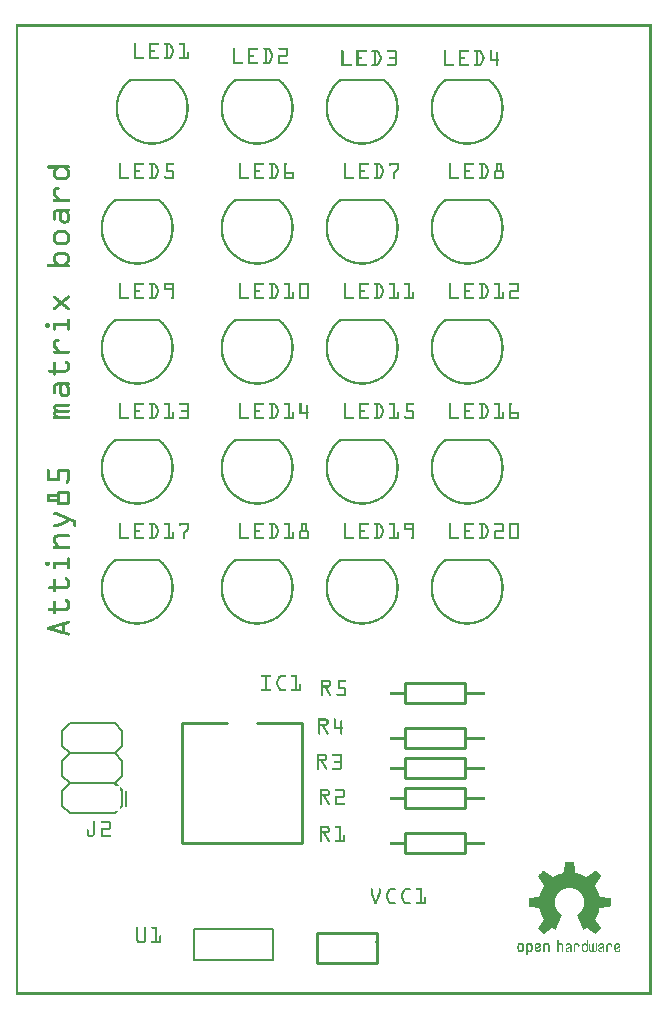
<source format=gto>
G04 MADE WITH FRITZING*
G04 WWW.FRITZING.ORG*
G04 DOUBLE SIDED*
G04 HOLES PLATED*
G04 CONTOUR ON CENTER OF CONTOUR VECTOR*
%ASAXBY*%
%FSLAX23Y23*%
%MOIN*%
%OFA0B0*%
%SFA1.0B1.0*%
%ADD10C,0.010000*%
%ADD11C,0.008000*%
%ADD12C,0.005000*%
%ADD13C,0.007874*%
%ADD14R,0.001000X0.001000*%
%LNSILK1*%
G90*
G70*
G54D10*
X554Y905D02*
X554Y505D01*
D02*
X554Y505D02*
X954Y505D01*
D02*
X954Y505D02*
X954Y905D01*
D02*
X554Y905D02*
X704Y905D01*
D02*
X804Y905D02*
X954Y905D01*
D02*
X1204Y205D02*
X1004Y205D01*
D02*
X1004Y205D02*
X1004Y105D01*
D02*
X1004Y105D02*
X1204Y105D01*
D02*
X1204Y105D02*
X1204Y205D01*
G54D11*
D02*
X329Y705D02*
X354Y730D01*
D02*
X354Y780D02*
X329Y805D01*
D02*
X329Y805D02*
X354Y830D01*
D02*
X354Y880D02*
X329Y905D01*
D02*
X329Y605D02*
X179Y605D01*
D02*
X179Y605D02*
X154Y630D01*
D02*
X154Y630D02*
X154Y680D01*
D02*
X154Y680D02*
X179Y705D01*
D02*
X179Y705D02*
X154Y730D01*
D02*
X154Y730D02*
X154Y780D01*
D02*
X154Y780D02*
X179Y805D01*
D02*
X179Y805D02*
X154Y830D01*
D02*
X154Y830D02*
X154Y880D01*
D02*
X154Y880D02*
X179Y905D01*
D02*
X179Y705D02*
X329Y705D01*
D02*
X179Y805D02*
X329Y805D01*
D02*
X179Y905D02*
X329Y905D01*
D02*
X354Y830D02*
X354Y880D01*
D02*
X354Y730D02*
X354Y780D01*
D02*
X354Y630D02*
X354Y680D01*
D02*
X367Y680D02*
X367Y630D01*
G54D12*
D02*
X593Y218D02*
X593Y116D01*
D02*
X593Y116D02*
X856Y116D01*
D02*
X856Y116D02*
X856Y218D01*
D02*
X856Y218D02*
X593Y218D01*
G54D10*
D02*
X1495Y972D02*
X1295Y972D01*
D02*
X1295Y972D02*
X1295Y1038D01*
D02*
X1295Y1038D02*
X1495Y1038D01*
D02*
X1495Y1038D02*
X1495Y972D01*
D02*
X1495Y822D02*
X1295Y822D01*
D02*
X1295Y822D02*
X1295Y888D01*
D02*
X1295Y888D02*
X1495Y888D01*
D02*
X1495Y888D02*
X1495Y822D01*
D02*
X1495Y722D02*
X1295Y722D01*
D02*
X1295Y722D02*
X1295Y788D01*
D02*
X1295Y788D02*
X1495Y788D01*
D02*
X1495Y788D02*
X1495Y722D01*
D02*
X1495Y622D02*
X1295Y622D01*
D02*
X1295Y622D02*
X1295Y688D01*
D02*
X1295Y688D02*
X1495Y688D01*
D02*
X1495Y688D02*
X1495Y622D01*
D02*
X1495Y472D02*
X1295Y472D01*
D02*
X1295Y472D02*
X1295Y538D01*
D02*
X1295Y538D02*
X1495Y538D01*
D02*
X1495Y538D02*
X1495Y472D01*
G54D13*
X1574Y1451D02*
X1433Y1451D01*
D02*
X1224Y1451D02*
X1083Y1451D01*
D02*
X874Y1451D02*
X733Y1451D01*
D02*
X474Y1451D02*
X333Y1451D01*
D02*
X1574Y1851D02*
X1433Y1851D01*
D02*
X1224Y1851D02*
X1083Y1851D01*
D02*
X874Y1851D02*
X733Y1851D01*
D02*
X474Y1851D02*
X333Y1851D01*
D02*
X1574Y2251D02*
X1433Y2251D01*
D02*
X1224Y2251D02*
X1083Y2251D01*
D02*
X874Y2251D02*
X733Y2251D01*
D02*
X474Y2251D02*
X333Y2251D01*
D02*
X1574Y2651D02*
X1433Y2651D01*
D02*
X1224Y2651D02*
X1083Y2651D01*
D02*
X874Y2651D02*
X733Y2651D01*
D02*
X474Y2651D02*
X333Y2651D01*
D02*
X1574Y3051D02*
X1433Y3051D01*
D02*
X1224Y3051D02*
X1083Y3051D01*
D02*
X874Y3051D02*
X733Y3051D01*
D02*
X524Y3051D02*
X383Y3051D01*
D02*
G54D14*
X0Y3235D02*
X2118Y3235D01*
X0Y3234D02*
X2118Y3234D01*
X0Y3233D02*
X2118Y3233D01*
X0Y3232D02*
X2118Y3232D01*
X0Y3231D02*
X2118Y3231D01*
X0Y3230D02*
X2118Y3230D01*
X0Y3229D02*
X2118Y3229D01*
X0Y3228D02*
X2118Y3228D01*
X0Y3227D02*
X7Y3227D01*
X2111Y3227D02*
X2118Y3227D01*
X0Y3226D02*
X7Y3226D01*
X2111Y3226D02*
X2118Y3226D01*
X0Y3225D02*
X7Y3225D01*
X2111Y3225D02*
X2118Y3225D01*
X0Y3224D02*
X7Y3224D01*
X2111Y3224D02*
X2118Y3224D01*
X0Y3223D02*
X7Y3223D01*
X2111Y3223D02*
X2118Y3223D01*
X0Y3222D02*
X7Y3222D01*
X2111Y3222D02*
X2118Y3222D01*
X0Y3221D02*
X7Y3221D01*
X2111Y3221D02*
X2118Y3221D01*
X0Y3220D02*
X7Y3220D01*
X2111Y3220D02*
X2118Y3220D01*
X0Y3219D02*
X7Y3219D01*
X2111Y3219D02*
X2118Y3219D01*
X0Y3218D02*
X7Y3218D01*
X2111Y3218D02*
X2118Y3218D01*
X0Y3217D02*
X7Y3217D01*
X2111Y3217D02*
X2118Y3217D01*
X0Y3216D02*
X7Y3216D01*
X2111Y3216D02*
X2118Y3216D01*
X0Y3215D02*
X7Y3215D01*
X2111Y3215D02*
X2118Y3215D01*
X0Y3214D02*
X7Y3214D01*
X2111Y3214D02*
X2118Y3214D01*
X0Y3213D02*
X7Y3213D01*
X2111Y3213D02*
X2118Y3213D01*
X0Y3212D02*
X7Y3212D01*
X2111Y3212D02*
X2118Y3212D01*
X0Y3211D02*
X7Y3211D01*
X2111Y3211D02*
X2118Y3211D01*
X0Y3210D02*
X7Y3210D01*
X2111Y3210D02*
X2118Y3210D01*
X0Y3209D02*
X7Y3209D01*
X2111Y3209D02*
X2118Y3209D01*
X0Y3208D02*
X7Y3208D01*
X2111Y3208D02*
X2118Y3208D01*
X0Y3207D02*
X7Y3207D01*
X2111Y3207D02*
X2118Y3207D01*
X0Y3206D02*
X7Y3206D01*
X2111Y3206D02*
X2118Y3206D01*
X0Y3205D02*
X7Y3205D01*
X2111Y3205D02*
X2118Y3205D01*
X0Y3204D02*
X7Y3204D01*
X2111Y3204D02*
X2118Y3204D01*
X0Y3203D02*
X7Y3203D01*
X2111Y3203D02*
X2118Y3203D01*
X0Y3202D02*
X7Y3202D01*
X2111Y3202D02*
X2118Y3202D01*
X0Y3201D02*
X7Y3201D01*
X2111Y3201D02*
X2118Y3201D01*
X0Y3200D02*
X7Y3200D01*
X2111Y3200D02*
X2118Y3200D01*
X0Y3199D02*
X7Y3199D01*
X2111Y3199D02*
X2118Y3199D01*
X0Y3198D02*
X7Y3198D01*
X2111Y3198D02*
X2118Y3198D01*
X0Y3197D02*
X7Y3197D01*
X2111Y3197D02*
X2118Y3197D01*
X0Y3196D02*
X7Y3196D01*
X2111Y3196D02*
X2118Y3196D01*
X0Y3195D02*
X7Y3195D01*
X2111Y3195D02*
X2118Y3195D01*
X0Y3194D02*
X7Y3194D01*
X2111Y3194D02*
X2118Y3194D01*
X0Y3193D02*
X7Y3193D01*
X2111Y3193D02*
X2118Y3193D01*
X0Y3192D02*
X7Y3192D01*
X2111Y3192D02*
X2118Y3192D01*
X0Y3191D02*
X7Y3191D01*
X2111Y3191D02*
X2118Y3191D01*
X0Y3190D02*
X7Y3190D01*
X2111Y3190D02*
X2118Y3190D01*
X0Y3189D02*
X7Y3189D01*
X2111Y3189D02*
X2118Y3189D01*
X0Y3188D02*
X7Y3188D01*
X2111Y3188D02*
X2118Y3188D01*
X0Y3187D02*
X7Y3187D01*
X2111Y3187D02*
X2118Y3187D01*
X0Y3186D02*
X7Y3186D01*
X2111Y3186D02*
X2118Y3186D01*
X0Y3185D02*
X7Y3185D01*
X2111Y3185D02*
X2118Y3185D01*
X0Y3184D02*
X7Y3184D01*
X2111Y3184D02*
X2118Y3184D01*
X0Y3183D02*
X7Y3183D01*
X2111Y3183D02*
X2118Y3183D01*
X0Y3182D02*
X7Y3182D01*
X2111Y3182D02*
X2118Y3182D01*
X0Y3181D02*
X7Y3181D01*
X2111Y3181D02*
X2118Y3181D01*
X0Y3180D02*
X7Y3180D01*
X2111Y3180D02*
X2118Y3180D01*
X0Y3179D02*
X7Y3179D01*
X2111Y3179D02*
X2118Y3179D01*
X0Y3178D02*
X7Y3178D01*
X2111Y3178D02*
X2118Y3178D01*
X0Y3177D02*
X7Y3177D01*
X2111Y3177D02*
X2118Y3177D01*
X0Y3176D02*
X7Y3176D01*
X2111Y3176D02*
X2118Y3176D01*
X0Y3175D02*
X7Y3175D01*
X2111Y3175D02*
X2118Y3175D01*
X0Y3174D02*
X7Y3174D01*
X2111Y3174D02*
X2118Y3174D01*
X0Y3173D02*
X7Y3173D01*
X2111Y3173D02*
X2118Y3173D01*
X0Y3172D02*
X7Y3172D01*
X394Y3172D02*
X397Y3172D01*
X443Y3172D02*
X475Y3172D01*
X494Y3172D02*
X512Y3172D01*
X544Y3172D02*
X563Y3172D01*
X2111Y3172D02*
X2118Y3172D01*
X0Y3171D02*
X7Y3171D01*
X393Y3171D02*
X398Y3171D01*
X443Y3171D02*
X476Y3171D01*
X493Y3171D02*
X514Y3171D01*
X543Y3171D02*
X563Y3171D01*
X2111Y3171D02*
X2118Y3171D01*
X0Y3170D02*
X7Y3170D01*
X393Y3170D02*
X398Y3170D01*
X443Y3170D02*
X476Y3170D01*
X493Y3170D02*
X515Y3170D01*
X543Y3170D02*
X563Y3170D01*
X2111Y3170D02*
X2118Y3170D01*
X0Y3169D02*
X7Y3169D01*
X392Y3169D02*
X398Y3169D01*
X443Y3169D02*
X476Y3169D01*
X493Y3169D02*
X516Y3169D01*
X543Y3169D02*
X563Y3169D01*
X2111Y3169D02*
X2118Y3169D01*
X0Y3168D02*
X7Y3168D01*
X392Y3168D02*
X398Y3168D01*
X443Y3168D02*
X476Y3168D01*
X493Y3168D02*
X517Y3168D01*
X543Y3168D02*
X563Y3168D01*
X2111Y3168D02*
X2118Y3168D01*
X0Y3167D02*
X7Y3167D01*
X392Y3167D02*
X398Y3167D01*
X443Y3167D02*
X475Y3167D01*
X494Y3167D02*
X518Y3167D01*
X544Y3167D02*
X563Y3167D01*
X2111Y3167D02*
X2118Y3167D01*
X0Y3166D02*
X7Y3166D01*
X392Y3166D02*
X398Y3166D01*
X443Y3166D02*
X473Y3166D01*
X496Y3166D02*
X518Y3166D01*
X546Y3166D02*
X563Y3166D01*
X2111Y3166D02*
X2118Y3166D01*
X0Y3165D02*
X7Y3165D01*
X392Y3165D02*
X398Y3165D01*
X443Y3165D02*
X449Y3165D01*
X500Y3165D02*
X506Y3165D01*
X512Y3165D02*
X519Y3165D01*
X557Y3165D02*
X563Y3165D01*
X2111Y3165D02*
X2118Y3165D01*
X0Y3164D02*
X7Y3164D01*
X392Y3164D02*
X398Y3164D01*
X443Y3164D02*
X449Y3164D01*
X500Y3164D02*
X506Y3164D01*
X512Y3164D02*
X519Y3164D01*
X557Y3164D02*
X563Y3164D01*
X2111Y3164D02*
X2118Y3164D01*
X0Y3163D02*
X7Y3163D01*
X392Y3163D02*
X398Y3163D01*
X443Y3163D02*
X449Y3163D01*
X500Y3163D02*
X506Y3163D01*
X513Y3163D02*
X520Y3163D01*
X557Y3163D02*
X563Y3163D01*
X2111Y3163D02*
X2118Y3163D01*
X0Y3162D02*
X7Y3162D01*
X392Y3162D02*
X398Y3162D01*
X443Y3162D02*
X449Y3162D01*
X500Y3162D02*
X506Y3162D01*
X513Y3162D02*
X520Y3162D01*
X557Y3162D02*
X563Y3162D01*
X2111Y3162D02*
X2118Y3162D01*
X0Y3161D02*
X7Y3161D01*
X392Y3161D02*
X398Y3161D01*
X443Y3161D02*
X449Y3161D01*
X500Y3161D02*
X506Y3161D01*
X514Y3161D02*
X521Y3161D01*
X557Y3161D02*
X563Y3161D01*
X2111Y3161D02*
X2118Y3161D01*
X0Y3160D02*
X7Y3160D01*
X392Y3160D02*
X398Y3160D01*
X443Y3160D02*
X449Y3160D01*
X500Y3160D02*
X506Y3160D01*
X514Y3160D02*
X521Y3160D01*
X557Y3160D02*
X563Y3160D01*
X2111Y3160D02*
X2118Y3160D01*
X0Y3159D02*
X7Y3159D01*
X392Y3159D02*
X398Y3159D01*
X443Y3159D02*
X449Y3159D01*
X500Y3159D02*
X506Y3159D01*
X515Y3159D02*
X522Y3159D01*
X557Y3159D02*
X563Y3159D01*
X2111Y3159D02*
X2118Y3159D01*
X0Y3158D02*
X7Y3158D01*
X392Y3158D02*
X398Y3158D01*
X443Y3158D02*
X449Y3158D01*
X500Y3158D02*
X506Y3158D01*
X515Y3158D02*
X522Y3158D01*
X557Y3158D02*
X563Y3158D01*
X2111Y3158D02*
X2118Y3158D01*
X0Y3157D02*
X7Y3157D01*
X392Y3157D02*
X398Y3157D01*
X443Y3157D02*
X449Y3157D01*
X500Y3157D02*
X506Y3157D01*
X516Y3157D02*
X523Y3157D01*
X557Y3157D02*
X563Y3157D01*
X725Y3157D02*
X728Y3157D01*
X773Y3157D02*
X805Y3157D01*
X825Y3157D02*
X842Y3157D01*
X875Y3157D02*
X903Y3157D01*
X2111Y3157D02*
X2118Y3157D01*
X0Y3156D02*
X7Y3156D01*
X392Y3156D02*
X398Y3156D01*
X443Y3156D02*
X449Y3156D01*
X500Y3156D02*
X506Y3156D01*
X516Y3156D02*
X523Y3156D01*
X557Y3156D02*
X563Y3156D01*
X724Y3156D02*
X729Y3156D01*
X773Y3156D02*
X806Y3156D01*
X824Y3156D02*
X844Y3156D01*
X874Y3156D02*
X905Y3156D01*
X2111Y3156D02*
X2118Y3156D01*
X0Y3155D02*
X7Y3155D01*
X392Y3155D02*
X398Y3155D01*
X443Y3155D02*
X449Y3155D01*
X500Y3155D02*
X506Y3155D01*
X517Y3155D02*
X524Y3155D01*
X557Y3155D02*
X563Y3155D01*
X723Y3155D02*
X729Y3155D01*
X773Y3155D02*
X807Y3155D01*
X824Y3155D02*
X846Y3155D01*
X874Y3155D02*
X906Y3155D01*
X2111Y3155D02*
X2118Y3155D01*
X0Y3154D02*
X7Y3154D01*
X392Y3154D02*
X398Y3154D01*
X443Y3154D02*
X449Y3154D01*
X500Y3154D02*
X506Y3154D01*
X517Y3154D02*
X524Y3154D01*
X557Y3154D02*
X563Y3154D01*
X723Y3154D02*
X729Y3154D01*
X773Y3154D02*
X807Y3154D01*
X824Y3154D02*
X847Y3154D01*
X874Y3154D02*
X906Y3154D01*
X2111Y3154D02*
X2118Y3154D01*
X0Y3153D02*
X7Y3153D01*
X392Y3153D02*
X398Y3153D01*
X443Y3153D02*
X449Y3153D01*
X500Y3153D02*
X506Y3153D01*
X518Y3153D02*
X525Y3153D01*
X557Y3153D02*
X563Y3153D01*
X723Y3153D02*
X729Y3153D01*
X773Y3153D02*
X807Y3153D01*
X824Y3153D02*
X848Y3153D01*
X874Y3153D02*
X907Y3153D01*
X2111Y3153D02*
X2118Y3153D01*
X0Y3152D02*
X7Y3152D01*
X392Y3152D02*
X398Y3152D01*
X443Y3152D02*
X449Y3152D01*
X500Y3152D02*
X506Y3152D01*
X518Y3152D02*
X525Y3152D01*
X557Y3152D02*
X563Y3152D01*
X723Y3152D02*
X729Y3152D01*
X773Y3152D02*
X806Y3152D01*
X824Y3152D02*
X848Y3152D01*
X875Y3152D02*
X907Y3152D01*
X2111Y3152D02*
X2118Y3152D01*
X0Y3151D02*
X7Y3151D01*
X392Y3151D02*
X398Y3151D01*
X443Y3151D02*
X449Y3151D01*
X500Y3151D02*
X506Y3151D01*
X519Y3151D02*
X525Y3151D01*
X557Y3151D02*
X563Y3151D01*
X723Y3151D02*
X729Y3151D01*
X773Y3151D02*
X805Y3151D01*
X826Y3151D02*
X849Y3151D01*
X876Y3151D02*
X907Y3151D01*
X2111Y3151D02*
X2118Y3151D01*
X0Y3150D02*
X7Y3150D01*
X392Y3150D02*
X398Y3150D01*
X443Y3150D02*
X449Y3150D01*
X500Y3150D02*
X506Y3150D01*
X519Y3150D02*
X526Y3150D01*
X557Y3150D02*
X563Y3150D01*
X723Y3150D02*
X729Y3150D01*
X773Y3150D02*
X779Y3150D01*
X831Y3150D02*
X837Y3150D01*
X842Y3150D02*
X849Y3150D01*
X901Y3150D02*
X907Y3150D01*
X2111Y3150D02*
X2118Y3150D01*
X0Y3149D02*
X7Y3149D01*
X392Y3149D02*
X398Y3149D01*
X443Y3149D02*
X460Y3149D01*
X500Y3149D02*
X506Y3149D01*
X520Y3149D02*
X526Y3149D01*
X557Y3149D02*
X563Y3149D01*
X723Y3149D02*
X729Y3149D01*
X773Y3149D02*
X779Y3149D01*
X831Y3149D02*
X837Y3149D01*
X843Y3149D02*
X850Y3149D01*
X901Y3149D02*
X907Y3149D01*
X1086Y3149D02*
X1090Y3149D01*
X1135Y3149D02*
X1167Y3149D01*
X1186Y3149D02*
X1205Y3149D01*
X1237Y3149D02*
X1265Y3149D01*
X1428Y3149D02*
X1432Y3149D01*
X1477Y3149D02*
X1510Y3149D01*
X1529Y3149D02*
X1547Y3149D01*
X1581Y3149D02*
X1584Y3149D01*
X2111Y3149D02*
X2118Y3149D01*
X0Y3148D02*
X7Y3148D01*
X392Y3148D02*
X398Y3148D01*
X443Y3148D02*
X462Y3148D01*
X500Y3148D02*
X506Y3148D01*
X520Y3148D02*
X526Y3148D01*
X557Y3148D02*
X563Y3148D01*
X723Y3148D02*
X729Y3148D01*
X773Y3148D02*
X779Y3148D01*
X831Y3148D02*
X837Y3148D01*
X843Y3148D02*
X850Y3148D01*
X901Y3148D02*
X907Y3148D01*
X1085Y3148D02*
X1090Y3148D01*
X1135Y3148D02*
X1168Y3148D01*
X1186Y3148D02*
X1206Y3148D01*
X1236Y3148D02*
X1267Y3148D01*
X1427Y3148D02*
X1433Y3148D01*
X1477Y3148D02*
X1510Y3148D01*
X1528Y3148D02*
X1549Y3148D01*
X1580Y3148D02*
X1585Y3148D01*
X2111Y3148D02*
X2118Y3148D01*
X0Y3147D02*
X7Y3147D01*
X392Y3147D02*
X398Y3147D01*
X443Y3147D02*
X462Y3147D01*
X500Y3147D02*
X506Y3147D01*
X520Y3147D02*
X526Y3147D01*
X557Y3147D02*
X563Y3147D01*
X723Y3147D02*
X729Y3147D01*
X773Y3147D02*
X779Y3147D01*
X831Y3147D02*
X837Y3147D01*
X844Y3147D02*
X851Y3147D01*
X901Y3147D02*
X907Y3147D01*
X1085Y3147D02*
X1091Y3147D01*
X1135Y3147D02*
X1168Y3147D01*
X1185Y3147D02*
X1208Y3147D01*
X1235Y3147D02*
X1268Y3147D01*
X1427Y3147D02*
X1433Y3147D01*
X1477Y3147D02*
X1511Y3147D01*
X1528Y3147D02*
X1550Y3147D01*
X1579Y3147D02*
X1585Y3147D01*
X2111Y3147D02*
X2118Y3147D01*
X0Y3146D02*
X7Y3146D01*
X392Y3146D02*
X398Y3146D01*
X443Y3146D02*
X462Y3146D01*
X500Y3146D02*
X506Y3146D01*
X520Y3146D02*
X526Y3146D01*
X557Y3146D02*
X563Y3146D01*
X723Y3146D02*
X729Y3146D01*
X773Y3146D02*
X779Y3146D01*
X831Y3146D02*
X837Y3146D01*
X844Y3146D02*
X851Y3146D01*
X901Y3146D02*
X907Y3146D01*
X1085Y3146D02*
X1091Y3146D01*
X1135Y3146D02*
X1168Y3146D01*
X1185Y3146D02*
X1209Y3146D01*
X1235Y3146D02*
X1268Y3146D01*
X1427Y3146D02*
X1433Y3146D01*
X1477Y3146D02*
X1511Y3146D01*
X1528Y3146D02*
X1551Y3146D01*
X1579Y3146D02*
X1585Y3146D01*
X2111Y3146D02*
X2118Y3146D01*
X0Y3145D02*
X7Y3145D01*
X392Y3145D02*
X398Y3145D01*
X443Y3145D02*
X462Y3145D01*
X500Y3145D02*
X506Y3145D01*
X520Y3145D02*
X526Y3145D01*
X557Y3145D02*
X563Y3145D01*
X723Y3145D02*
X729Y3145D01*
X773Y3145D02*
X779Y3145D01*
X831Y3145D02*
X837Y3145D01*
X845Y3145D02*
X852Y3145D01*
X901Y3145D02*
X907Y3145D01*
X1085Y3145D02*
X1091Y3145D01*
X1135Y3145D02*
X1168Y3145D01*
X1185Y3145D02*
X1209Y3145D01*
X1236Y3145D02*
X1269Y3145D01*
X1427Y3145D02*
X1433Y3145D01*
X1477Y3145D02*
X1510Y3145D01*
X1528Y3145D02*
X1552Y3145D01*
X1579Y3145D02*
X1585Y3145D01*
X2111Y3145D02*
X2118Y3145D01*
X0Y3144D02*
X7Y3144D01*
X392Y3144D02*
X398Y3144D01*
X443Y3144D02*
X462Y3144D01*
X500Y3144D02*
X506Y3144D01*
X520Y3144D02*
X526Y3144D01*
X557Y3144D02*
X563Y3144D01*
X723Y3144D02*
X729Y3144D01*
X773Y3144D02*
X779Y3144D01*
X831Y3144D02*
X837Y3144D01*
X845Y3144D02*
X852Y3144D01*
X901Y3144D02*
X907Y3144D01*
X1085Y3144D02*
X1091Y3144D01*
X1135Y3144D02*
X1167Y3144D01*
X1186Y3144D02*
X1210Y3144D01*
X1236Y3144D02*
X1269Y3144D01*
X1427Y3144D02*
X1433Y3144D01*
X1477Y3144D02*
X1510Y3144D01*
X1529Y3144D02*
X1552Y3144D01*
X1579Y3144D02*
X1585Y3144D01*
X1603Y3144D02*
X1603Y3144D01*
X2111Y3144D02*
X2118Y3144D01*
X0Y3143D02*
X7Y3143D01*
X392Y3143D02*
X398Y3143D01*
X443Y3143D02*
X461Y3143D01*
X500Y3143D02*
X506Y3143D01*
X520Y3143D02*
X526Y3143D01*
X557Y3143D02*
X563Y3143D01*
X572Y3143D02*
X575Y3143D01*
X723Y3143D02*
X729Y3143D01*
X773Y3143D02*
X779Y3143D01*
X831Y3143D02*
X837Y3143D01*
X846Y3143D02*
X853Y3143D01*
X901Y3143D02*
X907Y3143D01*
X1085Y3143D02*
X1091Y3143D01*
X1135Y3143D02*
X1165Y3143D01*
X1188Y3143D02*
X1210Y3143D01*
X1238Y3143D02*
X1269Y3143D01*
X1427Y3143D02*
X1433Y3143D01*
X1477Y3143D02*
X1508Y3143D01*
X1531Y3143D02*
X1553Y3143D01*
X1579Y3143D02*
X1585Y3143D01*
X1601Y3143D02*
X1605Y3143D01*
X2111Y3143D02*
X2118Y3143D01*
X0Y3142D02*
X7Y3142D01*
X392Y3142D02*
X398Y3142D01*
X443Y3142D02*
X449Y3142D01*
X500Y3142D02*
X506Y3142D01*
X519Y3142D02*
X526Y3142D01*
X557Y3142D02*
X563Y3142D01*
X571Y3142D02*
X576Y3142D01*
X723Y3142D02*
X729Y3142D01*
X773Y3142D02*
X779Y3142D01*
X831Y3142D02*
X837Y3142D01*
X846Y3142D02*
X853Y3142D01*
X901Y3142D02*
X907Y3142D01*
X1085Y3142D02*
X1091Y3142D01*
X1135Y3142D02*
X1141Y3142D01*
X1192Y3142D02*
X1198Y3142D01*
X1204Y3142D02*
X1211Y3142D01*
X1263Y3142D02*
X1269Y3142D01*
X1427Y3142D02*
X1433Y3142D01*
X1477Y3142D02*
X1483Y3142D01*
X1534Y3142D02*
X1540Y3142D01*
X1546Y3142D02*
X1553Y3142D01*
X1579Y3142D02*
X1585Y3142D01*
X1600Y3142D02*
X1606Y3142D01*
X2111Y3142D02*
X2118Y3142D01*
X0Y3141D02*
X7Y3141D01*
X392Y3141D02*
X398Y3141D01*
X443Y3141D02*
X449Y3141D01*
X500Y3141D02*
X506Y3141D01*
X519Y3141D02*
X525Y3141D01*
X557Y3141D02*
X563Y3141D01*
X571Y3141D02*
X576Y3141D01*
X723Y3141D02*
X729Y3141D01*
X773Y3141D02*
X779Y3141D01*
X831Y3141D02*
X837Y3141D01*
X847Y3141D02*
X854Y3141D01*
X901Y3141D02*
X907Y3141D01*
X1085Y3141D02*
X1091Y3141D01*
X1135Y3141D02*
X1141Y3141D01*
X1192Y3141D02*
X1198Y3141D01*
X1205Y3141D02*
X1211Y3141D01*
X1263Y3141D02*
X1269Y3141D01*
X1427Y3141D02*
X1433Y3141D01*
X1477Y3141D02*
X1483Y3141D01*
X1534Y3141D02*
X1540Y3141D01*
X1547Y3141D02*
X1554Y3141D01*
X1579Y3141D02*
X1585Y3141D01*
X1600Y3141D02*
X1606Y3141D01*
X2111Y3141D02*
X2118Y3141D01*
X0Y3140D02*
X7Y3140D01*
X392Y3140D02*
X398Y3140D01*
X443Y3140D02*
X449Y3140D01*
X500Y3140D02*
X506Y3140D01*
X518Y3140D02*
X525Y3140D01*
X557Y3140D02*
X563Y3140D01*
X571Y3140D02*
X577Y3140D01*
X723Y3140D02*
X729Y3140D01*
X773Y3140D02*
X779Y3140D01*
X831Y3140D02*
X837Y3140D01*
X847Y3140D02*
X854Y3140D01*
X901Y3140D02*
X907Y3140D01*
X1085Y3140D02*
X1091Y3140D01*
X1135Y3140D02*
X1141Y3140D01*
X1192Y3140D02*
X1198Y3140D01*
X1205Y3140D02*
X1212Y3140D01*
X1263Y3140D02*
X1269Y3140D01*
X1427Y3140D02*
X1433Y3140D01*
X1477Y3140D02*
X1483Y3140D01*
X1534Y3140D02*
X1540Y3140D01*
X1547Y3140D02*
X1554Y3140D01*
X1579Y3140D02*
X1585Y3140D01*
X1600Y3140D02*
X1606Y3140D01*
X2111Y3140D02*
X2118Y3140D01*
X0Y3139D02*
X7Y3139D01*
X392Y3139D02*
X398Y3139D01*
X443Y3139D02*
X449Y3139D01*
X500Y3139D02*
X506Y3139D01*
X518Y3139D02*
X525Y3139D01*
X557Y3139D02*
X563Y3139D01*
X571Y3139D02*
X577Y3139D01*
X723Y3139D02*
X729Y3139D01*
X773Y3139D02*
X779Y3139D01*
X831Y3139D02*
X837Y3139D01*
X848Y3139D02*
X855Y3139D01*
X901Y3139D02*
X907Y3139D01*
X1085Y3139D02*
X1091Y3139D01*
X1135Y3139D02*
X1141Y3139D01*
X1192Y3139D02*
X1198Y3139D01*
X1206Y3139D02*
X1212Y3139D01*
X1263Y3139D02*
X1269Y3139D01*
X1427Y3139D02*
X1433Y3139D01*
X1477Y3139D02*
X1483Y3139D01*
X1534Y3139D02*
X1540Y3139D01*
X1548Y3139D02*
X1555Y3139D01*
X1579Y3139D02*
X1585Y3139D01*
X1600Y3139D02*
X1606Y3139D01*
X2111Y3139D02*
X2118Y3139D01*
X0Y3138D02*
X7Y3138D01*
X392Y3138D02*
X398Y3138D01*
X443Y3138D02*
X449Y3138D01*
X500Y3138D02*
X506Y3138D01*
X517Y3138D02*
X524Y3138D01*
X557Y3138D02*
X563Y3138D01*
X571Y3138D02*
X577Y3138D01*
X723Y3138D02*
X729Y3138D01*
X773Y3138D02*
X779Y3138D01*
X831Y3138D02*
X837Y3138D01*
X848Y3138D02*
X855Y3138D01*
X901Y3138D02*
X907Y3138D01*
X1085Y3138D02*
X1091Y3138D01*
X1135Y3138D02*
X1141Y3138D01*
X1192Y3138D02*
X1198Y3138D01*
X1206Y3138D02*
X1213Y3138D01*
X1263Y3138D02*
X1269Y3138D01*
X1427Y3138D02*
X1433Y3138D01*
X1477Y3138D02*
X1483Y3138D01*
X1534Y3138D02*
X1540Y3138D01*
X1548Y3138D02*
X1555Y3138D01*
X1579Y3138D02*
X1585Y3138D01*
X1600Y3138D02*
X1606Y3138D01*
X2111Y3138D02*
X2118Y3138D01*
X0Y3137D02*
X7Y3137D01*
X392Y3137D02*
X398Y3137D01*
X443Y3137D02*
X449Y3137D01*
X500Y3137D02*
X506Y3137D01*
X517Y3137D02*
X524Y3137D01*
X557Y3137D02*
X563Y3137D01*
X571Y3137D02*
X577Y3137D01*
X723Y3137D02*
X729Y3137D01*
X773Y3137D02*
X779Y3137D01*
X831Y3137D02*
X837Y3137D01*
X849Y3137D02*
X856Y3137D01*
X901Y3137D02*
X907Y3137D01*
X1085Y3137D02*
X1091Y3137D01*
X1135Y3137D02*
X1141Y3137D01*
X1192Y3137D02*
X1198Y3137D01*
X1207Y3137D02*
X1213Y3137D01*
X1263Y3137D02*
X1269Y3137D01*
X1427Y3137D02*
X1433Y3137D01*
X1477Y3137D02*
X1483Y3137D01*
X1534Y3137D02*
X1540Y3137D01*
X1549Y3137D02*
X1556Y3137D01*
X1579Y3137D02*
X1585Y3137D01*
X1600Y3137D02*
X1606Y3137D01*
X2111Y3137D02*
X2118Y3137D01*
X0Y3136D02*
X7Y3136D01*
X392Y3136D02*
X398Y3136D01*
X443Y3136D02*
X449Y3136D01*
X500Y3136D02*
X506Y3136D01*
X516Y3136D02*
X523Y3136D01*
X557Y3136D02*
X563Y3136D01*
X571Y3136D02*
X577Y3136D01*
X723Y3136D02*
X729Y3136D01*
X773Y3136D02*
X779Y3136D01*
X831Y3136D02*
X837Y3136D01*
X850Y3136D02*
X856Y3136D01*
X901Y3136D02*
X907Y3136D01*
X1085Y3136D02*
X1091Y3136D01*
X1135Y3136D02*
X1141Y3136D01*
X1192Y3136D02*
X1198Y3136D01*
X1207Y3136D02*
X1214Y3136D01*
X1263Y3136D02*
X1269Y3136D01*
X1427Y3136D02*
X1433Y3136D01*
X1477Y3136D02*
X1483Y3136D01*
X1534Y3136D02*
X1540Y3136D01*
X1549Y3136D02*
X1556Y3136D01*
X1579Y3136D02*
X1585Y3136D01*
X1600Y3136D02*
X1606Y3136D01*
X2111Y3136D02*
X2118Y3136D01*
X0Y3135D02*
X7Y3135D01*
X392Y3135D02*
X398Y3135D01*
X443Y3135D02*
X449Y3135D01*
X500Y3135D02*
X506Y3135D01*
X516Y3135D02*
X523Y3135D01*
X557Y3135D02*
X563Y3135D01*
X571Y3135D02*
X577Y3135D01*
X723Y3135D02*
X729Y3135D01*
X773Y3135D02*
X779Y3135D01*
X831Y3135D02*
X837Y3135D01*
X850Y3135D02*
X856Y3135D01*
X901Y3135D02*
X907Y3135D01*
X1085Y3135D02*
X1091Y3135D01*
X1135Y3135D02*
X1141Y3135D01*
X1192Y3135D02*
X1198Y3135D01*
X1208Y3135D02*
X1214Y3135D01*
X1263Y3135D02*
X1269Y3135D01*
X1427Y3135D02*
X1433Y3135D01*
X1477Y3135D02*
X1483Y3135D01*
X1534Y3135D02*
X1540Y3135D01*
X1550Y3135D02*
X1557Y3135D01*
X1579Y3135D02*
X1585Y3135D01*
X1600Y3135D02*
X1606Y3135D01*
X2111Y3135D02*
X2118Y3135D01*
X0Y3134D02*
X7Y3134D01*
X392Y3134D02*
X398Y3134D01*
X443Y3134D02*
X449Y3134D01*
X500Y3134D02*
X506Y3134D01*
X515Y3134D02*
X522Y3134D01*
X557Y3134D02*
X563Y3134D01*
X571Y3134D02*
X577Y3134D01*
X723Y3134D02*
X729Y3134D01*
X773Y3134D02*
X790Y3134D01*
X831Y3134D02*
X837Y3134D01*
X850Y3134D02*
X857Y3134D01*
X881Y3134D02*
X907Y3134D01*
X1085Y3134D02*
X1091Y3134D01*
X1135Y3134D02*
X1141Y3134D01*
X1192Y3134D02*
X1198Y3134D01*
X1208Y3134D02*
X1215Y3134D01*
X1263Y3134D02*
X1269Y3134D01*
X1427Y3134D02*
X1433Y3134D01*
X1477Y3134D02*
X1483Y3134D01*
X1534Y3134D02*
X1540Y3134D01*
X1550Y3134D02*
X1557Y3134D01*
X1579Y3134D02*
X1585Y3134D01*
X1600Y3134D02*
X1606Y3134D01*
X2111Y3134D02*
X2118Y3134D01*
X0Y3133D02*
X7Y3133D01*
X392Y3133D02*
X398Y3133D01*
X443Y3133D02*
X449Y3133D01*
X500Y3133D02*
X506Y3133D01*
X515Y3133D02*
X522Y3133D01*
X557Y3133D02*
X563Y3133D01*
X571Y3133D02*
X577Y3133D01*
X723Y3133D02*
X729Y3133D01*
X773Y3133D02*
X792Y3133D01*
X831Y3133D02*
X837Y3133D01*
X851Y3133D02*
X857Y3133D01*
X877Y3133D02*
X907Y3133D01*
X1085Y3133D02*
X1091Y3133D01*
X1135Y3133D02*
X1141Y3133D01*
X1192Y3133D02*
X1198Y3133D01*
X1209Y3133D02*
X1215Y3133D01*
X1263Y3133D02*
X1269Y3133D01*
X1427Y3133D02*
X1433Y3133D01*
X1477Y3133D02*
X1483Y3133D01*
X1534Y3133D02*
X1540Y3133D01*
X1551Y3133D02*
X1558Y3133D01*
X1579Y3133D02*
X1585Y3133D01*
X1600Y3133D02*
X1606Y3133D01*
X2111Y3133D02*
X2118Y3133D01*
X0Y3132D02*
X7Y3132D01*
X392Y3132D02*
X398Y3132D01*
X443Y3132D02*
X449Y3132D01*
X500Y3132D02*
X506Y3132D01*
X514Y3132D02*
X521Y3132D01*
X557Y3132D02*
X563Y3132D01*
X571Y3132D02*
X577Y3132D01*
X723Y3132D02*
X729Y3132D01*
X773Y3132D02*
X793Y3132D01*
X831Y3132D02*
X837Y3132D01*
X851Y3132D02*
X857Y3132D01*
X876Y3132D02*
X907Y3132D01*
X1085Y3132D02*
X1091Y3132D01*
X1135Y3132D02*
X1141Y3132D01*
X1192Y3132D02*
X1198Y3132D01*
X1209Y3132D02*
X1216Y3132D01*
X1263Y3132D02*
X1269Y3132D01*
X1427Y3132D02*
X1433Y3132D01*
X1477Y3132D02*
X1483Y3132D01*
X1534Y3132D02*
X1540Y3132D01*
X1551Y3132D02*
X1558Y3132D01*
X1579Y3132D02*
X1585Y3132D01*
X1600Y3132D02*
X1606Y3132D01*
X2111Y3132D02*
X2118Y3132D01*
X0Y3131D02*
X7Y3131D01*
X392Y3131D02*
X398Y3131D01*
X443Y3131D02*
X449Y3131D01*
X500Y3131D02*
X506Y3131D01*
X514Y3131D02*
X521Y3131D01*
X557Y3131D02*
X563Y3131D01*
X571Y3131D02*
X577Y3131D01*
X723Y3131D02*
X729Y3131D01*
X773Y3131D02*
X793Y3131D01*
X831Y3131D02*
X837Y3131D01*
X851Y3131D02*
X857Y3131D01*
X875Y3131D02*
X907Y3131D01*
X1085Y3131D02*
X1091Y3131D01*
X1135Y3131D02*
X1141Y3131D01*
X1192Y3131D02*
X1198Y3131D01*
X1210Y3131D02*
X1216Y3131D01*
X1263Y3131D02*
X1269Y3131D01*
X1427Y3131D02*
X1433Y3131D01*
X1477Y3131D02*
X1483Y3131D01*
X1534Y3131D02*
X1540Y3131D01*
X1552Y3131D02*
X1559Y3131D01*
X1579Y3131D02*
X1585Y3131D01*
X1600Y3131D02*
X1606Y3131D01*
X2111Y3131D02*
X2118Y3131D01*
X0Y3130D02*
X7Y3130D01*
X392Y3130D02*
X398Y3130D01*
X443Y3130D02*
X449Y3130D01*
X500Y3130D02*
X506Y3130D01*
X513Y3130D02*
X520Y3130D01*
X557Y3130D02*
X563Y3130D01*
X571Y3130D02*
X577Y3130D01*
X723Y3130D02*
X729Y3130D01*
X773Y3130D02*
X793Y3130D01*
X831Y3130D02*
X837Y3130D01*
X851Y3130D02*
X857Y3130D01*
X875Y3130D02*
X906Y3130D01*
X1085Y3130D02*
X1091Y3130D01*
X1135Y3130D02*
X1141Y3130D01*
X1192Y3130D02*
X1198Y3130D01*
X1210Y3130D02*
X1217Y3130D01*
X1263Y3130D02*
X1269Y3130D01*
X1427Y3130D02*
X1433Y3130D01*
X1477Y3130D02*
X1483Y3130D01*
X1534Y3130D02*
X1540Y3130D01*
X1552Y3130D02*
X1559Y3130D01*
X1579Y3130D02*
X1585Y3130D01*
X1600Y3130D02*
X1606Y3130D01*
X2111Y3130D02*
X2118Y3130D01*
X0Y3129D02*
X7Y3129D01*
X392Y3129D02*
X398Y3129D01*
X443Y3129D02*
X449Y3129D01*
X500Y3129D02*
X506Y3129D01*
X513Y3129D02*
X520Y3129D01*
X557Y3129D02*
X563Y3129D01*
X571Y3129D02*
X577Y3129D01*
X723Y3129D02*
X729Y3129D01*
X773Y3129D02*
X793Y3129D01*
X831Y3129D02*
X837Y3129D01*
X851Y3129D02*
X857Y3129D01*
X874Y3129D02*
X905Y3129D01*
X1085Y3129D02*
X1091Y3129D01*
X1135Y3129D02*
X1141Y3129D01*
X1192Y3129D02*
X1198Y3129D01*
X1211Y3129D02*
X1217Y3129D01*
X1263Y3129D02*
X1269Y3129D01*
X1427Y3129D02*
X1433Y3129D01*
X1477Y3129D02*
X1483Y3129D01*
X1534Y3129D02*
X1540Y3129D01*
X1553Y3129D02*
X1560Y3129D01*
X1579Y3129D02*
X1585Y3129D01*
X1600Y3129D02*
X1606Y3129D01*
X2111Y3129D02*
X2118Y3129D01*
X0Y3128D02*
X7Y3128D01*
X392Y3128D02*
X398Y3128D01*
X443Y3128D02*
X449Y3128D01*
X500Y3128D02*
X506Y3128D01*
X512Y3128D02*
X519Y3128D01*
X557Y3128D02*
X563Y3128D01*
X571Y3128D02*
X577Y3128D01*
X723Y3128D02*
X729Y3128D01*
X773Y3128D02*
X792Y3128D01*
X831Y3128D02*
X837Y3128D01*
X851Y3128D02*
X857Y3128D01*
X874Y3128D02*
X904Y3128D01*
X1085Y3128D02*
X1091Y3128D01*
X1135Y3128D02*
X1141Y3128D01*
X1192Y3128D02*
X1198Y3128D01*
X1211Y3128D02*
X1218Y3128D01*
X1262Y3128D02*
X1269Y3128D01*
X1427Y3128D02*
X1433Y3128D01*
X1477Y3128D02*
X1483Y3128D01*
X1534Y3128D02*
X1540Y3128D01*
X1553Y3128D02*
X1560Y3128D01*
X1579Y3128D02*
X1585Y3128D01*
X1600Y3128D02*
X1606Y3128D01*
X2111Y3128D02*
X2118Y3128D01*
X0Y3127D02*
X7Y3127D01*
X392Y3127D02*
X398Y3127D01*
X443Y3127D02*
X449Y3127D01*
X500Y3127D02*
X506Y3127D01*
X512Y3127D02*
X519Y3127D01*
X557Y3127D02*
X563Y3127D01*
X571Y3127D02*
X577Y3127D01*
X723Y3127D02*
X729Y3127D01*
X773Y3127D02*
X780Y3127D01*
X831Y3127D02*
X837Y3127D01*
X850Y3127D02*
X857Y3127D01*
X874Y3127D02*
X880Y3127D01*
X1085Y3127D02*
X1091Y3127D01*
X1135Y3127D02*
X1141Y3127D01*
X1192Y3127D02*
X1198Y3127D01*
X1212Y3127D02*
X1218Y3127D01*
X1261Y3127D02*
X1268Y3127D01*
X1427Y3127D02*
X1433Y3127D01*
X1477Y3127D02*
X1483Y3127D01*
X1534Y3127D02*
X1540Y3127D01*
X1554Y3127D02*
X1560Y3127D01*
X1579Y3127D02*
X1585Y3127D01*
X1600Y3127D02*
X1606Y3127D01*
X2111Y3127D02*
X2118Y3127D01*
X0Y3126D02*
X7Y3126D01*
X392Y3126D02*
X399Y3126D01*
X443Y3126D02*
X449Y3126D01*
X499Y3126D02*
X506Y3126D01*
X510Y3126D02*
X518Y3126D01*
X557Y3126D02*
X563Y3126D01*
X570Y3126D02*
X577Y3126D01*
X723Y3126D02*
X729Y3126D01*
X773Y3126D02*
X779Y3126D01*
X831Y3126D02*
X837Y3126D01*
X850Y3126D02*
X856Y3126D01*
X874Y3126D02*
X880Y3126D01*
X1085Y3126D02*
X1091Y3126D01*
X1135Y3126D02*
X1153Y3126D01*
X1192Y3126D02*
X1198Y3126D01*
X1212Y3126D02*
X1218Y3126D01*
X1244Y3126D02*
X1268Y3126D01*
X1427Y3126D02*
X1433Y3126D01*
X1477Y3126D02*
X1495Y3126D01*
X1534Y3126D02*
X1540Y3126D01*
X1554Y3126D02*
X1561Y3126D01*
X1579Y3126D02*
X1585Y3126D01*
X1600Y3126D02*
X1606Y3126D01*
X2111Y3126D02*
X2118Y3126D01*
X0Y3125D02*
X7Y3125D01*
X392Y3125D02*
X425Y3125D01*
X443Y3125D02*
X475Y3125D01*
X494Y3125D02*
X518Y3125D01*
X544Y3125D02*
X577Y3125D01*
X723Y3125D02*
X729Y3125D01*
X773Y3125D02*
X779Y3125D01*
X831Y3125D02*
X837Y3125D01*
X849Y3125D02*
X856Y3125D01*
X874Y3125D02*
X880Y3125D01*
X1085Y3125D02*
X1091Y3125D01*
X1135Y3125D02*
X1154Y3125D01*
X1192Y3125D02*
X1198Y3125D01*
X1212Y3125D02*
X1219Y3125D01*
X1243Y3125D02*
X1268Y3125D01*
X1427Y3125D02*
X1433Y3125D01*
X1477Y3125D02*
X1496Y3125D01*
X1534Y3125D02*
X1540Y3125D01*
X1555Y3125D02*
X1561Y3125D01*
X1579Y3125D02*
X1585Y3125D01*
X1600Y3125D02*
X1606Y3125D01*
X2111Y3125D02*
X2118Y3125D01*
X0Y3124D02*
X7Y3124D01*
X392Y3124D02*
X425Y3124D01*
X443Y3124D02*
X476Y3124D01*
X493Y3124D02*
X517Y3124D01*
X544Y3124D02*
X577Y3124D01*
X723Y3124D02*
X729Y3124D01*
X773Y3124D02*
X779Y3124D01*
X831Y3124D02*
X837Y3124D01*
X849Y3124D02*
X856Y3124D01*
X874Y3124D02*
X880Y3124D01*
X1085Y3124D02*
X1091Y3124D01*
X1135Y3124D02*
X1154Y3124D01*
X1192Y3124D02*
X1198Y3124D01*
X1213Y3124D02*
X1219Y3124D01*
X1242Y3124D02*
X1267Y3124D01*
X1427Y3124D02*
X1433Y3124D01*
X1477Y3124D02*
X1497Y3124D01*
X1534Y3124D02*
X1540Y3124D01*
X1555Y3124D02*
X1561Y3124D01*
X1579Y3124D02*
X1585Y3124D01*
X1600Y3124D02*
X1606Y3124D01*
X2111Y3124D02*
X2118Y3124D01*
X0Y3123D02*
X7Y3123D01*
X392Y3123D02*
X426Y3123D01*
X443Y3123D02*
X476Y3123D01*
X493Y3123D02*
X517Y3123D01*
X543Y3123D02*
X577Y3123D01*
X723Y3123D02*
X729Y3123D01*
X773Y3123D02*
X779Y3123D01*
X831Y3123D02*
X837Y3123D01*
X848Y3123D02*
X855Y3123D01*
X874Y3123D02*
X880Y3123D01*
X1085Y3123D02*
X1091Y3123D01*
X1135Y3123D02*
X1155Y3123D01*
X1192Y3123D02*
X1198Y3123D01*
X1213Y3123D02*
X1219Y3123D01*
X1242Y3123D02*
X1266Y3123D01*
X1427Y3123D02*
X1433Y3123D01*
X1477Y3123D02*
X1497Y3123D01*
X1534Y3123D02*
X1540Y3123D01*
X1555Y3123D02*
X1561Y3123D01*
X1579Y3123D02*
X1585Y3123D01*
X1600Y3123D02*
X1606Y3123D01*
X2111Y3123D02*
X2118Y3123D01*
X0Y3122D02*
X7Y3122D01*
X392Y3122D02*
X426Y3122D01*
X443Y3122D02*
X476Y3122D01*
X493Y3122D02*
X516Y3122D01*
X543Y3122D02*
X577Y3122D01*
X723Y3122D02*
X729Y3122D01*
X773Y3122D02*
X779Y3122D01*
X831Y3122D02*
X837Y3122D01*
X848Y3122D02*
X855Y3122D01*
X874Y3122D02*
X880Y3122D01*
X1085Y3122D02*
X1091Y3122D01*
X1135Y3122D02*
X1155Y3122D01*
X1192Y3122D02*
X1198Y3122D01*
X1213Y3122D02*
X1219Y3122D01*
X1242Y3122D02*
X1267Y3122D01*
X1427Y3122D02*
X1433Y3122D01*
X1477Y3122D02*
X1497Y3122D01*
X1534Y3122D02*
X1540Y3122D01*
X1555Y3122D02*
X1561Y3122D01*
X1579Y3122D02*
X1585Y3122D01*
X1600Y3122D02*
X1606Y3122D01*
X2111Y3122D02*
X2118Y3122D01*
X0Y3121D02*
X7Y3121D01*
X392Y3121D02*
X426Y3121D01*
X443Y3121D02*
X476Y3121D01*
X493Y3121D02*
X515Y3121D01*
X543Y3121D02*
X576Y3121D01*
X723Y3121D02*
X729Y3121D01*
X773Y3121D02*
X779Y3121D01*
X831Y3121D02*
X837Y3121D01*
X847Y3121D02*
X854Y3121D01*
X874Y3121D02*
X880Y3121D01*
X1085Y3121D02*
X1091Y3121D01*
X1135Y3121D02*
X1154Y3121D01*
X1192Y3121D02*
X1198Y3121D01*
X1212Y3121D02*
X1219Y3121D01*
X1243Y3121D02*
X1268Y3121D01*
X1427Y3121D02*
X1433Y3121D01*
X1477Y3121D02*
X1496Y3121D01*
X1534Y3121D02*
X1540Y3121D01*
X1555Y3121D02*
X1561Y3121D01*
X1579Y3121D02*
X1585Y3121D01*
X1600Y3121D02*
X1606Y3121D01*
X2111Y3121D02*
X2118Y3121D01*
X0Y3120D02*
X7Y3120D01*
X392Y3120D02*
X425Y3120D01*
X443Y3120D02*
X475Y3120D01*
X494Y3120D02*
X513Y3120D01*
X544Y3120D02*
X576Y3120D01*
X723Y3120D02*
X729Y3120D01*
X773Y3120D02*
X779Y3120D01*
X831Y3120D02*
X837Y3120D01*
X847Y3120D02*
X854Y3120D01*
X874Y3120D02*
X880Y3120D01*
X1085Y3120D02*
X1091Y3120D01*
X1135Y3120D02*
X1153Y3120D01*
X1192Y3120D02*
X1198Y3120D01*
X1212Y3120D02*
X1218Y3120D01*
X1244Y3120D02*
X1268Y3120D01*
X1427Y3120D02*
X1433Y3120D01*
X1477Y3120D02*
X1495Y3120D01*
X1534Y3120D02*
X1540Y3120D01*
X1554Y3120D02*
X1561Y3120D01*
X1579Y3120D02*
X1608Y3120D01*
X2111Y3120D02*
X2118Y3120D01*
X0Y3119D02*
X7Y3119D01*
X393Y3119D02*
X424Y3119D01*
X443Y3119D02*
X474Y3119D01*
X495Y3119D02*
X510Y3119D01*
X545Y3119D02*
X574Y3119D01*
X723Y3119D02*
X729Y3119D01*
X773Y3119D02*
X779Y3119D01*
X831Y3119D02*
X837Y3119D01*
X846Y3119D02*
X853Y3119D01*
X874Y3119D02*
X880Y3119D01*
X1085Y3119D02*
X1091Y3119D01*
X1135Y3119D02*
X1141Y3119D01*
X1192Y3119D02*
X1198Y3119D01*
X1212Y3119D02*
X1218Y3119D01*
X1261Y3119D02*
X1268Y3119D01*
X1427Y3119D02*
X1433Y3119D01*
X1477Y3119D02*
X1483Y3119D01*
X1534Y3119D02*
X1540Y3119D01*
X1554Y3119D02*
X1560Y3119D01*
X1579Y3119D02*
X1609Y3119D01*
X2111Y3119D02*
X2118Y3119D01*
X0Y3118D02*
X7Y3118D01*
X723Y3118D02*
X729Y3118D01*
X773Y3118D02*
X779Y3118D01*
X831Y3118D02*
X837Y3118D01*
X846Y3118D02*
X853Y3118D01*
X874Y3118D02*
X880Y3118D01*
X1085Y3118D02*
X1091Y3118D01*
X1135Y3118D02*
X1141Y3118D01*
X1192Y3118D02*
X1198Y3118D01*
X1211Y3118D02*
X1218Y3118D01*
X1262Y3118D02*
X1269Y3118D01*
X1427Y3118D02*
X1433Y3118D01*
X1477Y3118D02*
X1483Y3118D01*
X1534Y3118D02*
X1540Y3118D01*
X1554Y3118D02*
X1560Y3118D01*
X1579Y3118D02*
X1609Y3118D01*
X2111Y3118D02*
X2118Y3118D01*
X0Y3117D02*
X7Y3117D01*
X723Y3117D02*
X729Y3117D01*
X773Y3117D02*
X779Y3117D01*
X831Y3117D02*
X837Y3117D01*
X845Y3117D02*
X852Y3117D01*
X874Y3117D02*
X880Y3117D01*
X1085Y3117D02*
X1091Y3117D01*
X1135Y3117D02*
X1141Y3117D01*
X1192Y3117D02*
X1198Y3117D01*
X1211Y3117D02*
X1217Y3117D01*
X1263Y3117D02*
X1269Y3117D01*
X1427Y3117D02*
X1433Y3117D01*
X1477Y3117D02*
X1483Y3117D01*
X1534Y3117D02*
X1540Y3117D01*
X1553Y3117D02*
X1560Y3117D01*
X1579Y3117D02*
X1609Y3117D01*
X2111Y3117D02*
X2118Y3117D01*
X0Y3116D02*
X7Y3116D01*
X723Y3116D02*
X729Y3116D01*
X773Y3116D02*
X779Y3116D01*
X831Y3116D02*
X837Y3116D01*
X845Y3116D02*
X852Y3116D01*
X874Y3116D02*
X880Y3116D01*
X1085Y3116D02*
X1091Y3116D01*
X1135Y3116D02*
X1141Y3116D01*
X1192Y3116D02*
X1198Y3116D01*
X1210Y3116D02*
X1217Y3116D01*
X1263Y3116D02*
X1269Y3116D01*
X1427Y3116D02*
X1433Y3116D01*
X1477Y3116D02*
X1483Y3116D01*
X1534Y3116D02*
X1540Y3116D01*
X1553Y3116D02*
X1559Y3116D01*
X1579Y3116D02*
X1609Y3116D01*
X2111Y3116D02*
X2118Y3116D01*
X0Y3115D02*
X7Y3115D01*
X723Y3115D02*
X729Y3115D01*
X773Y3115D02*
X779Y3115D01*
X831Y3115D02*
X837Y3115D01*
X844Y3115D02*
X851Y3115D01*
X874Y3115D02*
X880Y3115D01*
X1085Y3115D02*
X1091Y3115D01*
X1135Y3115D02*
X1141Y3115D01*
X1192Y3115D02*
X1198Y3115D01*
X1210Y3115D02*
X1217Y3115D01*
X1263Y3115D02*
X1269Y3115D01*
X1427Y3115D02*
X1433Y3115D01*
X1477Y3115D02*
X1483Y3115D01*
X1534Y3115D02*
X1540Y3115D01*
X1552Y3115D02*
X1559Y3115D01*
X1579Y3115D02*
X1609Y3115D01*
X2111Y3115D02*
X2118Y3115D01*
X0Y3114D02*
X7Y3114D01*
X723Y3114D02*
X729Y3114D01*
X773Y3114D02*
X779Y3114D01*
X831Y3114D02*
X837Y3114D01*
X844Y3114D02*
X851Y3114D01*
X874Y3114D02*
X880Y3114D01*
X1085Y3114D02*
X1091Y3114D01*
X1135Y3114D02*
X1141Y3114D01*
X1192Y3114D02*
X1198Y3114D01*
X1209Y3114D02*
X1216Y3114D01*
X1263Y3114D02*
X1269Y3114D01*
X1427Y3114D02*
X1433Y3114D01*
X1477Y3114D02*
X1483Y3114D01*
X1534Y3114D02*
X1540Y3114D01*
X1552Y3114D02*
X1558Y3114D01*
X1579Y3114D02*
X1608Y3114D01*
X2111Y3114D02*
X2118Y3114D01*
X0Y3113D02*
X7Y3113D01*
X723Y3113D02*
X729Y3113D01*
X773Y3113D02*
X779Y3113D01*
X831Y3113D02*
X837Y3113D01*
X843Y3113D02*
X850Y3113D01*
X874Y3113D02*
X880Y3113D01*
X1085Y3113D02*
X1091Y3113D01*
X1135Y3113D02*
X1141Y3113D01*
X1192Y3113D02*
X1198Y3113D01*
X1209Y3113D02*
X1216Y3113D01*
X1263Y3113D02*
X1269Y3113D01*
X1427Y3113D02*
X1433Y3113D01*
X1477Y3113D02*
X1483Y3113D01*
X1534Y3113D02*
X1540Y3113D01*
X1551Y3113D02*
X1558Y3113D01*
X1600Y3113D02*
X1606Y3113D01*
X2111Y3113D02*
X2118Y3113D01*
X0Y3112D02*
X7Y3112D01*
X723Y3112D02*
X729Y3112D01*
X773Y3112D02*
X779Y3112D01*
X831Y3112D02*
X837Y3112D01*
X843Y3112D02*
X850Y3112D01*
X874Y3112D02*
X880Y3112D01*
X1085Y3112D02*
X1091Y3112D01*
X1135Y3112D02*
X1141Y3112D01*
X1192Y3112D02*
X1198Y3112D01*
X1208Y3112D02*
X1215Y3112D01*
X1263Y3112D02*
X1269Y3112D01*
X1427Y3112D02*
X1433Y3112D01*
X1477Y3112D02*
X1483Y3112D01*
X1534Y3112D02*
X1540Y3112D01*
X1551Y3112D02*
X1557Y3112D01*
X1600Y3112D02*
X1606Y3112D01*
X2111Y3112D02*
X2118Y3112D01*
X0Y3111D02*
X7Y3111D01*
X723Y3111D02*
X729Y3111D01*
X773Y3111D02*
X779Y3111D01*
X831Y3111D02*
X837Y3111D01*
X842Y3111D02*
X849Y3111D01*
X874Y3111D02*
X880Y3111D01*
X1085Y3111D02*
X1091Y3111D01*
X1135Y3111D02*
X1141Y3111D01*
X1192Y3111D02*
X1198Y3111D01*
X1208Y3111D02*
X1215Y3111D01*
X1263Y3111D02*
X1269Y3111D01*
X1427Y3111D02*
X1433Y3111D01*
X1477Y3111D02*
X1483Y3111D01*
X1534Y3111D02*
X1540Y3111D01*
X1550Y3111D02*
X1557Y3111D01*
X1600Y3111D02*
X1606Y3111D01*
X2111Y3111D02*
X2118Y3111D01*
X0Y3110D02*
X7Y3110D01*
X723Y3110D02*
X755Y3110D01*
X773Y3110D02*
X805Y3110D01*
X825Y3110D02*
X849Y3110D01*
X874Y3110D02*
X906Y3110D01*
X1085Y3110D02*
X1091Y3110D01*
X1135Y3110D02*
X1141Y3110D01*
X1192Y3110D02*
X1198Y3110D01*
X1207Y3110D02*
X1214Y3110D01*
X1263Y3110D02*
X1269Y3110D01*
X1427Y3110D02*
X1433Y3110D01*
X1477Y3110D02*
X1483Y3110D01*
X1534Y3110D02*
X1540Y3110D01*
X1550Y3110D02*
X1556Y3110D01*
X1600Y3110D02*
X1606Y3110D01*
X2111Y3110D02*
X2118Y3110D01*
X0Y3109D02*
X7Y3109D01*
X723Y3109D02*
X756Y3109D01*
X773Y3109D02*
X806Y3109D01*
X824Y3109D02*
X848Y3109D01*
X874Y3109D02*
X907Y3109D01*
X1085Y3109D02*
X1091Y3109D01*
X1135Y3109D02*
X1141Y3109D01*
X1192Y3109D02*
X1198Y3109D01*
X1207Y3109D02*
X1214Y3109D01*
X1263Y3109D02*
X1269Y3109D01*
X1427Y3109D02*
X1433Y3109D01*
X1477Y3109D02*
X1483Y3109D01*
X1534Y3109D02*
X1540Y3109D01*
X1549Y3109D02*
X1556Y3109D01*
X1600Y3109D02*
X1606Y3109D01*
X2111Y3109D02*
X2118Y3109D01*
X0Y3108D02*
X7Y3108D01*
X723Y3108D02*
X757Y3108D01*
X773Y3108D02*
X807Y3108D01*
X824Y3108D02*
X848Y3108D01*
X874Y3108D02*
X907Y3108D01*
X1085Y3108D02*
X1091Y3108D01*
X1135Y3108D02*
X1141Y3108D01*
X1192Y3108D02*
X1198Y3108D01*
X1206Y3108D02*
X1213Y3108D01*
X1263Y3108D02*
X1269Y3108D01*
X1427Y3108D02*
X1433Y3108D01*
X1477Y3108D02*
X1483Y3108D01*
X1534Y3108D02*
X1540Y3108D01*
X1549Y3108D02*
X1555Y3108D01*
X1600Y3108D02*
X1606Y3108D01*
X2111Y3108D02*
X2118Y3108D01*
X0Y3107D02*
X7Y3107D01*
X723Y3107D02*
X757Y3107D01*
X773Y3107D02*
X807Y3107D01*
X824Y3107D02*
X847Y3107D01*
X874Y3107D02*
X907Y3107D01*
X1085Y3107D02*
X1091Y3107D01*
X1135Y3107D02*
X1141Y3107D01*
X1192Y3107D02*
X1198Y3107D01*
X1206Y3107D02*
X1213Y3107D01*
X1263Y3107D02*
X1269Y3107D01*
X1427Y3107D02*
X1433Y3107D01*
X1477Y3107D02*
X1483Y3107D01*
X1534Y3107D02*
X1540Y3107D01*
X1548Y3107D02*
X1555Y3107D01*
X1600Y3107D02*
X1606Y3107D01*
X2111Y3107D02*
X2118Y3107D01*
X0Y3106D02*
X7Y3106D01*
X723Y3106D02*
X757Y3106D01*
X773Y3106D02*
X807Y3106D01*
X824Y3106D02*
X846Y3106D01*
X874Y3106D02*
X907Y3106D01*
X1085Y3106D02*
X1091Y3106D01*
X1135Y3106D02*
X1141Y3106D01*
X1192Y3106D02*
X1198Y3106D01*
X1205Y3106D02*
X1212Y3106D01*
X1263Y3106D02*
X1269Y3106D01*
X1427Y3106D02*
X1433Y3106D01*
X1477Y3106D02*
X1483Y3106D01*
X1534Y3106D02*
X1540Y3106D01*
X1547Y3106D02*
X1554Y3106D01*
X1600Y3106D02*
X1606Y3106D01*
X2111Y3106D02*
X2118Y3106D01*
X0Y3105D02*
X7Y3105D01*
X723Y3105D02*
X756Y3105D01*
X773Y3105D02*
X806Y3105D01*
X824Y3105D02*
X845Y3105D01*
X874Y3105D02*
X907Y3105D01*
X1085Y3105D02*
X1091Y3105D01*
X1135Y3105D02*
X1141Y3105D01*
X1192Y3105D02*
X1198Y3105D01*
X1205Y3105D02*
X1212Y3105D01*
X1263Y3105D02*
X1269Y3105D01*
X1427Y3105D02*
X1433Y3105D01*
X1477Y3105D02*
X1483Y3105D01*
X1534Y3105D02*
X1540Y3105D01*
X1547Y3105D02*
X1554Y3105D01*
X1600Y3105D02*
X1606Y3105D01*
X2111Y3105D02*
X2118Y3105D01*
X0Y3104D02*
X7Y3104D01*
X723Y3104D02*
X755Y3104D01*
X773Y3104D02*
X805Y3104D01*
X825Y3104D02*
X842Y3104D01*
X874Y3104D02*
X906Y3104D01*
X1085Y3104D02*
X1091Y3104D01*
X1135Y3104D02*
X1141Y3104D01*
X1192Y3104D02*
X1198Y3104D01*
X1204Y3104D02*
X1211Y3104D01*
X1263Y3104D02*
X1269Y3104D01*
X1427Y3104D02*
X1433Y3104D01*
X1477Y3104D02*
X1483Y3104D01*
X1534Y3104D02*
X1540Y3104D01*
X1546Y3104D02*
X1553Y3104D01*
X1600Y3104D02*
X1606Y3104D01*
X2111Y3104D02*
X2118Y3104D01*
X0Y3103D02*
X7Y3103D01*
X1085Y3103D02*
X1091Y3103D01*
X1135Y3103D02*
X1141Y3103D01*
X1192Y3103D02*
X1198Y3103D01*
X1203Y3103D02*
X1211Y3103D01*
X1263Y3103D02*
X1269Y3103D01*
X1427Y3103D02*
X1433Y3103D01*
X1477Y3103D02*
X1483Y3103D01*
X1534Y3103D02*
X1541Y3103D01*
X1545Y3103D02*
X1553Y3103D01*
X1600Y3103D02*
X1606Y3103D01*
X2111Y3103D02*
X2118Y3103D01*
X0Y3102D02*
X7Y3102D01*
X1085Y3102D02*
X1117Y3102D01*
X1135Y3102D02*
X1167Y3102D01*
X1186Y3102D02*
X1210Y3102D01*
X1237Y3102D02*
X1269Y3102D01*
X1427Y3102D02*
X1459Y3102D01*
X1477Y3102D02*
X1509Y3102D01*
X1529Y3102D02*
X1552Y3102D01*
X1600Y3102D02*
X1606Y3102D01*
X2111Y3102D02*
X2118Y3102D01*
X0Y3101D02*
X7Y3101D01*
X1085Y3101D02*
X1118Y3101D01*
X1135Y3101D02*
X1168Y3101D01*
X1186Y3101D02*
X1210Y3101D01*
X1236Y3101D02*
X1269Y3101D01*
X1427Y3101D02*
X1460Y3101D01*
X1477Y3101D02*
X1510Y3101D01*
X1528Y3101D02*
X1552Y3101D01*
X1600Y3101D02*
X1606Y3101D01*
X2111Y3101D02*
X2118Y3101D01*
X0Y3100D02*
X7Y3100D01*
X1085Y3100D02*
X1118Y3100D01*
X1135Y3100D02*
X1168Y3100D01*
X1185Y3100D02*
X1209Y3100D01*
X1235Y3100D02*
X1268Y3100D01*
X1427Y3100D02*
X1460Y3100D01*
X1477Y3100D02*
X1511Y3100D01*
X1528Y3100D02*
X1551Y3100D01*
X1600Y3100D02*
X1606Y3100D01*
X2111Y3100D02*
X2118Y3100D01*
X0Y3099D02*
X7Y3099D01*
X1085Y3099D02*
X1118Y3099D01*
X1135Y3099D02*
X1168Y3099D01*
X1185Y3099D02*
X1208Y3099D01*
X1235Y3099D02*
X1268Y3099D01*
X1427Y3099D02*
X1461Y3099D01*
X1477Y3099D02*
X1511Y3099D01*
X1527Y3099D02*
X1550Y3099D01*
X1600Y3099D02*
X1606Y3099D01*
X2111Y3099D02*
X2118Y3099D01*
X0Y3098D02*
X7Y3098D01*
X1085Y3098D02*
X1118Y3098D01*
X1135Y3098D02*
X1168Y3098D01*
X1185Y3098D02*
X1207Y3098D01*
X1236Y3098D02*
X1267Y3098D01*
X1427Y3098D02*
X1460Y3098D01*
X1477Y3098D02*
X1510Y3098D01*
X1528Y3098D02*
X1549Y3098D01*
X1600Y3098D02*
X1606Y3098D01*
X2111Y3098D02*
X2118Y3098D01*
X0Y3097D02*
X7Y3097D01*
X1085Y3097D02*
X1117Y3097D01*
X1135Y3097D02*
X1168Y3097D01*
X1186Y3097D02*
X1205Y3097D01*
X1236Y3097D02*
X1266Y3097D01*
X1427Y3097D02*
X1460Y3097D01*
X1477Y3097D02*
X1510Y3097D01*
X1528Y3097D02*
X1548Y3097D01*
X1601Y3097D02*
X1605Y3097D01*
X2111Y3097D02*
X2118Y3097D01*
X0Y3096D02*
X7Y3096D01*
X1085Y3096D02*
X1116Y3096D01*
X1135Y3096D02*
X1166Y3096D01*
X1188Y3096D02*
X1202Y3096D01*
X1238Y3096D02*
X1263Y3096D01*
X1427Y3096D02*
X1458Y3096D01*
X1477Y3096D02*
X1508Y3096D01*
X1530Y3096D02*
X1544Y3096D01*
X1602Y3096D02*
X1604Y3096D01*
X2111Y3096D02*
X2118Y3096D01*
X0Y3095D02*
X7Y3095D01*
X2111Y3095D02*
X2118Y3095D01*
X0Y3094D02*
X7Y3094D01*
X2111Y3094D02*
X2118Y3094D01*
X0Y3093D02*
X7Y3093D01*
X2111Y3093D02*
X2118Y3093D01*
X0Y3092D02*
X7Y3092D01*
X2111Y3092D02*
X2118Y3092D01*
X0Y3091D02*
X7Y3091D01*
X2111Y3091D02*
X2118Y3091D01*
X0Y3090D02*
X7Y3090D01*
X2111Y3090D02*
X2118Y3090D01*
X0Y3089D02*
X7Y3089D01*
X2111Y3089D02*
X2118Y3089D01*
X0Y3088D02*
X7Y3088D01*
X2111Y3088D02*
X2118Y3088D01*
X0Y3087D02*
X7Y3087D01*
X2111Y3087D02*
X2118Y3087D01*
X0Y3086D02*
X7Y3086D01*
X2111Y3086D02*
X2118Y3086D01*
X0Y3085D02*
X7Y3085D01*
X2111Y3085D02*
X2118Y3085D01*
X0Y3084D02*
X7Y3084D01*
X2111Y3084D02*
X2118Y3084D01*
X0Y3083D02*
X7Y3083D01*
X2111Y3083D02*
X2118Y3083D01*
X0Y3082D02*
X7Y3082D01*
X2111Y3082D02*
X2118Y3082D01*
X0Y3081D02*
X7Y3081D01*
X2111Y3081D02*
X2118Y3081D01*
X0Y3080D02*
X7Y3080D01*
X2111Y3080D02*
X2118Y3080D01*
X0Y3079D02*
X7Y3079D01*
X2111Y3079D02*
X2118Y3079D01*
X0Y3078D02*
X7Y3078D01*
X2111Y3078D02*
X2118Y3078D01*
X0Y3077D02*
X7Y3077D01*
X2111Y3077D02*
X2118Y3077D01*
X0Y3076D02*
X7Y3076D01*
X2111Y3076D02*
X2118Y3076D01*
X0Y3075D02*
X7Y3075D01*
X2111Y3075D02*
X2118Y3075D01*
X0Y3074D02*
X7Y3074D01*
X2111Y3074D02*
X2118Y3074D01*
X0Y3073D02*
X7Y3073D01*
X2111Y3073D02*
X2118Y3073D01*
X0Y3072D02*
X7Y3072D01*
X2111Y3072D02*
X2118Y3072D01*
X0Y3071D02*
X7Y3071D01*
X2111Y3071D02*
X2118Y3071D01*
X0Y3070D02*
X7Y3070D01*
X2111Y3070D02*
X2118Y3070D01*
X0Y3069D02*
X7Y3069D01*
X2111Y3069D02*
X2118Y3069D01*
X0Y3068D02*
X7Y3068D01*
X2111Y3068D02*
X2118Y3068D01*
X0Y3067D02*
X7Y3067D01*
X2111Y3067D02*
X2118Y3067D01*
X0Y3066D02*
X7Y3066D01*
X2111Y3066D02*
X2118Y3066D01*
X0Y3065D02*
X7Y3065D01*
X2111Y3065D02*
X2118Y3065D01*
X0Y3064D02*
X7Y3064D01*
X2111Y3064D02*
X2118Y3064D01*
X0Y3063D02*
X7Y3063D01*
X2111Y3063D02*
X2118Y3063D01*
X0Y3062D02*
X7Y3062D01*
X2111Y3062D02*
X2118Y3062D01*
X0Y3061D02*
X7Y3061D01*
X2111Y3061D02*
X2118Y3061D01*
X0Y3060D02*
X7Y3060D01*
X2111Y3060D02*
X2118Y3060D01*
X0Y3059D02*
X7Y3059D01*
X2111Y3059D02*
X2118Y3059D01*
X0Y3058D02*
X7Y3058D01*
X2111Y3058D02*
X2118Y3058D01*
X0Y3057D02*
X7Y3057D01*
X2111Y3057D02*
X2118Y3057D01*
X0Y3056D02*
X7Y3056D01*
X2111Y3056D02*
X2118Y3056D01*
X0Y3055D02*
X7Y3055D01*
X2111Y3055D02*
X2118Y3055D01*
X0Y3054D02*
X7Y3054D01*
X381Y3054D02*
X385Y3054D01*
X523Y3054D02*
X526Y3054D01*
X731Y3054D02*
X735Y3054D01*
X873Y3054D02*
X876Y3054D01*
X1081Y3054D02*
X1085Y3054D01*
X1223Y3054D02*
X1226Y3054D01*
X1431Y3054D02*
X1434Y3054D01*
X1573Y3054D02*
X1576Y3054D01*
X2111Y3054D02*
X2118Y3054D01*
X0Y3053D02*
X7Y3053D01*
X380Y3053D02*
X386Y3053D01*
X522Y3053D02*
X527Y3053D01*
X730Y3053D02*
X735Y3053D01*
X872Y3053D02*
X877Y3053D01*
X1080Y3053D02*
X1085Y3053D01*
X1222Y3053D02*
X1227Y3053D01*
X1430Y3053D02*
X1435Y3053D01*
X1572Y3053D02*
X1577Y3053D01*
X2111Y3053D02*
X2118Y3053D01*
X0Y3052D02*
X7Y3052D01*
X378Y3052D02*
X386Y3052D01*
X522Y3052D02*
X529Y3052D01*
X728Y3052D02*
X736Y3052D01*
X872Y3052D02*
X879Y3052D01*
X1078Y3052D02*
X1086Y3052D01*
X1222Y3052D02*
X1229Y3052D01*
X1428Y3052D02*
X1436Y3052D01*
X1572Y3052D02*
X1579Y3052D01*
X2111Y3052D02*
X2118Y3052D01*
X0Y3051D02*
X7Y3051D01*
X377Y3051D02*
X386Y3051D01*
X521Y3051D02*
X530Y3051D01*
X727Y3051D02*
X736Y3051D01*
X871Y3051D02*
X880Y3051D01*
X1077Y3051D02*
X1086Y3051D01*
X1221Y3051D02*
X1230Y3051D01*
X1427Y3051D02*
X1436Y3051D01*
X1571Y3051D02*
X1580Y3051D01*
X2111Y3051D02*
X2118Y3051D01*
X0Y3050D02*
X7Y3050D01*
X376Y3050D02*
X386Y3050D01*
X521Y3050D02*
X531Y3050D01*
X726Y3050D02*
X736Y3050D01*
X871Y3050D02*
X881Y3050D01*
X1076Y3050D02*
X1086Y3050D01*
X1221Y3050D02*
X1231Y3050D01*
X1426Y3050D02*
X1436Y3050D01*
X1571Y3050D02*
X1581Y3050D01*
X2111Y3050D02*
X2118Y3050D01*
X0Y3049D02*
X7Y3049D01*
X375Y3049D02*
X386Y3049D01*
X522Y3049D02*
X532Y3049D01*
X725Y3049D02*
X736Y3049D01*
X872Y3049D02*
X882Y3049D01*
X1075Y3049D02*
X1086Y3049D01*
X1222Y3049D02*
X1232Y3049D01*
X1425Y3049D02*
X1436Y3049D01*
X1572Y3049D02*
X1582Y3049D01*
X2111Y3049D02*
X2118Y3049D01*
X0Y3048D02*
X7Y3048D01*
X374Y3048D02*
X385Y3048D01*
X522Y3048D02*
X534Y3048D01*
X724Y3048D02*
X735Y3048D01*
X872Y3048D02*
X884Y3048D01*
X1074Y3048D02*
X1085Y3048D01*
X1222Y3048D02*
X1234Y3048D01*
X1424Y3048D02*
X1435Y3048D01*
X1572Y3048D02*
X1583Y3048D01*
X2111Y3048D02*
X2118Y3048D01*
X0Y3047D02*
X7Y3047D01*
X373Y3047D02*
X384Y3047D01*
X523Y3047D02*
X535Y3047D01*
X722Y3047D02*
X734Y3047D01*
X873Y3047D02*
X885Y3047D01*
X1072Y3047D02*
X1084Y3047D01*
X1223Y3047D02*
X1235Y3047D01*
X1422Y3047D02*
X1434Y3047D01*
X1573Y3047D02*
X1585Y3047D01*
X2111Y3047D02*
X2118Y3047D01*
X0Y3046D02*
X7Y3046D01*
X371Y3046D02*
X383Y3046D01*
X525Y3046D02*
X536Y3046D01*
X721Y3046D02*
X733Y3046D01*
X875Y3046D02*
X886Y3046D01*
X1071Y3046D02*
X1083Y3046D01*
X1225Y3046D02*
X1236Y3046D01*
X1421Y3046D02*
X1432Y3046D01*
X1575Y3046D02*
X1586Y3046D01*
X2111Y3046D02*
X2118Y3046D01*
X0Y3045D02*
X7Y3045D01*
X370Y3045D02*
X381Y3045D01*
X526Y3045D02*
X537Y3045D01*
X720Y3045D02*
X731Y3045D01*
X876Y3045D02*
X887Y3045D01*
X1070Y3045D02*
X1081Y3045D01*
X1226Y3045D02*
X1237Y3045D01*
X1420Y3045D02*
X1431Y3045D01*
X1576Y3045D02*
X1587Y3045D01*
X2111Y3045D02*
X2118Y3045D01*
X0Y3044D02*
X7Y3044D01*
X369Y3044D02*
X380Y3044D01*
X527Y3044D02*
X538Y3044D01*
X719Y3044D02*
X730Y3044D01*
X877Y3044D02*
X888Y3044D01*
X1069Y3044D02*
X1080Y3044D01*
X1227Y3044D02*
X1238Y3044D01*
X1419Y3044D02*
X1430Y3044D01*
X1577Y3044D02*
X1588Y3044D01*
X2111Y3044D02*
X2118Y3044D01*
X0Y3043D02*
X7Y3043D01*
X368Y3043D02*
X379Y3043D01*
X528Y3043D02*
X539Y3043D01*
X718Y3043D02*
X729Y3043D01*
X878Y3043D02*
X889Y3043D01*
X1068Y3043D02*
X1079Y3043D01*
X1228Y3043D02*
X1239Y3043D01*
X1418Y3043D02*
X1429Y3043D01*
X1578Y3043D02*
X1589Y3043D01*
X2111Y3043D02*
X2118Y3043D01*
X0Y3042D02*
X7Y3042D01*
X367Y3042D02*
X378Y3042D01*
X529Y3042D02*
X540Y3042D01*
X717Y3042D02*
X728Y3042D01*
X879Y3042D02*
X890Y3042D01*
X1067Y3042D02*
X1078Y3042D01*
X1229Y3042D02*
X1240Y3042D01*
X1417Y3042D02*
X1428Y3042D01*
X1579Y3042D02*
X1590Y3042D01*
X2111Y3042D02*
X2118Y3042D01*
X0Y3041D02*
X7Y3041D01*
X366Y3041D02*
X377Y3041D01*
X531Y3041D02*
X541Y3041D01*
X716Y3041D02*
X727Y3041D01*
X881Y3041D02*
X891Y3041D01*
X1066Y3041D02*
X1077Y3041D01*
X1231Y3041D02*
X1241Y3041D01*
X1416Y3041D02*
X1427Y3041D01*
X1581Y3041D02*
X1591Y3041D01*
X2111Y3041D02*
X2118Y3041D01*
X0Y3040D02*
X7Y3040D01*
X365Y3040D02*
X376Y3040D01*
X532Y3040D02*
X542Y3040D01*
X715Y3040D02*
X725Y3040D01*
X882Y3040D02*
X892Y3040D01*
X1065Y3040D02*
X1075Y3040D01*
X1232Y3040D02*
X1242Y3040D01*
X1415Y3040D02*
X1425Y3040D01*
X1582Y3040D02*
X1592Y3040D01*
X2111Y3040D02*
X2118Y3040D01*
X0Y3039D02*
X7Y3039D01*
X364Y3039D02*
X374Y3039D01*
X533Y3039D02*
X543Y3039D01*
X714Y3039D02*
X724Y3039D01*
X883Y3039D02*
X893Y3039D01*
X1064Y3039D02*
X1074Y3039D01*
X1233Y3039D02*
X1243Y3039D01*
X1414Y3039D02*
X1424Y3039D01*
X1583Y3039D02*
X1593Y3039D01*
X2111Y3039D02*
X2118Y3039D01*
X0Y3038D02*
X7Y3038D01*
X363Y3038D02*
X373Y3038D01*
X534Y3038D02*
X544Y3038D01*
X713Y3038D02*
X723Y3038D01*
X884Y3038D02*
X894Y3038D01*
X1063Y3038D02*
X1073Y3038D01*
X1234Y3038D02*
X1244Y3038D01*
X1413Y3038D02*
X1423Y3038D01*
X1584Y3038D02*
X1594Y3038D01*
X2111Y3038D02*
X2118Y3038D01*
X0Y3037D02*
X7Y3037D01*
X363Y3037D02*
X372Y3037D01*
X535Y3037D02*
X545Y3037D01*
X713Y3037D02*
X722Y3037D01*
X885Y3037D02*
X895Y3037D01*
X1063Y3037D02*
X1072Y3037D01*
X1235Y3037D02*
X1245Y3037D01*
X1412Y3037D02*
X1422Y3037D01*
X1585Y3037D02*
X1595Y3037D01*
X2111Y3037D02*
X2118Y3037D01*
X0Y3036D02*
X7Y3036D01*
X362Y3036D02*
X371Y3036D01*
X536Y3036D02*
X545Y3036D01*
X712Y3036D02*
X721Y3036D01*
X886Y3036D02*
X895Y3036D01*
X1062Y3036D02*
X1071Y3036D01*
X1236Y3036D02*
X1245Y3036D01*
X1412Y3036D02*
X1421Y3036D01*
X1586Y3036D02*
X1595Y3036D01*
X2111Y3036D02*
X2118Y3036D01*
X0Y3035D02*
X7Y3035D01*
X361Y3035D02*
X370Y3035D01*
X537Y3035D02*
X546Y3035D01*
X711Y3035D02*
X720Y3035D01*
X887Y3035D02*
X896Y3035D01*
X1061Y3035D02*
X1070Y3035D01*
X1237Y3035D02*
X1246Y3035D01*
X1411Y3035D02*
X1420Y3035D01*
X1587Y3035D02*
X1596Y3035D01*
X2111Y3035D02*
X2118Y3035D01*
X0Y3034D02*
X7Y3034D01*
X360Y3034D02*
X369Y3034D01*
X538Y3034D02*
X547Y3034D01*
X710Y3034D02*
X719Y3034D01*
X888Y3034D02*
X897Y3034D01*
X1060Y3034D02*
X1069Y3034D01*
X1238Y3034D02*
X1247Y3034D01*
X1410Y3034D02*
X1419Y3034D01*
X1588Y3034D02*
X1597Y3034D01*
X2111Y3034D02*
X2118Y3034D01*
X0Y3033D02*
X7Y3033D01*
X359Y3033D02*
X369Y3033D01*
X539Y3033D02*
X548Y3033D01*
X709Y3033D02*
X719Y3033D01*
X889Y3033D02*
X898Y3033D01*
X1059Y3033D02*
X1069Y3033D01*
X1239Y3033D02*
X1248Y3033D01*
X1409Y3033D02*
X1419Y3033D01*
X1589Y3033D02*
X1598Y3033D01*
X2111Y3033D02*
X2118Y3033D01*
X0Y3032D02*
X7Y3032D01*
X358Y3032D02*
X368Y3032D01*
X540Y3032D02*
X549Y3032D01*
X708Y3032D02*
X718Y3032D01*
X890Y3032D02*
X899Y3032D01*
X1058Y3032D02*
X1068Y3032D01*
X1240Y3032D02*
X1249Y3032D01*
X1408Y3032D02*
X1418Y3032D01*
X1590Y3032D02*
X1599Y3032D01*
X2111Y3032D02*
X2118Y3032D01*
X0Y3031D02*
X7Y3031D01*
X358Y3031D02*
X367Y3031D01*
X540Y3031D02*
X550Y3031D01*
X708Y3031D02*
X717Y3031D01*
X890Y3031D02*
X899Y3031D01*
X1058Y3031D02*
X1067Y3031D01*
X1240Y3031D02*
X1249Y3031D01*
X1408Y3031D02*
X1417Y3031D01*
X1590Y3031D02*
X1599Y3031D01*
X2111Y3031D02*
X2118Y3031D01*
X0Y3030D02*
X7Y3030D01*
X357Y3030D02*
X366Y3030D01*
X541Y3030D02*
X550Y3030D01*
X707Y3030D02*
X716Y3030D01*
X891Y3030D02*
X900Y3030D01*
X1057Y3030D02*
X1066Y3030D01*
X1241Y3030D02*
X1250Y3030D01*
X1407Y3030D02*
X1416Y3030D01*
X1591Y3030D02*
X1600Y3030D01*
X2111Y3030D02*
X2118Y3030D01*
X0Y3029D02*
X7Y3029D01*
X356Y3029D02*
X365Y3029D01*
X542Y3029D02*
X551Y3029D01*
X706Y3029D02*
X715Y3029D01*
X892Y3029D02*
X901Y3029D01*
X1056Y3029D02*
X1065Y3029D01*
X1242Y3029D02*
X1251Y3029D01*
X1406Y3029D02*
X1415Y3029D01*
X1592Y3029D02*
X1601Y3029D01*
X2111Y3029D02*
X2118Y3029D01*
X0Y3028D02*
X7Y3028D01*
X355Y3028D02*
X364Y3028D01*
X543Y3028D02*
X552Y3028D01*
X705Y3028D02*
X714Y3028D01*
X893Y3028D02*
X902Y3028D01*
X1055Y3028D02*
X1064Y3028D01*
X1243Y3028D02*
X1252Y3028D01*
X1405Y3028D02*
X1414Y3028D01*
X1593Y3028D02*
X1602Y3028D01*
X2111Y3028D02*
X2118Y3028D01*
X0Y3027D02*
X7Y3027D01*
X355Y3027D02*
X364Y3027D01*
X544Y3027D02*
X553Y3027D01*
X705Y3027D02*
X713Y3027D01*
X894Y3027D02*
X902Y3027D01*
X1055Y3027D02*
X1063Y3027D01*
X1244Y3027D02*
X1252Y3027D01*
X1405Y3027D02*
X1413Y3027D01*
X1594Y3027D02*
X1602Y3027D01*
X2111Y3027D02*
X2118Y3027D01*
X0Y3026D02*
X7Y3026D01*
X354Y3026D02*
X363Y3026D01*
X545Y3026D02*
X553Y3026D01*
X704Y3026D02*
X713Y3026D01*
X895Y3026D02*
X903Y3026D01*
X1054Y3026D02*
X1063Y3026D01*
X1245Y3026D02*
X1253Y3026D01*
X1404Y3026D02*
X1413Y3026D01*
X1595Y3026D02*
X1603Y3026D01*
X2111Y3026D02*
X2118Y3026D01*
X0Y3025D02*
X7Y3025D01*
X353Y3025D02*
X362Y3025D01*
X545Y3025D02*
X554Y3025D01*
X703Y3025D02*
X712Y3025D01*
X895Y3025D02*
X904Y3025D01*
X1053Y3025D02*
X1062Y3025D01*
X1245Y3025D02*
X1254Y3025D01*
X1403Y3025D02*
X1412Y3025D01*
X1595Y3025D02*
X1604Y3025D01*
X2111Y3025D02*
X2118Y3025D01*
X0Y3024D02*
X7Y3024D01*
X353Y3024D02*
X361Y3024D01*
X546Y3024D02*
X555Y3024D01*
X703Y3024D02*
X711Y3024D01*
X896Y3024D02*
X905Y3024D01*
X1053Y3024D02*
X1061Y3024D01*
X1246Y3024D02*
X1254Y3024D01*
X1402Y3024D02*
X1411Y3024D01*
X1596Y3024D02*
X1604Y3024D01*
X2111Y3024D02*
X2118Y3024D01*
X0Y3023D02*
X7Y3023D01*
X352Y3023D02*
X360Y3023D01*
X547Y3023D02*
X555Y3023D01*
X702Y3023D02*
X710Y3023D01*
X897Y3023D02*
X905Y3023D01*
X1052Y3023D02*
X1060Y3023D01*
X1247Y3023D02*
X1255Y3023D01*
X1402Y3023D02*
X1410Y3023D01*
X1597Y3023D02*
X1605Y3023D01*
X2111Y3023D02*
X2118Y3023D01*
X0Y3022D02*
X7Y3022D01*
X351Y3022D02*
X360Y3022D01*
X548Y3022D02*
X556Y3022D01*
X701Y3022D02*
X710Y3022D01*
X898Y3022D02*
X906Y3022D01*
X1051Y3022D02*
X1060Y3022D01*
X1247Y3022D02*
X1256Y3022D01*
X1401Y3022D02*
X1410Y3022D01*
X1597Y3022D02*
X1606Y3022D01*
X2111Y3022D02*
X2118Y3022D01*
X0Y3021D02*
X7Y3021D01*
X351Y3021D02*
X359Y3021D01*
X548Y3021D02*
X556Y3021D01*
X701Y3021D02*
X709Y3021D01*
X898Y3021D02*
X906Y3021D01*
X1051Y3021D02*
X1059Y3021D01*
X1248Y3021D02*
X1256Y3021D01*
X1401Y3021D02*
X1409Y3021D01*
X1598Y3021D02*
X1606Y3021D01*
X2111Y3021D02*
X2118Y3021D01*
X0Y3020D02*
X7Y3020D01*
X350Y3020D02*
X358Y3020D01*
X549Y3020D02*
X557Y3020D01*
X700Y3020D02*
X708Y3020D01*
X899Y3020D02*
X907Y3020D01*
X1050Y3020D02*
X1058Y3020D01*
X1249Y3020D02*
X1257Y3020D01*
X1400Y3020D02*
X1408Y3020D01*
X1599Y3020D02*
X1607Y3020D01*
X2111Y3020D02*
X2118Y3020D01*
X0Y3019D02*
X7Y3019D01*
X349Y3019D02*
X358Y3019D01*
X550Y3019D02*
X558Y3019D01*
X699Y3019D02*
X708Y3019D01*
X900Y3019D02*
X908Y3019D01*
X1049Y3019D02*
X1058Y3019D01*
X1250Y3019D02*
X1258Y3019D01*
X1399Y3019D02*
X1408Y3019D01*
X1600Y3019D02*
X1608Y3019D01*
X2111Y3019D02*
X2118Y3019D01*
X0Y3018D02*
X7Y3018D01*
X349Y3018D02*
X357Y3018D01*
X550Y3018D02*
X558Y3018D01*
X699Y3018D02*
X707Y3018D01*
X900Y3018D02*
X908Y3018D01*
X1049Y3018D02*
X1057Y3018D01*
X1250Y3018D02*
X1258Y3018D01*
X1399Y3018D02*
X1407Y3018D01*
X1600Y3018D02*
X1608Y3018D01*
X2111Y3018D02*
X2118Y3018D01*
X0Y3017D02*
X7Y3017D01*
X348Y3017D02*
X356Y3017D01*
X551Y3017D02*
X559Y3017D01*
X698Y3017D02*
X706Y3017D01*
X901Y3017D02*
X909Y3017D01*
X1048Y3017D02*
X1056Y3017D01*
X1251Y3017D02*
X1259Y3017D01*
X1398Y3017D02*
X1406Y3017D01*
X1601Y3017D02*
X1609Y3017D01*
X2111Y3017D02*
X2118Y3017D01*
X0Y3016D02*
X7Y3016D01*
X348Y3016D02*
X356Y3016D01*
X551Y3016D02*
X559Y3016D01*
X698Y3016D02*
X706Y3016D01*
X901Y3016D02*
X909Y3016D01*
X1048Y3016D02*
X1056Y3016D01*
X1251Y3016D02*
X1259Y3016D01*
X1398Y3016D02*
X1406Y3016D01*
X1601Y3016D02*
X1609Y3016D01*
X2111Y3016D02*
X2118Y3016D01*
X0Y3015D02*
X7Y3015D01*
X347Y3015D02*
X355Y3015D01*
X552Y3015D02*
X560Y3015D01*
X697Y3015D02*
X705Y3015D01*
X902Y3015D02*
X910Y3015D01*
X1047Y3015D02*
X1055Y3015D01*
X1252Y3015D02*
X1260Y3015D01*
X1397Y3015D02*
X1405Y3015D01*
X1602Y3015D02*
X1610Y3015D01*
X2111Y3015D02*
X2118Y3015D01*
X0Y3014D02*
X7Y3014D01*
X347Y3014D02*
X355Y3014D01*
X553Y3014D02*
X561Y3014D01*
X697Y3014D02*
X705Y3014D01*
X903Y3014D02*
X911Y3014D01*
X1047Y3014D02*
X1055Y3014D01*
X1253Y3014D02*
X1260Y3014D01*
X1396Y3014D02*
X1405Y3014D01*
X1603Y3014D02*
X1610Y3014D01*
X2111Y3014D02*
X2118Y3014D01*
X0Y3013D02*
X7Y3013D01*
X346Y3013D02*
X354Y3013D01*
X553Y3013D02*
X561Y3013D01*
X696Y3013D02*
X704Y3013D01*
X903Y3013D02*
X911Y3013D01*
X1046Y3013D02*
X1054Y3013D01*
X1253Y3013D02*
X1261Y3013D01*
X1396Y3013D02*
X1404Y3013D01*
X1603Y3013D02*
X1611Y3013D01*
X2111Y3013D02*
X2118Y3013D01*
X0Y3012D02*
X7Y3012D01*
X346Y3012D02*
X353Y3012D01*
X554Y3012D02*
X562Y3012D01*
X696Y3012D02*
X703Y3012D01*
X904Y3012D02*
X912Y3012D01*
X1046Y3012D02*
X1053Y3012D01*
X1254Y3012D02*
X1262Y3012D01*
X1395Y3012D02*
X1403Y3012D01*
X1604Y3012D02*
X1612Y3012D01*
X2111Y3012D02*
X2118Y3012D01*
X0Y3011D02*
X7Y3011D01*
X345Y3011D02*
X353Y3011D01*
X554Y3011D02*
X562Y3011D01*
X695Y3011D02*
X703Y3011D01*
X904Y3011D02*
X912Y3011D01*
X1045Y3011D02*
X1053Y3011D01*
X1254Y3011D02*
X1262Y3011D01*
X1395Y3011D02*
X1403Y3011D01*
X1604Y3011D02*
X1612Y3011D01*
X2111Y3011D02*
X2118Y3011D01*
X0Y3010D02*
X7Y3010D01*
X345Y3010D02*
X352Y3010D01*
X555Y3010D02*
X563Y3010D01*
X695Y3010D02*
X702Y3010D01*
X905Y3010D02*
X913Y3010D01*
X1044Y3010D02*
X1052Y3010D01*
X1255Y3010D02*
X1263Y3010D01*
X1394Y3010D02*
X1402Y3010D01*
X1605Y3010D02*
X1613Y3010D01*
X2111Y3010D02*
X2118Y3010D01*
X0Y3009D02*
X7Y3009D01*
X344Y3009D02*
X352Y3009D01*
X555Y3009D02*
X563Y3009D01*
X694Y3009D02*
X702Y3009D01*
X905Y3009D02*
X913Y3009D01*
X1044Y3009D02*
X1052Y3009D01*
X1255Y3009D02*
X1263Y3009D01*
X1394Y3009D02*
X1402Y3009D01*
X1605Y3009D02*
X1613Y3009D01*
X2111Y3009D02*
X2118Y3009D01*
X0Y3008D02*
X7Y3008D01*
X344Y3008D02*
X351Y3008D01*
X556Y3008D02*
X564Y3008D01*
X694Y3008D02*
X701Y3008D01*
X906Y3008D02*
X914Y3008D01*
X1044Y3008D02*
X1051Y3008D01*
X1256Y3008D02*
X1264Y3008D01*
X1394Y3008D02*
X1401Y3008D01*
X1606Y3008D02*
X1613Y3008D01*
X2111Y3008D02*
X2118Y3008D01*
X0Y3007D02*
X7Y3007D01*
X343Y3007D02*
X351Y3007D01*
X556Y3007D02*
X564Y3007D01*
X693Y3007D02*
X701Y3007D01*
X906Y3007D02*
X914Y3007D01*
X1043Y3007D02*
X1051Y3007D01*
X1256Y3007D02*
X1264Y3007D01*
X1393Y3007D02*
X1401Y3007D01*
X1606Y3007D02*
X1614Y3007D01*
X2111Y3007D02*
X2118Y3007D01*
X0Y3006D02*
X7Y3006D01*
X343Y3006D02*
X350Y3006D01*
X557Y3006D02*
X564Y3006D01*
X693Y3006D02*
X700Y3006D01*
X907Y3006D02*
X914Y3006D01*
X1043Y3006D02*
X1050Y3006D01*
X1257Y3006D02*
X1264Y3006D01*
X1393Y3006D02*
X1400Y3006D01*
X1607Y3006D02*
X1614Y3006D01*
X2111Y3006D02*
X2118Y3006D01*
X0Y3005D02*
X7Y3005D01*
X342Y3005D02*
X350Y3005D01*
X557Y3005D02*
X565Y3005D01*
X692Y3005D02*
X700Y3005D01*
X907Y3005D02*
X915Y3005D01*
X1042Y3005D02*
X1050Y3005D01*
X1257Y3005D02*
X1265Y3005D01*
X1392Y3005D02*
X1400Y3005D01*
X1607Y3005D02*
X1615Y3005D01*
X2111Y3005D02*
X2118Y3005D01*
X0Y3004D02*
X7Y3004D01*
X342Y3004D02*
X349Y3004D01*
X558Y3004D02*
X565Y3004D01*
X692Y3004D02*
X699Y3004D01*
X908Y3004D02*
X915Y3004D01*
X1042Y3004D02*
X1049Y3004D01*
X1258Y3004D02*
X1265Y3004D01*
X1392Y3004D02*
X1399Y3004D01*
X1608Y3004D02*
X1615Y3004D01*
X2111Y3004D02*
X2118Y3004D01*
X0Y3003D02*
X7Y3003D01*
X341Y3003D02*
X349Y3003D01*
X558Y3003D02*
X566Y3003D01*
X691Y3003D02*
X699Y3003D01*
X908Y3003D02*
X916Y3003D01*
X1041Y3003D02*
X1049Y3003D01*
X1258Y3003D02*
X1266Y3003D01*
X1391Y3003D02*
X1399Y3003D01*
X1608Y3003D02*
X1616Y3003D01*
X2111Y3003D02*
X2118Y3003D01*
X0Y3002D02*
X7Y3002D01*
X341Y3002D02*
X348Y3002D01*
X559Y3002D02*
X566Y3002D01*
X691Y3002D02*
X698Y3002D01*
X909Y3002D02*
X916Y3002D01*
X1041Y3002D02*
X1048Y3002D01*
X1259Y3002D02*
X1266Y3002D01*
X1391Y3002D02*
X1398Y3002D01*
X1609Y3002D02*
X1616Y3002D01*
X2111Y3002D02*
X2118Y3002D01*
X0Y3001D02*
X7Y3001D01*
X341Y3001D02*
X348Y3001D01*
X559Y3001D02*
X567Y3001D01*
X691Y3001D02*
X698Y3001D01*
X909Y3001D02*
X917Y3001D01*
X1041Y3001D02*
X1048Y3001D01*
X1259Y3001D02*
X1267Y3001D01*
X1391Y3001D02*
X1398Y3001D01*
X1609Y3001D02*
X1617Y3001D01*
X2111Y3001D02*
X2118Y3001D01*
X0Y3000D02*
X7Y3000D01*
X340Y3000D02*
X348Y3000D01*
X560Y3000D02*
X567Y3000D01*
X690Y3000D02*
X698Y3000D01*
X910Y3000D02*
X917Y3000D01*
X1040Y3000D02*
X1047Y3000D01*
X1260Y3000D02*
X1267Y3000D01*
X1390Y3000D02*
X1397Y3000D01*
X1610Y3000D02*
X1617Y3000D01*
X2111Y3000D02*
X2118Y3000D01*
X0Y2999D02*
X7Y2999D01*
X340Y2999D02*
X347Y2999D01*
X560Y2999D02*
X567Y2999D01*
X690Y2999D02*
X697Y2999D01*
X910Y2999D02*
X917Y2999D01*
X1040Y2999D02*
X1047Y2999D01*
X1260Y2999D02*
X1267Y2999D01*
X1390Y2999D02*
X1397Y2999D01*
X1610Y2999D02*
X1617Y2999D01*
X2111Y2999D02*
X2118Y2999D01*
X0Y2998D02*
X7Y2998D01*
X339Y2998D02*
X347Y2998D01*
X560Y2998D02*
X568Y2998D01*
X689Y2998D02*
X697Y2998D01*
X910Y2998D02*
X918Y2998D01*
X1039Y2998D02*
X1047Y2998D01*
X1260Y2998D02*
X1268Y2998D01*
X1389Y2998D02*
X1397Y2998D01*
X1610Y2998D02*
X1618Y2998D01*
X2111Y2998D02*
X2118Y2998D01*
X0Y2997D02*
X7Y2997D01*
X339Y2997D02*
X346Y2997D01*
X561Y2997D02*
X568Y2997D01*
X689Y2997D02*
X696Y2997D01*
X911Y2997D02*
X918Y2997D01*
X1039Y2997D02*
X1046Y2997D01*
X1261Y2997D02*
X1268Y2997D01*
X1389Y2997D02*
X1396Y2997D01*
X1611Y2997D02*
X1618Y2997D01*
X2111Y2997D02*
X2118Y2997D01*
X0Y2996D02*
X7Y2996D01*
X339Y2996D02*
X346Y2996D01*
X561Y2996D02*
X568Y2996D01*
X689Y2996D02*
X696Y2996D01*
X911Y2996D02*
X918Y2996D01*
X1039Y2996D02*
X1046Y2996D01*
X1261Y2996D02*
X1268Y2996D01*
X1389Y2996D02*
X1396Y2996D01*
X1611Y2996D02*
X1618Y2996D01*
X2111Y2996D02*
X2118Y2996D01*
X0Y2995D02*
X7Y2995D01*
X338Y2995D02*
X346Y2995D01*
X562Y2995D02*
X569Y2995D01*
X688Y2995D02*
X696Y2995D01*
X911Y2995D02*
X919Y2995D01*
X1038Y2995D02*
X1046Y2995D01*
X1261Y2995D02*
X1269Y2995D01*
X1388Y2995D02*
X1396Y2995D01*
X1611Y2995D02*
X1619Y2995D01*
X2111Y2995D02*
X2118Y2995D01*
X0Y2994D02*
X7Y2994D01*
X338Y2994D02*
X345Y2994D01*
X562Y2994D02*
X569Y2994D01*
X688Y2994D02*
X695Y2994D01*
X912Y2994D02*
X919Y2994D01*
X1038Y2994D02*
X1045Y2994D01*
X1262Y2994D02*
X1269Y2994D01*
X1388Y2994D02*
X1395Y2994D01*
X1612Y2994D02*
X1619Y2994D01*
X2111Y2994D02*
X2118Y2994D01*
X0Y2993D02*
X7Y2993D01*
X338Y2993D02*
X345Y2993D01*
X562Y2993D02*
X569Y2993D01*
X688Y2993D02*
X695Y2993D01*
X912Y2993D02*
X919Y2993D01*
X1038Y2993D02*
X1045Y2993D01*
X1262Y2993D02*
X1269Y2993D01*
X1388Y2993D02*
X1395Y2993D01*
X1612Y2993D02*
X1619Y2993D01*
X2111Y2993D02*
X2118Y2993D01*
X0Y2992D02*
X7Y2992D01*
X337Y2992D02*
X345Y2992D01*
X563Y2992D02*
X570Y2992D01*
X687Y2992D02*
X695Y2992D01*
X913Y2992D02*
X920Y2992D01*
X1037Y2992D02*
X1045Y2992D01*
X1262Y2992D02*
X1270Y2992D01*
X1387Y2992D02*
X1394Y2992D01*
X1612Y2992D02*
X1620Y2992D01*
X2111Y2992D02*
X2118Y2992D01*
X0Y2991D02*
X7Y2991D01*
X337Y2991D02*
X344Y2991D01*
X563Y2991D02*
X570Y2991D01*
X687Y2991D02*
X694Y2991D01*
X913Y2991D02*
X920Y2991D01*
X1037Y2991D02*
X1044Y2991D01*
X1263Y2991D02*
X1270Y2991D01*
X1387Y2991D02*
X1394Y2991D01*
X1613Y2991D02*
X1620Y2991D01*
X2111Y2991D02*
X2118Y2991D01*
X0Y2990D02*
X7Y2990D01*
X337Y2990D02*
X344Y2990D01*
X563Y2990D02*
X570Y2990D01*
X687Y2990D02*
X694Y2990D01*
X913Y2990D02*
X920Y2990D01*
X1037Y2990D02*
X1044Y2990D01*
X1263Y2990D02*
X1270Y2990D01*
X1387Y2990D02*
X1394Y2990D01*
X1613Y2990D02*
X1620Y2990D01*
X2111Y2990D02*
X2118Y2990D01*
X0Y2989D02*
X7Y2989D01*
X337Y2989D02*
X344Y2989D01*
X563Y2989D02*
X571Y2989D01*
X687Y2989D02*
X694Y2989D01*
X913Y2989D02*
X921Y2989D01*
X1037Y2989D02*
X1044Y2989D01*
X1263Y2989D02*
X1271Y2989D01*
X1387Y2989D02*
X1394Y2989D01*
X1613Y2989D02*
X1621Y2989D01*
X2111Y2989D02*
X2118Y2989D01*
X0Y2988D02*
X7Y2988D01*
X336Y2988D02*
X343Y2988D01*
X564Y2988D02*
X571Y2988D01*
X686Y2988D02*
X693Y2988D01*
X914Y2988D02*
X921Y2988D01*
X1036Y2988D02*
X1043Y2988D01*
X1264Y2988D02*
X1271Y2988D01*
X1386Y2988D02*
X1393Y2988D01*
X1614Y2988D02*
X1621Y2988D01*
X2111Y2988D02*
X2118Y2988D01*
X0Y2987D02*
X7Y2987D01*
X336Y2987D02*
X343Y2987D01*
X564Y2987D02*
X571Y2987D01*
X686Y2987D02*
X693Y2987D01*
X914Y2987D02*
X921Y2987D01*
X1036Y2987D02*
X1043Y2987D01*
X1264Y2987D02*
X1271Y2987D01*
X1386Y2987D02*
X1393Y2987D01*
X1614Y2987D02*
X1621Y2987D01*
X2111Y2987D02*
X2118Y2987D01*
X0Y2986D02*
X7Y2986D01*
X336Y2986D02*
X343Y2986D01*
X564Y2986D02*
X571Y2986D01*
X686Y2986D02*
X693Y2986D01*
X914Y2986D02*
X921Y2986D01*
X1036Y2986D02*
X1043Y2986D01*
X1264Y2986D02*
X1271Y2986D01*
X1386Y2986D02*
X1393Y2986D01*
X1614Y2986D02*
X1621Y2986D01*
X2111Y2986D02*
X2118Y2986D01*
X0Y2985D02*
X7Y2985D01*
X336Y2985D02*
X342Y2985D01*
X565Y2985D02*
X572Y2985D01*
X686Y2985D02*
X692Y2985D01*
X915Y2985D02*
X922Y2985D01*
X1035Y2985D02*
X1042Y2985D01*
X1265Y2985D02*
X1272Y2985D01*
X1385Y2985D02*
X1392Y2985D01*
X1614Y2985D02*
X1622Y2985D01*
X2111Y2985D02*
X2118Y2985D01*
X0Y2984D02*
X7Y2984D01*
X335Y2984D02*
X342Y2984D01*
X565Y2984D02*
X572Y2984D01*
X685Y2984D02*
X692Y2984D01*
X915Y2984D02*
X922Y2984D01*
X1035Y2984D02*
X1042Y2984D01*
X1265Y2984D02*
X1272Y2984D01*
X1385Y2984D02*
X1392Y2984D01*
X1615Y2984D02*
X1622Y2984D01*
X2111Y2984D02*
X2118Y2984D01*
X0Y2983D02*
X7Y2983D01*
X335Y2983D02*
X342Y2983D01*
X565Y2983D02*
X572Y2983D01*
X685Y2983D02*
X692Y2983D01*
X915Y2983D02*
X922Y2983D01*
X1035Y2983D02*
X1042Y2983D01*
X1265Y2983D02*
X1272Y2983D01*
X1385Y2983D02*
X1392Y2983D01*
X1615Y2983D02*
X1622Y2983D01*
X2111Y2983D02*
X2118Y2983D01*
X0Y2982D02*
X7Y2982D01*
X335Y2982D02*
X342Y2982D01*
X565Y2982D02*
X572Y2982D01*
X685Y2982D02*
X692Y2982D01*
X915Y2982D02*
X922Y2982D01*
X1035Y2982D02*
X1042Y2982D01*
X1265Y2982D02*
X1272Y2982D01*
X1385Y2982D02*
X1392Y2982D01*
X1615Y2982D02*
X1622Y2982D01*
X2111Y2982D02*
X2118Y2982D01*
X0Y2981D02*
X7Y2981D01*
X335Y2981D02*
X342Y2981D01*
X566Y2981D02*
X573Y2981D01*
X685Y2981D02*
X692Y2981D01*
X915Y2981D02*
X923Y2981D01*
X1035Y2981D02*
X1042Y2981D01*
X1265Y2981D02*
X1273Y2981D01*
X1385Y2981D02*
X1391Y2981D01*
X1615Y2981D02*
X1622Y2981D01*
X2111Y2981D02*
X2118Y2981D01*
X0Y2980D02*
X7Y2980D01*
X334Y2980D02*
X341Y2980D01*
X566Y2980D02*
X573Y2980D01*
X684Y2980D02*
X691Y2980D01*
X916Y2980D02*
X923Y2980D01*
X1034Y2980D02*
X1041Y2980D01*
X1266Y2980D02*
X1273Y2980D01*
X1384Y2980D02*
X1391Y2980D01*
X1616Y2980D02*
X1623Y2980D01*
X2111Y2980D02*
X2118Y2980D01*
X0Y2979D02*
X7Y2979D01*
X334Y2979D02*
X341Y2979D01*
X566Y2979D02*
X573Y2979D01*
X684Y2979D02*
X691Y2979D01*
X916Y2979D02*
X923Y2979D01*
X1034Y2979D02*
X1041Y2979D01*
X1266Y2979D02*
X1273Y2979D01*
X1384Y2979D02*
X1391Y2979D01*
X1616Y2979D02*
X1623Y2979D01*
X2111Y2979D02*
X2118Y2979D01*
X0Y2978D02*
X7Y2978D01*
X334Y2978D02*
X341Y2978D01*
X566Y2978D02*
X573Y2978D01*
X684Y2978D02*
X691Y2978D01*
X916Y2978D02*
X923Y2978D01*
X1034Y2978D02*
X1041Y2978D01*
X1266Y2978D02*
X1273Y2978D01*
X1384Y2978D02*
X1391Y2978D01*
X1616Y2978D02*
X1623Y2978D01*
X2111Y2978D02*
X2118Y2978D01*
X0Y2977D02*
X7Y2977D01*
X334Y2977D02*
X341Y2977D01*
X566Y2977D02*
X573Y2977D01*
X684Y2977D02*
X691Y2977D01*
X916Y2977D02*
X923Y2977D01*
X1034Y2977D02*
X1041Y2977D01*
X1266Y2977D02*
X1273Y2977D01*
X1384Y2977D02*
X1391Y2977D01*
X1616Y2977D02*
X1623Y2977D01*
X2111Y2977D02*
X2118Y2977D01*
X0Y2976D02*
X7Y2976D01*
X334Y2976D02*
X341Y2976D01*
X566Y2976D02*
X573Y2976D01*
X684Y2976D02*
X691Y2976D01*
X916Y2976D02*
X923Y2976D01*
X1034Y2976D02*
X1041Y2976D01*
X1266Y2976D02*
X1273Y2976D01*
X1384Y2976D02*
X1391Y2976D01*
X1616Y2976D02*
X1623Y2976D01*
X2111Y2976D02*
X2118Y2976D01*
X0Y2975D02*
X7Y2975D01*
X334Y2975D02*
X340Y2975D01*
X567Y2975D02*
X574Y2975D01*
X684Y2975D02*
X690Y2975D01*
X917Y2975D02*
X924Y2975D01*
X1033Y2975D02*
X1040Y2975D01*
X1267Y2975D02*
X1274Y2975D01*
X1383Y2975D02*
X1390Y2975D01*
X1617Y2975D02*
X1624Y2975D01*
X2111Y2975D02*
X2118Y2975D01*
X0Y2974D02*
X7Y2974D01*
X333Y2974D02*
X340Y2974D01*
X567Y2974D02*
X574Y2974D01*
X683Y2974D02*
X690Y2974D01*
X917Y2974D02*
X924Y2974D01*
X1033Y2974D02*
X1040Y2974D01*
X1267Y2974D02*
X1274Y2974D01*
X1383Y2974D02*
X1390Y2974D01*
X1617Y2974D02*
X1624Y2974D01*
X2111Y2974D02*
X2118Y2974D01*
X0Y2973D02*
X7Y2973D01*
X333Y2973D02*
X340Y2973D01*
X567Y2973D02*
X574Y2973D01*
X683Y2973D02*
X690Y2973D01*
X917Y2973D02*
X924Y2973D01*
X1033Y2973D02*
X1040Y2973D01*
X1267Y2973D02*
X1274Y2973D01*
X1383Y2973D02*
X1390Y2973D01*
X1617Y2973D02*
X1624Y2973D01*
X2111Y2973D02*
X2118Y2973D01*
X0Y2972D02*
X7Y2972D01*
X333Y2972D02*
X340Y2972D01*
X567Y2972D02*
X574Y2972D01*
X683Y2972D02*
X690Y2972D01*
X917Y2972D02*
X924Y2972D01*
X1033Y2972D02*
X1040Y2972D01*
X1267Y2972D02*
X1274Y2972D01*
X1383Y2972D02*
X1390Y2972D01*
X1617Y2972D02*
X1624Y2972D01*
X2111Y2972D02*
X2118Y2972D01*
X0Y2971D02*
X7Y2971D01*
X333Y2971D02*
X340Y2971D01*
X567Y2971D02*
X574Y2971D01*
X683Y2971D02*
X690Y2971D01*
X917Y2971D02*
X924Y2971D01*
X1033Y2971D02*
X1040Y2971D01*
X1267Y2971D02*
X1274Y2971D01*
X1383Y2971D02*
X1390Y2971D01*
X1617Y2971D02*
X1624Y2971D01*
X2111Y2971D02*
X2118Y2971D01*
X0Y2970D02*
X7Y2970D01*
X333Y2970D02*
X340Y2970D01*
X567Y2970D02*
X574Y2970D01*
X683Y2970D02*
X690Y2970D01*
X917Y2970D02*
X924Y2970D01*
X1033Y2970D02*
X1040Y2970D01*
X1267Y2970D02*
X1274Y2970D01*
X1383Y2970D02*
X1390Y2970D01*
X1617Y2970D02*
X1624Y2970D01*
X2111Y2970D02*
X2118Y2970D01*
X0Y2969D02*
X7Y2969D01*
X333Y2969D02*
X340Y2969D01*
X567Y2969D02*
X574Y2969D01*
X683Y2969D02*
X690Y2969D01*
X917Y2969D02*
X924Y2969D01*
X1033Y2969D02*
X1040Y2969D01*
X1267Y2969D02*
X1274Y2969D01*
X1383Y2969D02*
X1390Y2969D01*
X1617Y2969D02*
X1624Y2969D01*
X2111Y2969D02*
X2118Y2969D01*
X0Y2968D02*
X7Y2968D01*
X333Y2968D02*
X339Y2968D01*
X568Y2968D02*
X575Y2968D01*
X683Y2968D02*
X689Y2968D01*
X918Y2968D02*
X925Y2968D01*
X1033Y2968D02*
X1039Y2968D01*
X1268Y2968D02*
X1274Y2968D01*
X1383Y2968D02*
X1389Y2968D01*
X1618Y2968D02*
X1624Y2968D01*
X2111Y2968D02*
X2118Y2968D01*
X0Y2967D02*
X7Y2967D01*
X333Y2967D02*
X339Y2967D01*
X568Y2967D02*
X575Y2967D01*
X683Y2967D02*
X689Y2967D01*
X918Y2967D02*
X925Y2967D01*
X1033Y2967D02*
X1039Y2967D01*
X1268Y2967D02*
X1275Y2967D01*
X1383Y2967D02*
X1389Y2967D01*
X1618Y2967D02*
X1625Y2967D01*
X2111Y2967D02*
X2118Y2967D01*
X0Y2966D02*
X7Y2966D01*
X332Y2966D02*
X339Y2966D01*
X568Y2966D02*
X575Y2966D01*
X682Y2966D02*
X689Y2966D01*
X918Y2966D02*
X925Y2966D01*
X1032Y2966D02*
X1039Y2966D01*
X1268Y2966D02*
X1275Y2966D01*
X1382Y2966D02*
X1389Y2966D01*
X1618Y2966D02*
X1625Y2966D01*
X2111Y2966D02*
X2118Y2966D01*
X0Y2965D02*
X7Y2965D01*
X332Y2965D02*
X339Y2965D01*
X568Y2965D02*
X575Y2965D01*
X682Y2965D02*
X689Y2965D01*
X918Y2965D02*
X925Y2965D01*
X1032Y2965D02*
X1039Y2965D01*
X1268Y2965D02*
X1275Y2965D01*
X1382Y2965D02*
X1389Y2965D01*
X1618Y2965D02*
X1625Y2965D01*
X2111Y2965D02*
X2118Y2965D01*
X0Y2964D02*
X7Y2964D01*
X332Y2964D02*
X339Y2964D01*
X568Y2964D02*
X575Y2964D01*
X682Y2964D02*
X689Y2964D01*
X918Y2964D02*
X925Y2964D01*
X1032Y2964D02*
X1039Y2964D01*
X1268Y2964D02*
X1275Y2964D01*
X1382Y2964D02*
X1389Y2964D01*
X1618Y2964D02*
X1625Y2964D01*
X2111Y2964D02*
X2118Y2964D01*
X0Y2963D02*
X7Y2963D01*
X332Y2963D02*
X339Y2963D01*
X568Y2963D02*
X575Y2963D01*
X682Y2963D02*
X689Y2963D01*
X918Y2963D02*
X925Y2963D01*
X1032Y2963D02*
X1039Y2963D01*
X1268Y2963D02*
X1275Y2963D01*
X1382Y2963D02*
X1389Y2963D01*
X1618Y2963D02*
X1625Y2963D01*
X2111Y2963D02*
X2118Y2963D01*
X0Y2962D02*
X7Y2962D01*
X332Y2962D02*
X339Y2962D01*
X568Y2962D02*
X575Y2962D01*
X682Y2962D02*
X689Y2962D01*
X918Y2962D02*
X925Y2962D01*
X1032Y2962D02*
X1039Y2962D01*
X1268Y2962D02*
X1275Y2962D01*
X1382Y2962D02*
X1389Y2962D01*
X1618Y2962D02*
X1625Y2962D01*
X2111Y2962D02*
X2118Y2962D01*
X0Y2961D02*
X7Y2961D01*
X332Y2961D02*
X339Y2961D01*
X568Y2961D02*
X575Y2961D01*
X682Y2961D02*
X689Y2961D01*
X918Y2961D02*
X925Y2961D01*
X1032Y2961D02*
X1039Y2961D01*
X1268Y2961D02*
X1275Y2961D01*
X1382Y2961D02*
X1389Y2961D01*
X1618Y2961D02*
X1625Y2961D01*
X2111Y2961D02*
X2118Y2961D01*
X0Y2960D02*
X7Y2960D01*
X332Y2960D02*
X339Y2960D01*
X568Y2960D02*
X575Y2960D01*
X682Y2960D02*
X689Y2960D01*
X918Y2960D02*
X925Y2960D01*
X1032Y2960D02*
X1039Y2960D01*
X1268Y2960D02*
X1275Y2960D01*
X1382Y2960D02*
X1389Y2960D01*
X1618Y2960D02*
X1625Y2960D01*
X2111Y2960D02*
X2118Y2960D01*
X0Y2959D02*
X7Y2959D01*
X332Y2959D02*
X339Y2959D01*
X568Y2959D02*
X575Y2959D01*
X682Y2959D02*
X689Y2959D01*
X918Y2959D02*
X925Y2959D01*
X1032Y2959D02*
X1039Y2959D01*
X1268Y2959D02*
X1275Y2959D01*
X1382Y2959D02*
X1389Y2959D01*
X1618Y2959D02*
X1625Y2959D01*
X2111Y2959D02*
X2118Y2959D01*
X0Y2958D02*
X7Y2958D01*
X332Y2958D02*
X339Y2958D01*
X568Y2958D02*
X575Y2958D01*
X682Y2958D02*
X689Y2958D01*
X918Y2958D02*
X925Y2958D01*
X1032Y2958D02*
X1039Y2958D01*
X1268Y2958D02*
X1275Y2958D01*
X1382Y2958D02*
X1389Y2958D01*
X1618Y2958D02*
X1625Y2958D01*
X2111Y2958D02*
X2118Y2958D01*
X0Y2957D02*
X7Y2957D01*
X332Y2957D02*
X339Y2957D01*
X568Y2957D02*
X575Y2957D01*
X682Y2957D02*
X689Y2957D01*
X918Y2957D02*
X925Y2957D01*
X1032Y2957D02*
X1039Y2957D01*
X1268Y2957D02*
X1275Y2957D01*
X1382Y2957D02*
X1389Y2957D01*
X1618Y2957D02*
X1625Y2957D01*
X2111Y2957D02*
X2118Y2957D01*
X0Y2956D02*
X7Y2956D01*
X332Y2956D02*
X339Y2956D01*
X568Y2956D02*
X575Y2956D01*
X682Y2956D02*
X689Y2956D01*
X918Y2956D02*
X925Y2956D01*
X1032Y2956D02*
X1039Y2956D01*
X1268Y2956D02*
X1275Y2956D01*
X1382Y2956D02*
X1389Y2956D01*
X1618Y2956D02*
X1625Y2956D01*
X2111Y2956D02*
X2118Y2956D01*
X0Y2955D02*
X7Y2955D01*
X332Y2955D02*
X339Y2955D01*
X568Y2955D02*
X575Y2955D01*
X682Y2955D02*
X689Y2955D01*
X918Y2955D02*
X925Y2955D01*
X1032Y2955D02*
X1039Y2955D01*
X1268Y2955D02*
X1275Y2955D01*
X1382Y2955D02*
X1389Y2955D01*
X1618Y2955D02*
X1625Y2955D01*
X2111Y2955D02*
X2118Y2955D01*
X0Y2954D02*
X7Y2954D01*
X332Y2954D02*
X339Y2954D01*
X568Y2954D02*
X575Y2954D01*
X682Y2954D02*
X689Y2954D01*
X918Y2954D02*
X925Y2954D01*
X1032Y2954D02*
X1039Y2954D01*
X1268Y2954D02*
X1275Y2954D01*
X1382Y2954D02*
X1389Y2954D01*
X1618Y2954D02*
X1625Y2954D01*
X2111Y2954D02*
X2118Y2954D01*
X0Y2953D02*
X7Y2953D01*
X332Y2953D02*
X339Y2953D01*
X568Y2953D02*
X575Y2953D01*
X682Y2953D02*
X689Y2953D01*
X918Y2953D02*
X925Y2953D01*
X1032Y2953D02*
X1039Y2953D01*
X1268Y2953D02*
X1275Y2953D01*
X1382Y2953D02*
X1389Y2953D01*
X1618Y2953D02*
X1625Y2953D01*
X2111Y2953D02*
X2118Y2953D01*
X0Y2952D02*
X7Y2952D01*
X332Y2952D02*
X339Y2952D01*
X568Y2952D02*
X575Y2952D01*
X682Y2952D02*
X689Y2952D01*
X918Y2952D02*
X925Y2952D01*
X1032Y2952D02*
X1039Y2952D01*
X1268Y2952D02*
X1275Y2952D01*
X1382Y2952D02*
X1389Y2952D01*
X1618Y2952D02*
X1625Y2952D01*
X2111Y2952D02*
X2118Y2952D01*
X0Y2951D02*
X7Y2951D01*
X332Y2951D02*
X339Y2951D01*
X568Y2951D02*
X575Y2951D01*
X682Y2951D02*
X689Y2951D01*
X918Y2951D02*
X925Y2951D01*
X1032Y2951D02*
X1039Y2951D01*
X1268Y2951D02*
X1275Y2951D01*
X1382Y2951D02*
X1389Y2951D01*
X1618Y2951D02*
X1625Y2951D01*
X2111Y2951D02*
X2118Y2951D01*
X0Y2950D02*
X7Y2950D01*
X332Y2950D02*
X339Y2950D01*
X568Y2950D02*
X575Y2950D01*
X682Y2950D02*
X689Y2950D01*
X918Y2950D02*
X925Y2950D01*
X1032Y2950D02*
X1039Y2950D01*
X1268Y2950D02*
X1275Y2950D01*
X1382Y2950D02*
X1389Y2950D01*
X1618Y2950D02*
X1625Y2950D01*
X2111Y2950D02*
X2118Y2950D01*
X0Y2949D02*
X7Y2949D01*
X332Y2949D02*
X339Y2949D01*
X568Y2949D02*
X575Y2949D01*
X682Y2949D02*
X689Y2949D01*
X918Y2949D02*
X925Y2949D01*
X1032Y2949D02*
X1039Y2949D01*
X1268Y2949D02*
X1275Y2949D01*
X1382Y2949D02*
X1389Y2949D01*
X1618Y2949D02*
X1625Y2949D01*
X2111Y2949D02*
X2118Y2949D01*
X0Y2948D02*
X7Y2948D01*
X332Y2948D02*
X339Y2948D01*
X568Y2948D02*
X575Y2948D01*
X682Y2948D02*
X689Y2948D01*
X918Y2948D02*
X925Y2948D01*
X1032Y2948D02*
X1039Y2948D01*
X1268Y2948D02*
X1275Y2948D01*
X1382Y2948D02*
X1389Y2948D01*
X1618Y2948D02*
X1625Y2948D01*
X2111Y2948D02*
X2118Y2948D01*
X0Y2947D02*
X7Y2947D01*
X332Y2947D02*
X339Y2947D01*
X568Y2947D02*
X575Y2947D01*
X682Y2947D02*
X689Y2947D01*
X918Y2947D02*
X925Y2947D01*
X1032Y2947D02*
X1039Y2947D01*
X1268Y2947D02*
X1275Y2947D01*
X1382Y2947D02*
X1389Y2947D01*
X1618Y2947D02*
X1625Y2947D01*
X2111Y2947D02*
X2118Y2947D01*
X0Y2946D02*
X7Y2946D01*
X332Y2946D02*
X339Y2946D01*
X568Y2946D02*
X575Y2946D01*
X682Y2946D02*
X689Y2946D01*
X918Y2946D02*
X925Y2946D01*
X1032Y2946D02*
X1039Y2946D01*
X1268Y2946D02*
X1275Y2946D01*
X1382Y2946D02*
X1389Y2946D01*
X1618Y2946D02*
X1625Y2946D01*
X2111Y2946D02*
X2118Y2946D01*
X0Y2945D02*
X7Y2945D01*
X333Y2945D02*
X339Y2945D01*
X568Y2945D02*
X575Y2945D01*
X683Y2945D02*
X689Y2945D01*
X918Y2945D02*
X925Y2945D01*
X1033Y2945D02*
X1039Y2945D01*
X1268Y2945D02*
X1274Y2945D01*
X1383Y2945D02*
X1389Y2945D01*
X1618Y2945D02*
X1624Y2945D01*
X2111Y2945D02*
X2118Y2945D01*
X0Y2944D02*
X7Y2944D01*
X333Y2944D02*
X340Y2944D01*
X568Y2944D02*
X574Y2944D01*
X683Y2944D02*
X690Y2944D01*
X918Y2944D02*
X924Y2944D01*
X1033Y2944D02*
X1040Y2944D01*
X1268Y2944D02*
X1274Y2944D01*
X1383Y2944D02*
X1390Y2944D01*
X1618Y2944D02*
X1624Y2944D01*
X2111Y2944D02*
X2118Y2944D01*
X0Y2943D02*
X7Y2943D01*
X333Y2943D02*
X340Y2943D01*
X567Y2943D02*
X574Y2943D01*
X683Y2943D02*
X690Y2943D01*
X917Y2943D02*
X924Y2943D01*
X1033Y2943D02*
X1040Y2943D01*
X1267Y2943D02*
X1274Y2943D01*
X1383Y2943D02*
X1390Y2943D01*
X1617Y2943D02*
X1624Y2943D01*
X2111Y2943D02*
X2118Y2943D01*
X0Y2942D02*
X7Y2942D01*
X333Y2942D02*
X340Y2942D01*
X567Y2942D02*
X574Y2942D01*
X683Y2942D02*
X690Y2942D01*
X917Y2942D02*
X924Y2942D01*
X1033Y2942D02*
X1040Y2942D01*
X1267Y2942D02*
X1274Y2942D01*
X1383Y2942D02*
X1390Y2942D01*
X1617Y2942D02*
X1624Y2942D01*
X2111Y2942D02*
X2118Y2942D01*
X0Y2941D02*
X7Y2941D01*
X333Y2941D02*
X340Y2941D01*
X567Y2941D02*
X574Y2941D01*
X683Y2941D02*
X690Y2941D01*
X917Y2941D02*
X924Y2941D01*
X1033Y2941D02*
X1040Y2941D01*
X1267Y2941D02*
X1274Y2941D01*
X1383Y2941D02*
X1390Y2941D01*
X1617Y2941D02*
X1624Y2941D01*
X2111Y2941D02*
X2118Y2941D01*
X0Y2940D02*
X7Y2940D01*
X333Y2940D02*
X340Y2940D01*
X567Y2940D02*
X574Y2940D01*
X683Y2940D02*
X690Y2940D01*
X917Y2940D02*
X924Y2940D01*
X1033Y2940D02*
X1040Y2940D01*
X1267Y2940D02*
X1274Y2940D01*
X1383Y2940D02*
X1390Y2940D01*
X1617Y2940D02*
X1624Y2940D01*
X2111Y2940D02*
X2118Y2940D01*
X0Y2939D02*
X7Y2939D01*
X333Y2939D02*
X340Y2939D01*
X567Y2939D02*
X574Y2939D01*
X683Y2939D02*
X690Y2939D01*
X917Y2939D02*
X924Y2939D01*
X1033Y2939D02*
X1040Y2939D01*
X1267Y2939D02*
X1274Y2939D01*
X1383Y2939D02*
X1390Y2939D01*
X1617Y2939D02*
X1624Y2939D01*
X2111Y2939D02*
X2118Y2939D01*
X0Y2938D02*
X7Y2938D01*
X333Y2938D02*
X340Y2938D01*
X567Y2938D02*
X574Y2938D01*
X683Y2938D02*
X690Y2938D01*
X917Y2938D02*
X924Y2938D01*
X1033Y2938D02*
X1040Y2938D01*
X1267Y2938D02*
X1274Y2938D01*
X1383Y2938D02*
X1390Y2938D01*
X1617Y2938D02*
X1624Y2938D01*
X2111Y2938D02*
X2118Y2938D01*
X0Y2937D02*
X7Y2937D01*
X334Y2937D02*
X341Y2937D01*
X567Y2937D02*
X574Y2937D01*
X684Y2937D02*
X691Y2937D01*
X917Y2937D02*
X923Y2937D01*
X1034Y2937D02*
X1041Y2937D01*
X1267Y2937D02*
X1273Y2937D01*
X1384Y2937D02*
X1391Y2937D01*
X1617Y2937D02*
X1623Y2937D01*
X2111Y2937D02*
X2118Y2937D01*
X0Y2936D02*
X7Y2936D01*
X334Y2936D02*
X341Y2936D01*
X566Y2936D02*
X573Y2936D01*
X684Y2936D02*
X691Y2936D01*
X916Y2936D02*
X923Y2936D01*
X1034Y2936D02*
X1041Y2936D01*
X1266Y2936D02*
X1273Y2936D01*
X1384Y2936D02*
X1391Y2936D01*
X1616Y2936D02*
X1623Y2936D01*
X2111Y2936D02*
X2118Y2936D01*
X0Y2935D02*
X7Y2935D01*
X334Y2935D02*
X341Y2935D01*
X566Y2935D02*
X573Y2935D01*
X684Y2935D02*
X691Y2935D01*
X916Y2935D02*
X923Y2935D01*
X1034Y2935D02*
X1041Y2935D01*
X1266Y2935D02*
X1273Y2935D01*
X1384Y2935D02*
X1391Y2935D01*
X1616Y2935D02*
X1623Y2935D01*
X2111Y2935D02*
X2118Y2935D01*
X0Y2934D02*
X7Y2934D01*
X334Y2934D02*
X341Y2934D01*
X566Y2934D02*
X573Y2934D01*
X684Y2934D02*
X691Y2934D01*
X916Y2934D02*
X923Y2934D01*
X1034Y2934D02*
X1041Y2934D01*
X1266Y2934D02*
X1273Y2934D01*
X1384Y2934D02*
X1391Y2934D01*
X1616Y2934D02*
X1623Y2934D01*
X2111Y2934D02*
X2118Y2934D01*
X0Y2933D02*
X7Y2933D01*
X334Y2933D02*
X341Y2933D01*
X566Y2933D02*
X573Y2933D01*
X684Y2933D02*
X691Y2933D01*
X916Y2933D02*
X923Y2933D01*
X1034Y2933D02*
X1041Y2933D01*
X1266Y2933D02*
X1273Y2933D01*
X1384Y2933D02*
X1391Y2933D01*
X1616Y2933D02*
X1623Y2933D01*
X2111Y2933D02*
X2118Y2933D01*
X0Y2932D02*
X7Y2932D01*
X335Y2932D02*
X342Y2932D01*
X566Y2932D02*
X573Y2932D01*
X684Y2932D02*
X692Y2932D01*
X916Y2932D02*
X923Y2932D01*
X1034Y2932D02*
X1041Y2932D01*
X1266Y2932D02*
X1273Y2932D01*
X1384Y2932D02*
X1391Y2932D01*
X1616Y2932D02*
X1623Y2932D01*
X2111Y2932D02*
X2118Y2932D01*
X0Y2931D02*
X7Y2931D01*
X335Y2931D02*
X342Y2931D01*
X565Y2931D02*
X572Y2931D01*
X685Y2931D02*
X692Y2931D01*
X915Y2931D02*
X922Y2931D01*
X1035Y2931D02*
X1042Y2931D01*
X1265Y2931D02*
X1272Y2931D01*
X1385Y2931D02*
X1392Y2931D01*
X1615Y2931D02*
X1622Y2931D01*
X2111Y2931D02*
X2118Y2931D01*
X0Y2930D02*
X7Y2930D01*
X335Y2930D02*
X342Y2930D01*
X565Y2930D02*
X572Y2930D01*
X685Y2930D02*
X692Y2930D01*
X915Y2930D02*
X922Y2930D01*
X1035Y2930D02*
X1042Y2930D01*
X1265Y2930D02*
X1272Y2930D01*
X1385Y2930D02*
X1392Y2930D01*
X1615Y2930D02*
X1622Y2930D01*
X2111Y2930D02*
X2118Y2930D01*
X0Y2929D02*
X7Y2929D01*
X335Y2929D02*
X342Y2929D01*
X565Y2929D02*
X572Y2929D01*
X685Y2929D02*
X692Y2929D01*
X915Y2929D02*
X922Y2929D01*
X1035Y2929D02*
X1042Y2929D01*
X1265Y2929D02*
X1272Y2929D01*
X1385Y2929D02*
X1392Y2929D01*
X1615Y2929D02*
X1622Y2929D01*
X2111Y2929D02*
X2118Y2929D01*
X0Y2928D02*
X7Y2928D01*
X335Y2928D02*
X342Y2928D01*
X565Y2928D02*
X572Y2928D01*
X685Y2928D02*
X692Y2928D01*
X915Y2928D02*
X922Y2928D01*
X1035Y2928D02*
X1042Y2928D01*
X1265Y2928D02*
X1272Y2928D01*
X1385Y2928D02*
X1392Y2928D01*
X1615Y2928D02*
X1622Y2928D01*
X2111Y2928D02*
X2118Y2928D01*
X0Y2927D02*
X7Y2927D01*
X336Y2927D02*
X343Y2927D01*
X564Y2927D02*
X571Y2927D01*
X686Y2927D02*
X693Y2927D01*
X914Y2927D02*
X921Y2927D01*
X1036Y2927D02*
X1043Y2927D01*
X1264Y2927D02*
X1271Y2927D01*
X1386Y2927D02*
X1393Y2927D01*
X1614Y2927D02*
X1621Y2927D01*
X2111Y2927D02*
X2118Y2927D01*
X0Y2926D02*
X7Y2926D01*
X336Y2926D02*
X343Y2926D01*
X564Y2926D02*
X571Y2926D01*
X686Y2926D02*
X693Y2926D01*
X914Y2926D02*
X921Y2926D01*
X1036Y2926D02*
X1043Y2926D01*
X1264Y2926D02*
X1271Y2926D01*
X1386Y2926D02*
X1393Y2926D01*
X1614Y2926D02*
X1621Y2926D01*
X2111Y2926D02*
X2118Y2926D01*
X0Y2925D02*
X7Y2925D01*
X336Y2925D02*
X343Y2925D01*
X564Y2925D02*
X571Y2925D01*
X686Y2925D02*
X693Y2925D01*
X914Y2925D02*
X921Y2925D01*
X1036Y2925D02*
X1043Y2925D01*
X1264Y2925D02*
X1271Y2925D01*
X1386Y2925D02*
X1393Y2925D01*
X1614Y2925D02*
X1621Y2925D01*
X2111Y2925D02*
X2118Y2925D01*
X0Y2924D02*
X7Y2924D01*
X336Y2924D02*
X344Y2924D01*
X564Y2924D02*
X571Y2924D01*
X686Y2924D02*
X694Y2924D01*
X914Y2924D02*
X921Y2924D01*
X1036Y2924D02*
X1044Y2924D01*
X1264Y2924D02*
X1271Y2924D01*
X1386Y2924D02*
X1393Y2924D01*
X1614Y2924D02*
X1621Y2924D01*
X2111Y2924D02*
X2118Y2924D01*
X0Y2923D02*
X7Y2923D01*
X337Y2923D02*
X344Y2923D01*
X563Y2923D02*
X570Y2923D01*
X687Y2923D02*
X694Y2923D01*
X913Y2923D02*
X920Y2923D01*
X1037Y2923D02*
X1044Y2923D01*
X1263Y2923D02*
X1270Y2923D01*
X1387Y2923D02*
X1394Y2923D01*
X1613Y2923D02*
X1620Y2923D01*
X2111Y2923D02*
X2118Y2923D01*
X0Y2922D02*
X7Y2922D01*
X337Y2922D02*
X344Y2922D01*
X563Y2922D02*
X570Y2922D01*
X687Y2922D02*
X694Y2922D01*
X913Y2922D02*
X920Y2922D01*
X1037Y2922D02*
X1044Y2922D01*
X1263Y2922D02*
X1270Y2922D01*
X1387Y2922D02*
X1394Y2922D01*
X1613Y2922D02*
X1620Y2922D01*
X2111Y2922D02*
X2118Y2922D01*
X0Y2921D02*
X7Y2921D01*
X337Y2921D02*
X344Y2921D01*
X563Y2921D02*
X570Y2921D01*
X687Y2921D02*
X694Y2921D01*
X913Y2921D02*
X920Y2921D01*
X1037Y2921D02*
X1044Y2921D01*
X1263Y2921D02*
X1270Y2921D01*
X1387Y2921D02*
X1394Y2921D01*
X1613Y2921D02*
X1620Y2921D01*
X2111Y2921D02*
X2118Y2921D01*
X0Y2920D02*
X7Y2920D01*
X338Y2920D02*
X345Y2920D01*
X562Y2920D02*
X570Y2920D01*
X688Y2920D02*
X695Y2920D01*
X912Y2920D02*
X919Y2920D01*
X1038Y2920D02*
X1045Y2920D01*
X1262Y2920D02*
X1269Y2920D01*
X1388Y2920D02*
X1395Y2920D01*
X1612Y2920D02*
X1619Y2920D01*
X2111Y2920D02*
X2118Y2920D01*
X0Y2919D02*
X7Y2919D01*
X338Y2919D02*
X345Y2919D01*
X562Y2919D02*
X569Y2919D01*
X688Y2919D02*
X695Y2919D01*
X912Y2919D02*
X919Y2919D01*
X1038Y2919D02*
X1045Y2919D01*
X1262Y2919D02*
X1269Y2919D01*
X1388Y2919D02*
X1395Y2919D01*
X1612Y2919D02*
X1619Y2919D01*
X2111Y2919D02*
X2118Y2919D01*
X0Y2918D02*
X7Y2918D01*
X338Y2918D02*
X345Y2918D01*
X562Y2918D02*
X569Y2918D01*
X688Y2918D02*
X695Y2918D01*
X912Y2918D02*
X919Y2918D01*
X1038Y2918D02*
X1045Y2918D01*
X1262Y2918D02*
X1269Y2918D01*
X1388Y2918D02*
X1395Y2918D01*
X1612Y2918D02*
X1619Y2918D01*
X2111Y2918D02*
X2118Y2918D01*
X0Y2917D02*
X7Y2917D01*
X339Y2917D02*
X346Y2917D01*
X561Y2917D02*
X569Y2917D01*
X689Y2917D02*
X696Y2917D01*
X911Y2917D02*
X919Y2917D01*
X1039Y2917D02*
X1046Y2917D01*
X1261Y2917D02*
X1268Y2917D01*
X1389Y2917D02*
X1396Y2917D01*
X1611Y2917D02*
X1618Y2917D01*
X2111Y2917D02*
X2118Y2917D01*
X0Y2916D02*
X7Y2916D01*
X339Y2916D02*
X346Y2916D01*
X561Y2916D02*
X568Y2916D01*
X689Y2916D02*
X696Y2916D01*
X911Y2916D02*
X918Y2916D01*
X1039Y2916D02*
X1046Y2916D01*
X1261Y2916D02*
X1268Y2916D01*
X1389Y2916D02*
X1396Y2916D01*
X1611Y2916D02*
X1618Y2916D01*
X2111Y2916D02*
X2118Y2916D01*
X0Y2915D02*
X7Y2915D01*
X339Y2915D02*
X347Y2915D01*
X561Y2915D02*
X568Y2915D01*
X689Y2915D02*
X697Y2915D01*
X911Y2915D02*
X918Y2915D01*
X1039Y2915D02*
X1047Y2915D01*
X1261Y2915D02*
X1268Y2915D01*
X1389Y2915D02*
X1397Y2915D01*
X1610Y2915D02*
X1618Y2915D01*
X2111Y2915D02*
X2118Y2915D01*
X0Y2914D02*
X7Y2914D01*
X340Y2914D02*
X347Y2914D01*
X560Y2914D02*
X567Y2914D01*
X690Y2914D02*
X697Y2914D01*
X910Y2914D02*
X917Y2914D01*
X1040Y2914D02*
X1047Y2914D01*
X1260Y2914D02*
X1267Y2914D01*
X1390Y2914D02*
X1397Y2914D01*
X1610Y2914D02*
X1617Y2914D01*
X2111Y2914D02*
X2118Y2914D01*
X0Y2913D02*
X7Y2913D01*
X340Y2913D02*
X347Y2913D01*
X560Y2913D02*
X567Y2913D01*
X690Y2913D02*
X697Y2913D01*
X910Y2913D02*
X917Y2913D01*
X1040Y2913D02*
X1047Y2913D01*
X1260Y2913D02*
X1267Y2913D01*
X1390Y2913D02*
X1397Y2913D01*
X1610Y2913D02*
X1617Y2913D01*
X2111Y2913D02*
X2118Y2913D01*
X0Y2912D02*
X7Y2912D01*
X340Y2912D02*
X348Y2912D01*
X559Y2912D02*
X567Y2912D01*
X690Y2912D02*
X698Y2912D01*
X909Y2912D02*
X917Y2912D01*
X1040Y2912D02*
X1048Y2912D01*
X1259Y2912D02*
X1267Y2912D01*
X1390Y2912D02*
X1398Y2912D01*
X1609Y2912D02*
X1617Y2912D01*
X2111Y2912D02*
X2118Y2912D01*
X0Y2911D02*
X7Y2911D01*
X341Y2911D02*
X348Y2911D01*
X559Y2911D02*
X566Y2911D01*
X691Y2911D02*
X698Y2911D01*
X909Y2911D02*
X916Y2911D01*
X1041Y2911D02*
X1048Y2911D01*
X1259Y2911D02*
X1266Y2911D01*
X1391Y2911D02*
X1398Y2911D01*
X1609Y2911D02*
X1616Y2911D01*
X2111Y2911D02*
X2118Y2911D01*
X0Y2910D02*
X7Y2910D01*
X341Y2910D02*
X349Y2910D01*
X558Y2910D02*
X566Y2910D01*
X691Y2910D02*
X699Y2910D01*
X908Y2910D02*
X916Y2910D01*
X1041Y2910D02*
X1049Y2910D01*
X1258Y2910D02*
X1266Y2910D01*
X1391Y2910D02*
X1399Y2910D01*
X1608Y2910D02*
X1616Y2910D01*
X2111Y2910D02*
X2118Y2910D01*
X0Y2909D02*
X7Y2909D01*
X342Y2909D02*
X349Y2909D01*
X558Y2909D02*
X566Y2909D01*
X692Y2909D02*
X699Y2909D01*
X908Y2909D02*
X916Y2909D01*
X1042Y2909D02*
X1049Y2909D01*
X1258Y2909D02*
X1265Y2909D01*
X1392Y2909D02*
X1399Y2909D01*
X1608Y2909D02*
X1615Y2909D01*
X2111Y2909D02*
X2118Y2909D01*
X0Y2908D02*
X7Y2908D01*
X342Y2908D02*
X350Y2908D01*
X558Y2908D02*
X565Y2908D01*
X692Y2908D02*
X700Y2908D01*
X908Y2908D02*
X915Y2908D01*
X1042Y2908D02*
X1050Y2908D01*
X1258Y2908D02*
X1265Y2908D01*
X1392Y2908D02*
X1399Y2908D01*
X1607Y2908D02*
X1615Y2908D01*
X2111Y2908D02*
X2118Y2908D01*
X0Y2907D02*
X7Y2907D01*
X343Y2907D02*
X350Y2907D01*
X557Y2907D02*
X565Y2907D01*
X692Y2907D02*
X700Y2907D01*
X907Y2907D02*
X915Y2907D01*
X1042Y2907D02*
X1050Y2907D01*
X1257Y2907D02*
X1265Y2907D01*
X1392Y2907D02*
X1400Y2907D01*
X1607Y2907D02*
X1615Y2907D01*
X2111Y2907D02*
X2118Y2907D01*
X0Y2906D02*
X7Y2906D01*
X343Y2906D02*
X351Y2906D01*
X557Y2906D02*
X564Y2906D01*
X693Y2906D02*
X701Y2906D01*
X907Y2906D02*
X914Y2906D01*
X1043Y2906D02*
X1050Y2906D01*
X1257Y2906D02*
X1264Y2906D01*
X1393Y2906D02*
X1400Y2906D01*
X1607Y2906D02*
X1614Y2906D01*
X2111Y2906D02*
X2118Y2906D01*
X0Y2905D02*
X7Y2905D01*
X343Y2905D02*
X351Y2905D01*
X556Y2905D02*
X564Y2905D01*
X693Y2905D02*
X701Y2905D01*
X906Y2905D02*
X914Y2905D01*
X1043Y2905D02*
X1051Y2905D01*
X1256Y2905D02*
X1264Y2905D01*
X1393Y2905D02*
X1401Y2905D01*
X1606Y2905D02*
X1614Y2905D01*
X2111Y2905D02*
X2118Y2905D01*
X0Y2904D02*
X7Y2904D01*
X344Y2904D02*
X351Y2904D01*
X556Y2904D02*
X563Y2904D01*
X694Y2904D02*
X701Y2904D01*
X906Y2904D02*
X913Y2904D01*
X1044Y2904D02*
X1051Y2904D01*
X1256Y2904D02*
X1263Y2904D01*
X1394Y2904D02*
X1401Y2904D01*
X1605Y2904D02*
X1613Y2904D01*
X2111Y2904D02*
X2118Y2904D01*
X0Y2903D02*
X7Y2903D01*
X344Y2903D02*
X352Y2903D01*
X555Y2903D02*
X563Y2903D01*
X694Y2903D02*
X702Y2903D01*
X905Y2903D02*
X913Y2903D01*
X1044Y2903D02*
X1052Y2903D01*
X1255Y2903D02*
X1263Y2903D01*
X1394Y2903D02*
X1402Y2903D01*
X1605Y2903D02*
X1613Y2903D01*
X2111Y2903D02*
X2118Y2903D01*
X0Y2902D02*
X7Y2902D01*
X345Y2902D02*
X353Y2902D01*
X555Y2902D02*
X562Y2902D01*
X695Y2902D02*
X703Y2902D01*
X904Y2902D02*
X912Y2902D01*
X1045Y2902D02*
X1053Y2902D01*
X1254Y2902D02*
X1262Y2902D01*
X1395Y2902D02*
X1403Y2902D01*
X1604Y2902D02*
X1612Y2902D01*
X2111Y2902D02*
X2118Y2902D01*
X0Y2901D02*
X7Y2901D01*
X345Y2901D02*
X353Y2901D01*
X554Y2901D02*
X562Y2901D01*
X695Y2901D02*
X703Y2901D01*
X904Y2901D02*
X912Y2901D01*
X1045Y2901D02*
X1053Y2901D01*
X1254Y2901D02*
X1262Y2901D01*
X1395Y2901D02*
X1403Y2901D01*
X1604Y2901D02*
X1612Y2901D01*
X2111Y2901D02*
X2118Y2901D01*
X0Y2900D02*
X7Y2900D01*
X346Y2900D02*
X354Y2900D01*
X553Y2900D02*
X561Y2900D01*
X696Y2900D02*
X704Y2900D01*
X903Y2900D02*
X911Y2900D01*
X1046Y2900D02*
X1054Y2900D01*
X1253Y2900D02*
X1261Y2900D01*
X1396Y2900D02*
X1404Y2900D01*
X1603Y2900D02*
X1611Y2900D01*
X2111Y2900D02*
X2118Y2900D01*
X0Y2899D02*
X7Y2899D01*
X346Y2899D02*
X354Y2899D01*
X553Y2899D02*
X561Y2899D01*
X696Y2899D02*
X704Y2899D01*
X903Y2899D02*
X911Y2899D01*
X1046Y2899D02*
X1054Y2899D01*
X1253Y2899D02*
X1261Y2899D01*
X1396Y2899D02*
X1404Y2899D01*
X1603Y2899D02*
X1611Y2899D01*
X2111Y2899D02*
X2118Y2899D01*
X0Y2898D02*
X7Y2898D01*
X347Y2898D02*
X355Y2898D01*
X552Y2898D02*
X560Y2898D01*
X697Y2898D02*
X705Y2898D01*
X902Y2898D02*
X910Y2898D01*
X1047Y2898D02*
X1055Y2898D01*
X1252Y2898D02*
X1260Y2898D01*
X1397Y2898D02*
X1405Y2898D01*
X1602Y2898D02*
X1610Y2898D01*
X2111Y2898D02*
X2118Y2898D01*
X0Y2897D02*
X7Y2897D01*
X347Y2897D02*
X355Y2897D01*
X552Y2897D02*
X560Y2897D01*
X697Y2897D02*
X705Y2897D01*
X902Y2897D02*
X910Y2897D01*
X1047Y2897D02*
X1055Y2897D01*
X1252Y2897D02*
X1260Y2897D01*
X1397Y2897D02*
X1405Y2897D01*
X1602Y2897D02*
X1610Y2897D01*
X2111Y2897D02*
X2118Y2897D01*
X0Y2896D02*
X7Y2896D01*
X348Y2896D02*
X356Y2896D01*
X551Y2896D02*
X559Y2896D01*
X698Y2896D02*
X706Y2896D01*
X901Y2896D02*
X909Y2896D01*
X1048Y2896D02*
X1056Y2896D01*
X1251Y2896D02*
X1259Y2896D01*
X1398Y2896D02*
X1406Y2896D01*
X1601Y2896D02*
X1609Y2896D01*
X2111Y2896D02*
X2118Y2896D01*
X0Y2895D02*
X7Y2895D01*
X349Y2895D02*
X357Y2895D01*
X550Y2895D02*
X559Y2895D01*
X699Y2895D02*
X707Y2895D01*
X900Y2895D02*
X909Y2895D01*
X1049Y2895D02*
X1057Y2895D01*
X1250Y2895D02*
X1258Y2895D01*
X1399Y2895D02*
X1407Y2895D01*
X1600Y2895D02*
X1608Y2895D01*
X2111Y2895D02*
X2118Y2895D01*
X0Y2894D02*
X7Y2894D01*
X349Y2894D02*
X357Y2894D01*
X550Y2894D02*
X558Y2894D01*
X699Y2894D02*
X707Y2894D01*
X900Y2894D02*
X908Y2894D01*
X1049Y2894D02*
X1057Y2894D01*
X1250Y2894D02*
X1258Y2894D01*
X1399Y2894D02*
X1407Y2894D01*
X1600Y2894D02*
X1608Y2894D01*
X2111Y2894D02*
X2118Y2894D01*
X0Y2893D02*
X7Y2893D01*
X350Y2893D02*
X358Y2893D01*
X549Y2893D02*
X557Y2893D01*
X700Y2893D02*
X708Y2893D01*
X899Y2893D02*
X907Y2893D01*
X1050Y2893D02*
X1058Y2893D01*
X1249Y2893D02*
X1257Y2893D01*
X1400Y2893D02*
X1408Y2893D01*
X1599Y2893D02*
X1607Y2893D01*
X2111Y2893D02*
X2118Y2893D01*
X0Y2892D02*
X7Y2892D01*
X350Y2892D02*
X359Y2892D01*
X548Y2892D02*
X557Y2892D01*
X700Y2892D02*
X709Y2892D01*
X898Y2892D02*
X907Y2892D01*
X1050Y2892D02*
X1059Y2892D01*
X1248Y2892D02*
X1257Y2892D01*
X1400Y2892D02*
X1409Y2892D01*
X1598Y2892D02*
X1607Y2892D01*
X2111Y2892D02*
X2118Y2892D01*
X0Y2891D02*
X7Y2891D01*
X351Y2891D02*
X359Y2891D01*
X548Y2891D02*
X556Y2891D01*
X701Y2891D02*
X709Y2891D01*
X898Y2891D02*
X906Y2891D01*
X1051Y2891D02*
X1059Y2891D01*
X1248Y2891D02*
X1256Y2891D01*
X1401Y2891D02*
X1409Y2891D01*
X1598Y2891D02*
X1606Y2891D01*
X2111Y2891D02*
X2118Y2891D01*
X0Y2890D02*
X7Y2890D01*
X352Y2890D02*
X360Y2890D01*
X547Y2890D02*
X555Y2890D01*
X702Y2890D02*
X710Y2890D01*
X897Y2890D02*
X905Y2890D01*
X1052Y2890D02*
X1060Y2890D01*
X1247Y2890D02*
X1255Y2890D01*
X1402Y2890D02*
X1410Y2890D01*
X1597Y2890D02*
X1605Y2890D01*
X2111Y2890D02*
X2118Y2890D01*
X0Y2889D02*
X7Y2889D01*
X352Y2889D02*
X361Y2889D01*
X546Y2889D02*
X555Y2889D01*
X702Y2889D02*
X711Y2889D01*
X896Y2889D02*
X905Y2889D01*
X1052Y2889D02*
X1061Y2889D01*
X1246Y2889D02*
X1255Y2889D01*
X1402Y2889D02*
X1411Y2889D01*
X1596Y2889D02*
X1605Y2889D01*
X2111Y2889D02*
X2118Y2889D01*
X0Y2888D02*
X7Y2888D01*
X353Y2888D02*
X362Y2888D01*
X546Y2888D02*
X554Y2888D01*
X703Y2888D02*
X712Y2888D01*
X895Y2888D02*
X904Y2888D01*
X1053Y2888D02*
X1061Y2888D01*
X1245Y2888D02*
X1254Y2888D01*
X1403Y2888D02*
X1411Y2888D01*
X1595Y2888D02*
X1604Y2888D01*
X2111Y2888D02*
X2118Y2888D01*
X0Y2887D02*
X7Y2887D01*
X354Y2887D02*
X362Y2887D01*
X545Y2887D02*
X553Y2887D01*
X704Y2887D02*
X712Y2887D01*
X895Y2887D02*
X903Y2887D01*
X1054Y2887D02*
X1062Y2887D01*
X1245Y2887D02*
X1253Y2887D01*
X1404Y2887D02*
X1412Y2887D01*
X1595Y2887D02*
X1603Y2887D01*
X2111Y2887D02*
X2118Y2887D01*
X0Y2886D02*
X7Y2886D01*
X354Y2886D02*
X363Y2886D01*
X544Y2886D02*
X553Y2886D01*
X704Y2886D02*
X713Y2886D01*
X894Y2886D02*
X903Y2886D01*
X1054Y2886D02*
X1063Y2886D01*
X1244Y2886D02*
X1253Y2886D01*
X1404Y2886D02*
X1413Y2886D01*
X1594Y2886D02*
X1603Y2886D01*
X2111Y2886D02*
X2118Y2886D01*
X0Y2885D02*
X7Y2885D01*
X355Y2885D02*
X364Y2885D01*
X543Y2885D02*
X552Y2885D01*
X705Y2885D02*
X714Y2885D01*
X893Y2885D02*
X902Y2885D01*
X1055Y2885D02*
X1064Y2885D01*
X1243Y2885D02*
X1252Y2885D01*
X1405Y2885D02*
X1414Y2885D01*
X1593Y2885D02*
X1602Y2885D01*
X2111Y2885D02*
X2118Y2885D01*
X0Y2884D02*
X7Y2884D01*
X356Y2884D02*
X365Y2884D01*
X542Y2884D02*
X551Y2884D01*
X706Y2884D02*
X715Y2884D01*
X892Y2884D02*
X901Y2884D01*
X1056Y2884D02*
X1065Y2884D01*
X1242Y2884D02*
X1251Y2884D01*
X1406Y2884D02*
X1415Y2884D01*
X1592Y2884D02*
X1601Y2884D01*
X2111Y2884D02*
X2118Y2884D01*
X0Y2883D02*
X7Y2883D01*
X357Y2883D02*
X365Y2883D01*
X542Y2883D02*
X551Y2883D01*
X707Y2883D02*
X715Y2883D01*
X892Y2883D02*
X901Y2883D01*
X1057Y2883D02*
X1065Y2883D01*
X1242Y2883D02*
X1251Y2883D01*
X1407Y2883D02*
X1415Y2883D01*
X1592Y2883D02*
X1601Y2883D01*
X2111Y2883D02*
X2118Y2883D01*
X0Y2882D02*
X7Y2882D01*
X357Y2882D02*
X366Y2882D01*
X541Y2882D02*
X550Y2882D01*
X707Y2882D02*
X716Y2882D01*
X891Y2882D02*
X900Y2882D01*
X1057Y2882D02*
X1066Y2882D01*
X1241Y2882D02*
X1250Y2882D01*
X1407Y2882D02*
X1416Y2882D01*
X1591Y2882D02*
X1600Y2882D01*
X2111Y2882D02*
X2118Y2882D01*
X0Y2881D02*
X7Y2881D01*
X358Y2881D02*
X367Y2881D01*
X540Y2881D02*
X549Y2881D01*
X708Y2881D02*
X717Y2881D01*
X890Y2881D02*
X899Y2881D01*
X1058Y2881D02*
X1067Y2881D01*
X1240Y2881D02*
X1249Y2881D01*
X1408Y2881D02*
X1417Y2881D01*
X1590Y2881D02*
X1599Y2881D01*
X2111Y2881D02*
X2118Y2881D01*
X0Y2880D02*
X7Y2880D01*
X359Y2880D02*
X368Y2880D01*
X539Y2880D02*
X548Y2880D01*
X709Y2880D02*
X718Y2880D01*
X889Y2880D02*
X898Y2880D01*
X1059Y2880D02*
X1068Y2880D01*
X1239Y2880D02*
X1248Y2880D01*
X1409Y2880D02*
X1418Y2880D01*
X1589Y2880D02*
X1598Y2880D01*
X2111Y2880D02*
X2118Y2880D01*
X0Y2879D02*
X7Y2879D01*
X360Y2879D02*
X369Y2879D01*
X538Y2879D02*
X547Y2879D01*
X710Y2879D02*
X719Y2879D01*
X888Y2879D02*
X897Y2879D01*
X1060Y2879D02*
X1069Y2879D01*
X1238Y2879D02*
X1247Y2879D01*
X1410Y2879D02*
X1419Y2879D01*
X1588Y2879D02*
X1597Y2879D01*
X2111Y2879D02*
X2118Y2879D01*
X0Y2878D02*
X7Y2878D01*
X361Y2878D02*
X370Y2878D01*
X537Y2878D02*
X547Y2878D01*
X711Y2878D02*
X720Y2878D01*
X887Y2878D02*
X897Y2878D01*
X1061Y2878D02*
X1070Y2878D01*
X1237Y2878D02*
X1247Y2878D01*
X1410Y2878D02*
X1420Y2878D01*
X1587Y2878D02*
X1597Y2878D01*
X2111Y2878D02*
X2118Y2878D01*
X0Y2877D02*
X7Y2877D01*
X361Y2877D02*
X371Y2877D01*
X536Y2877D02*
X546Y2877D01*
X711Y2877D02*
X721Y2877D01*
X886Y2877D02*
X896Y2877D01*
X1061Y2877D02*
X1071Y2877D01*
X1236Y2877D02*
X1246Y2877D01*
X1411Y2877D02*
X1421Y2877D01*
X1586Y2877D02*
X1596Y2877D01*
X2111Y2877D02*
X2118Y2877D01*
X0Y2876D02*
X7Y2876D01*
X362Y2876D02*
X372Y2876D01*
X535Y2876D02*
X545Y2876D01*
X712Y2876D02*
X722Y2876D01*
X885Y2876D02*
X895Y2876D01*
X1062Y2876D02*
X1072Y2876D01*
X1235Y2876D02*
X1245Y2876D01*
X1412Y2876D02*
X1422Y2876D01*
X1585Y2876D02*
X1595Y2876D01*
X2111Y2876D02*
X2118Y2876D01*
X0Y2875D02*
X7Y2875D01*
X363Y2875D02*
X373Y2875D01*
X534Y2875D02*
X544Y2875D01*
X713Y2875D02*
X723Y2875D01*
X884Y2875D02*
X894Y2875D01*
X1063Y2875D02*
X1073Y2875D01*
X1234Y2875D02*
X1244Y2875D01*
X1413Y2875D02*
X1423Y2875D01*
X1584Y2875D02*
X1594Y2875D01*
X2111Y2875D02*
X2118Y2875D01*
X0Y2874D02*
X7Y2874D01*
X364Y2874D02*
X374Y2874D01*
X533Y2874D02*
X543Y2874D01*
X714Y2874D02*
X724Y2874D01*
X883Y2874D02*
X893Y2874D01*
X1064Y2874D02*
X1074Y2874D01*
X1233Y2874D02*
X1243Y2874D01*
X1414Y2874D02*
X1424Y2874D01*
X1583Y2874D02*
X1593Y2874D01*
X2111Y2874D02*
X2118Y2874D01*
X0Y2873D02*
X7Y2873D01*
X365Y2873D02*
X375Y2873D01*
X532Y2873D02*
X542Y2873D01*
X715Y2873D02*
X725Y2873D01*
X882Y2873D02*
X892Y2873D01*
X1065Y2873D02*
X1075Y2873D01*
X1232Y2873D02*
X1242Y2873D01*
X1415Y2873D02*
X1425Y2873D01*
X1582Y2873D02*
X1592Y2873D01*
X2111Y2873D02*
X2118Y2873D01*
X0Y2872D02*
X7Y2872D01*
X366Y2872D02*
X376Y2872D01*
X531Y2872D02*
X541Y2872D01*
X716Y2872D02*
X726Y2872D01*
X881Y2872D02*
X891Y2872D01*
X1066Y2872D02*
X1076Y2872D01*
X1231Y2872D02*
X1241Y2872D01*
X1416Y2872D02*
X1426Y2872D01*
X1581Y2872D02*
X1591Y2872D01*
X2111Y2872D02*
X2118Y2872D01*
X0Y2871D02*
X7Y2871D01*
X367Y2871D02*
X377Y2871D01*
X530Y2871D02*
X540Y2871D01*
X717Y2871D02*
X727Y2871D01*
X880Y2871D02*
X890Y2871D01*
X1067Y2871D02*
X1077Y2871D01*
X1230Y2871D02*
X1240Y2871D01*
X1417Y2871D02*
X1427Y2871D01*
X1580Y2871D02*
X1590Y2871D01*
X2111Y2871D02*
X2118Y2871D01*
X0Y2870D02*
X7Y2870D01*
X368Y2870D02*
X378Y2870D01*
X529Y2870D02*
X539Y2870D01*
X718Y2870D02*
X728Y2870D01*
X879Y2870D02*
X889Y2870D01*
X1068Y2870D02*
X1078Y2870D01*
X1229Y2870D02*
X1239Y2870D01*
X1418Y2870D02*
X1428Y2870D01*
X1579Y2870D02*
X1589Y2870D01*
X2111Y2870D02*
X2118Y2870D01*
X0Y2869D02*
X7Y2869D01*
X369Y2869D02*
X380Y2869D01*
X528Y2869D02*
X538Y2869D01*
X719Y2869D02*
X729Y2869D01*
X878Y2869D02*
X888Y2869D01*
X1069Y2869D02*
X1079Y2869D01*
X1228Y2869D02*
X1238Y2869D01*
X1419Y2869D02*
X1429Y2869D01*
X1578Y2869D02*
X1588Y2869D01*
X2111Y2869D02*
X2118Y2869D01*
X0Y2868D02*
X7Y2868D01*
X370Y2868D02*
X381Y2868D01*
X526Y2868D02*
X537Y2868D01*
X720Y2868D02*
X731Y2868D01*
X876Y2868D02*
X887Y2868D01*
X1070Y2868D02*
X1081Y2868D01*
X1226Y2868D02*
X1237Y2868D01*
X1420Y2868D02*
X1431Y2868D01*
X1576Y2868D02*
X1587Y2868D01*
X2111Y2868D02*
X2118Y2868D01*
X0Y2867D02*
X7Y2867D01*
X371Y2867D02*
X382Y2867D01*
X525Y2867D02*
X536Y2867D01*
X721Y2867D02*
X732Y2867D01*
X875Y2867D02*
X886Y2867D01*
X1071Y2867D02*
X1082Y2867D01*
X1225Y2867D02*
X1236Y2867D01*
X1421Y2867D02*
X1432Y2867D01*
X1575Y2867D02*
X1586Y2867D01*
X2111Y2867D02*
X2118Y2867D01*
X0Y2866D02*
X7Y2866D01*
X372Y2866D02*
X383Y2866D01*
X524Y2866D02*
X535Y2866D01*
X722Y2866D02*
X733Y2866D01*
X874Y2866D02*
X885Y2866D01*
X1072Y2866D02*
X1083Y2866D01*
X1224Y2866D02*
X1235Y2866D01*
X1422Y2866D02*
X1433Y2866D01*
X1574Y2866D02*
X1585Y2866D01*
X2111Y2866D02*
X2118Y2866D01*
X0Y2865D02*
X7Y2865D01*
X373Y2865D02*
X385Y2865D01*
X523Y2865D02*
X534Y2865D01*
X723Y2865D02*
X735Y2865D01*
X873Y2865D02*
X884Y2865D01*
X1073Y2865D02*
X1085Y2865D01*
X1223Y2865D02*
X1234Y2865D01*
X1423Y2865D02*
X1435Y2865D01*
X1573Y2865D02*
X1584Y2865D01*
X2111Y2865D02*
X2118Y2865D01*
X0Y2864D02*
X7Y2864D01*
X374Y2864D02*
X386Y2864D01*
X521Y2864D02*
X533Y2864D01*
X724Y2864D02*
X736Y2864D01*
X871Y2864D02*
X883Y2864D01*
X1074Y2864D02*
X1086Y2864D01*
X1221Y2864D02*
X1233Y2864D01*
X1424Y2864D02*
X1436Y2864D01*
X1571Y2864D02*
X1583Y2864D01*
X2111Y2864D02*
X2118Y2864D01*
X0Y2863D02*
X7Y2863D01*
X375Y2863D02*
X387Y2863D01*
X520Y2863D02*
X532Y2863D01*
X725Y2863D02*
X737Y2863D01*
X870Y2863D02*
X882Y2863D01*
X1075Y2863D02*
X1087Y2863D01*
X1220Y2863D02*
X1232Y2863D01*
X1425Y2863D02*
X1437Y2863D01*
X1570Y2863D02*
X1582Y2863D01*
X2111Y2863D02*
X2118Y2863D01*
X0Y2862D02*
X7Y2862D01*
X377Y2862D02*
X389Y2862D01*
X519Y2862D02*
X530Y2862D01*
X727Y2862D02*
X739Y2862D01*
X868Y2862D02*
X880Y2862D01*
X1077Y2862D02*
X1089Y2862D01*
X1218Y2862D02*
X1230Y2862D01*
X1427Y2862D02*
X1439Y2862D01*
X1568Y2862D02*
X1580Y2862D01*
X2111Y2862D02*
X2118Y2862D01*
X0Y2861D02*
X7Y2861D01*
X378Y2861D02*
X390Y2861D01*
X517Y2861D02*
X529Y2861D01*
X728Y2861D02*
X740Y2861D01*
X867Y2861D02*
X879Y2861D01*
X1078Y2861D02*
X1090Y2861D01*
X1217Y2861D02*
X1229Y2861D01*
X1428Y2861D02*
X1440Y2861D01*
X1567Y2861D02*
X1579Y2861D01*
X2111Y2861D02*
X2118Y2861D01*
X0Y2860D02*
X7Y2860D01*
X379Y2860D02*
X392Y2860D01*
X516Y2860D02*
X528Y2860D01*
X729Y2860D02*
X742Y2860D01*
X866Y2860D02*
X878Y2860D01*
X1079Y2860D02*
X1092Y2860D01*
X1215Y2860D02*
X1228Y2860D01*
X1429Y2860D02*
X1442Y2860D01*
X1565Y2860D02*
X1578Y2860D01*
X2111Y2860D02*
X2118Y2860D01*
X0Y2859D02*
X7Y2859D01*
X380Y2859D02*
X393Y2859D01*
X514Y2859D02*
X527Y2859D01*
X730Y2859D02*
X743Y2859D01*
X864Y2859D02*
X877Y2859D01*
X1080Y2859D02*
X1093Y2859D01*
X1214Y2859D02*
X1227Y2859D01*
X1430Y2859D02*
X1443Y2859D01*
X1564Y2859D02*
X1577Y2859D01*
X2111Y2859D02*
X2118Y2859D01*
X0Y2858D02*
X7Y2858D01*
X382Y2858D02*
X395Y2858D01*
X512Y2858D02*
X525Y2858D01*
X732Y2858D02*
X745Y2858D01*
X862Y2858D02*
X875Y2858D01*
X1082Y2858D02*
X1095Y2858D01*
X1212Y2858D02*
X1225Y2858D01*
X1432Y2858D02*
X1445Y2858D01*
X1562Y2858D02*
X1575Y2858D01*
X2111Y2858D02*
X2118Y2858D01*
X0Y2857D02*
X7Y2857D01*
X383Y2857D02*
X397Y2857D01*
X511Y2857D02*
X524Y2857D01*
X733Y2857D02*
X747Y2857D01*
X861Y2857D02*
X874Y2857D01*
X1083Y2857D02*
X1097Y2857D01*
X1211Y2857D02*
X1224Y2857D01*
X1433Y2857D02*
X1447Y2857D01*
X1560Y2857D02*
X1574Y2857D01*
X2111Y2857D02*
X2118Y2857D01*
X0Y2856D02*
X7Y2856D01*
X385Y2856D02*
X399Y2856D01*
X509Y2856D02*
X522Y2856D01*
X735Y2856D02*
X749Y2856D01*
X859Y2856D02*
X872Y2856D01*
X1085Y2856D02*
X1098Y2856D01*
X1209Y2856D02*
X1222Y2856D01*
X1435Y2856D02*
X1448Y2856D01*
X1559Y2856D02*
X1572Y2856D01*
X2111Y2856D02*
X2118Y2856D01*
X0Y2855D02*
X7Y2855D01*
X386Y2855D02*
X400Y2855D01*
X507Y2855D02*
X521Y2855D01*
X736Y2855D02*
X750Y2855D01*
X857Y2855D02*
X871Y2855D01*
X1086Y2855D02*
X1100Y2855D01*
X1207Y2855D02*
X1221Y2855D01*
X1436Y2855D02*
X1450Y2855D01*
X1557Y2855D02*
X1571Y2855D01*
X2111Y2855D02*
X2118Y2855D01*
X0Y2854D02*
X7Y2854D01*
X388Y2854D02*
X402Y2854D01*
X505Y2854D02*
X520Y2854D01*
X738Y2854D02*
X752Y2854D01*
X855Y2854D02*
X869Y2854D01*
X1088Y2854D02*
X1102Y2854D01*
X1205Y2854D02*
X1219Y2854D01*
X1438Y2854D02*
X1452Y2854D01*
X1555Y2854D02*
X1569Y2854D01*
X2111Y2854D02*
X2118Y2854D01*
X0Y2853D02*
X7Y2853D01*
X389Y2853D02*
X404Y2853D01*
X503Y2853D02*
X518Y2853D01*
X739Y2853D02*
X754Y2853D01*
X853Y2853D02*
X868Y2853D01*
X1089Y2853D02*
X1104Y2853D01*
X1203Y2853D02*
X1218Y2853D01*
X1439Y2853D02*
X1454Y2853D01*
X1553Y2853D02*
X1568Y2853D01*
X2111Y2853D02*
X2118Y2853D01*
X0Y2852D02*
X7Y2852D01*
X391Y2852D02*
X407Y2852D01*
X501Y2852D02*
X516Y2852D01*
X741Y2852D02*
X757Y2852D01*
X851Y2852D02*
X866Y2852D01*
X1091Y2852D02*
X1107Y2852D01*
X1201Y2852D02*
X1216Y2852D01*
X1441Y2852D02*
X1457Y2852D01*
X1551Y2852D02*
X1566Y2852D01*
X2111Y2852D02*
X2118Y2852D01*
X0Y2851D02*
X7Y2851D01*
X392Y2851D02*
X409Y2851D01*
X498Y2851D02*
X515Y2851D01*
X742Y2851D02*
X759Y2851D01*
X848Y2851D02*
X865Y2851D01*
X1092Y2851D02*
X1109Y2851D01*
X1198Y2851D02*
X1215Y2851D01*
X1442Y2851D02*
X1459Y2851D01*
X1548Y2851D02*
X1565Y2851D01*
X2111Y2851D02*
X2118Y2851D01*
X0Y2850D02*
X7Y2850D01*
X394Y2850D02*
X411Y2850D01*
X496Y2850D02*
X513Y2850D01*
X744Y2850D02*
X761Y2850D01*
X846Y2850D02*
X863Y2850D01*
X1094Y2850D02*
X1111Y2850D01*
X1196Y2850D02*
X1213Y2850D01*
X1444Y2850D02*
X1461Y2850D01*
X1546Y2850D02*
X1563Y2850D01*
X2111Y2850D02*
X2118Y2850D01*
X0Y2849D02*
X7Y2849D01*
X396Y2849D02*
X414Y2849D01*
X493Y2849D02*
X511Y2849D01*
X746Y2849D02*
X764Y2849D01*
X843Y2849D02*
X861Y2849D01*
X1096Y2849D02*
X1114Y2849D01*
X1193Y2849D02*
X1211Y2849D01*
X1446Y2849D02*
X1464Y2849D01*
X1543Y2849D02*
X1561Y2849D01*
X2111Y2849D02*
X2118Y2849D01*
X0Y2848D02*
X7Y2848D01*
X398Y2848D02*
X417Y2848D01*
X490Y2848D02*
X509Y2848D01*
X748Y2848D02*
X767Y2848D01*
X840Y2848D02*
X859Y2848D01*
X1098Y2848D02*
X1117Y2848D01*
X1190Y2848D02*
X1209Y2848D01*
X1448Y2848D02*
X1467Y2848D01*
X1540Y2848D02*
X1559Y2848D01*
X2111Y2848D02*
X2118Y2848D01*
X0Y2847D02*
X7Y2847D01*
X400Y2847D02*
X420Y2847D01*
X487Y2847D02*
X507Y2847D01*
X750Y2847D02*
X770Y2847D01*
X837Y2847D02*
X857Y2847D01*
X1100Y2847D02*
X1120Y2847D01*
X1187Y2847D02*
X1207Y2847D01*
X1450Y2847D02*
X1470Y2847D01*
X1537Y2847D02*
X1557Y2847D01*
X2111Y2847D02*
X2118Y2847D01*
X0Y2846D02*
X7Y2846D01*
X402Y2846D02*
X423Y2846D01*
X483Y2846D02*
X505Y2846D01*
X752Y2846D02*
X773Y2846D01*
X833Y2846D02*
X855Y2846D01*
X1102Y2846D02*
X1123Y2846D01*
X1183Y2846D02*
X1205Y2846D01*
X1452Y2846D02*
X1473Y2846D01*
X1533Y2846D02*
X1555Y2846D01*
X2111Y2846D02*
X2118Y2846D01*
X0Y2845D02*
X7Y2845D01*
X404Y2845D02*
X427Y2845D01*
X479Y2845D02*
X503Y2845D01*
X754Y2845D02*
X777Y2845D01*
X829Y2845D02*
X853Y2845D01*
X1104Y2845D02*
X1127Y2845D01*
X1179Y2845D02*
X1203Y2845D01*
X1454Y2845D02*
X1477Y2845D01*
X1529Y2845D02*
X1553Y2845D01*
X2111Y2845D02*
X2118Y2845D01*
X0Y2844D02*
X7Y2844D01*
X406Y2844D02*
X432Y2844D01*
X474Y2844D02*
X501Y2844D01*
X756Y2844D02*
X782Y2844D01*
X824Y2844D02*
X851Y2844D01*
X1106Y2844D02*
X1132Y2844D01*
X1174Y2844D02*
X1201Y2844D01*
X1456Y2844D02*
X1482Y2844D01*
X1524Y2844D02*
X1551Y2844D01*
X2111Y2844D02*
X2118Y2844D01*
X0Y2843D02*
X7Y2843D01*
X409Y2843D02*
X439Y2843D01*
X468Y2843D02*
X498Y2843D01*
X759Y2843D02*
X789Y2843D01*
X818Y2843D02*
X848Y2843D01*
X1109Y2843D02*
X1139Y2843D01*
X1168Y2843D02*
X1198Y2843D01*
X1459Y2843D02*
X1489Y2843D01*
X1518Y2843D02*
X1548Y2843D01*
X2111Y2843D02*
X2118Y2843D01*
X0Y2842D02*
X7Y2842D01*
X412Y2842D02*
X496Y2842D01*
X761Y2842D02*
X846Y2842D01*
X1111Y2842D02*
X1196Y2842D01*
X1461Y2842D02*
X1546Y2842D01*
X2111Y2842D02*
X2118Y2842D01*
X0Y2841D02*
X7Y2841D01*
X414Y2841D02*
X493Y2841D01*
X764Y2841D02*
X843Y2841D01*
X1114Y2841D02*
X1193Y2841D01*
X1464Y2841D02*
X1543Y2841D01*
X2111Y2841D02*
X2118Y2841D01*
X0Y2840D02*
X7Y2840D01*
X417Y2840D02*
X490Y2840D01*
X767Y2840D02*
X840Y2840D01*
X1117Y2840D02*
X1190Y2840D01*
X1467Y2840D02*
X1540Y2840D01*
X2111Y2840D02*
X2118Y2840D01*
X0Y2839D02*
X7Y2839D01*
X421Y2839D02*
X487Y2839D01*
X771Y2839D02*
X837Y2839D01*
X1121Y2839D02*
X1187Y2839D01*
X1471Y2839D02*
X1537Y2839D01*
X2111Y2839D02*
X2118Y2839D01*
X0Y2838D02*
X7Y2838D01*
X424Y2838D02*
X483Y2838D01*
X774Y2838D02*
X833Y2838D01*
X1124Y2838D02*
X1183Y2838D01*
X1474Y2838D02*
X1533Y2838D01*
X2111Y2838D02*
X2118Y2838D01*
X0Y2837D02*
X7Y2837D01*
X429Y2837D02*
X479Y2837D01*
X779Y2837D02*
X828Y2837D01*
X1129Y2837D02*
X1178Y2837D01*
X1479Y2837D02*
X1528Y2837D01*
X2111Y2837D02*
X2118Y2837D01*
X0Y2836D02*
X7Y2836D01*
X434Y2836D02*
X473Y2836D01*
X784Y2836D02*
X823Y2836D01*
X1134Y2836D02*
X1173Y2836D01*
X1484Y2836D02*
X1523Y2836D01*
X2111Y2836D02*
X2118Y2836D01*
X0Y2835D02*
X7Y2835D01*
X441Y2835D02*
X466Y2835D01*
X791Y2835D02*
X816Y2835D01*
X1141Y2835D02*
X1166Y2835D01*
X1491Y2835D02*
X1516Y2835D01*
X2111Y2835D02*
X2118Y2835D01*
X0Y2834D02*
X7Y2834D01*
X2111Y2834D02*
X2118Y2834D01*
X0Y2833D02*
X7Y2833D01*
X2111Y2833D02*
X2118Y2833D01*
X0Y2832D02*
X7Y2832D01*
X2111Y2832D02*
X2118Y2832D01*
X0Y2831D02*
X7Y2831D01*
X2111Y2831D02*
X2118Y2831D01*
X0Y2830D02*
X7Y2830D01*
X2111Y2830D02*
X2118Y2830D01*
X0Y2829D02*
X7Y2829D01*
X2111Y2829D02*
X2118Y2829D01*
X0Y2828D02*
X7Y2828D01*
X2111Y2828D02*
X2118Y2828D01*
X0Y2827D02*
X7Y2827D01*
X2111Y2827D02*
X2118Y2827D01*
X0Y2826D02*
X7Y2826D01*
X2111Y2826D02*
X2118Y2826D01*
X0Y2825D02*
X7Y2825D01*
X2111Y2825D02*
X2118Y2825D01*
X0Y2824D02*
X7Y2824D01*
X2111Y2824D02*
X2118Y2824D01*
X0Y2823D02*
X7Y2823D01*
X2111Y2823D02*
X2118Y2823D01*
X0Y2822D02*
X7Y2822D01*
X2111Y2822D02*
X2118Y2822D01*
X0Y2821D02*
X7Y2821D01*
X2111Y2821D02*
X2118Y2821D01*
X0Y2820D02*
X7Y2820D01*
X2111Y2820D02*
X2118Y2820D01*
X0Y2819D02*
X7Y2819D01*
X2111Y2819D02*
X2118Y2819D01*
X0Y2818D02*
X7Y2818D01*
X2111Y2818D02*
X2118Y2818D01*
X0Y2817D02*
X7Y2817D01*
X2111Y2817D02*
X2118Y2817D01*
X0Y2816D02*
X7Y2816D01*
X2111Y2816D02*
X2118Y2816D01*
X0Y2815D02*
X7Y2815D01*
X2111Y2815D02*
X2118Y2815D01*
X0Y2814D02*
X7Y2814D01*
X2111Y2814D02*
X2118Y2814D01*
X0Y2813D02*
X7Y2813D01*
X2111Y2813D02*
X2118Y2813D01*
X0Y2812D02*
X7Y2812D01*
X2111Y2812D02*
X2118Y2812D01*
X0Y2811D02*
X7Y2811D01*
X2111Y2811D02*
X2118Y2811D01*
X0Y2810D02*
X7Y2810D01*
X2111Y2810D02*
X2118Y2810D01*
X0Y2809D02*
X7Y2809D01*
X2111Y2809D02*
X2118Y2809D01*
X0Y2808D02*
X7Y2808D01*
X2111Y2808D02*
X2118Y2808D01*
X0Y2807D02*
X7Y2807D01*
X2111Y2807D02*
X2118Y2807D01*
X0Y2806D02*
X7Y2806D01*
X2111Y2806D02*
X2118Y2806D01*
X0Y2805D02*
X7Y2805D01*
X2111Y2805D02*
X2118Y2805D01*
X0Y2804D02*
X7Y2804D01*
X2111Y2804D02*
X2118Y2804D01*
X0Y2803D02*
X7Y2803D01*
X2111Y2803D02*
X2118Y2803D01*
X0Y2802D02*
X7Y2802D01*
X2111Y2802D02*
X2118Y2802D01*
X0Y2801D02*
X7Y2801D01*
X2111Y2801D02*
X2118Y2801D01*
X0Y2800D02*
X7Y2800D01*
X2111Y2800D02*
X2118Y2800D01*
X0Y2799D02*
X7Y2799D01*
X2111Y2799D02*
X2118Y2799D01*
X0Y2798D02*
X7Y2798D01*
X2111Y2798D02*
X2118Y2798D01*
X0Y2797D02*
X7Y2797D01*
X2111Y2797D02*
X2118Y2797D01*
X0Y2796D02*
X7Y2796D01*
X2111Y2796D02*
X2118Y2796D01*
X0Y2795D02*
X7Y2795D01*
X2111Y2795D02*
X2118Y2795D01*
X0Y2794D02*
X7Y2794D01*
X2111Y2794D02*
X2118Y2794D01*
X0Y2793D02*
X7Y2793D01*
X2111Y2793D02*
X2118Y2793D01*
X0Y2792D02*
X7Y2792D01*
X2111Y2792D02*
X2118Y2792D01*
X0Y2791D02*
X7Y2791D01*
X2111Y2791D02*
X2118Y2791D01*
X0Y2790D02*
X7Y2790D01*
X2111Y2790D02*
X2118Y2790D01*
X0Y2789D02*
X7Y2789D01*
X2111Y2789D02*
X2118Y2789D01*
X0Y2788D02*
X7Y2788D01*
X2111Y2788D02*
X2118Y2788D01*
X0Y2787D02*
X7Y2787D01*
X2111Y2787D02*
X2118Y2787D01*
X0Y2786D02*
X7Y2786D01*
X2111Y2786D02*
X2118Y2786D01*
X0Y2785D02*
X7Y2785D01*
X2111Y2785D02*
X2118Y2785D01*
X0Y2784D02*
X7Y2784D01*
X2111Y2784D02*
X2118Y2784D01*
X0Y2783D02*
X7Y2783D01*
X2111Y2783D02*
X2118Y2783D01*
X0Y2782D02*
X7Y2782D01*
X2111Y2782D02*
X2118Y2782D01*
X0Y2781D02*
X7Y2781D01*
X2111Y2781D02*
X2118Y2781D01*
X0Y2780D02*
X7Y2780D01*
X2111Y2780D02*
X2118Y2780D01*
X0Y2779D02*
X7Y2779D01*
X2111Y2779D02*
X2118Y2779D01*
X0Y2778D02*
X7Y2778D01*
X2111Y2778D02*
X2118Y2778D01*
X0Y2777D02*
X7Y2777D01*
X2111Y2777D02*
X2118Y2777D01*
X0Y2776D02*
X7Y2776D01*
X2111Y2776D02*
X2118Y2776D01*
X0Y2775D02*
X7Y2775D01*
X2111Y2775D02*
X2118Y2775D01*
X0Y2774D02*
X7Y2774D01*
X2111Y2774D02*
X2118Y2774D01*
X0Y2773D02*
X7Y2773D01*
X393Y2773D02*
X422Y2773D01*
X447Y2773D02*
X458Y2773D01*
X500Y2773D02*
X523Y2773D01*
X793Y2773D02*
X822Y2773D01*
X847Y2773D02*
X858Y2773D01*
X897Y2773D02*
X899Y2773D01*
X1143Y2773D02*
X1172Y2773D01*
X1197Y2773D02*
X1208Y2773D01*
X1247Y2773D02*
X1276Y2773D01*
X1493Y2773D02*
X1522Y2773D01*
X1547Y2773D02*
X1558Y2773D01*
X1604Y2773D02*
X1616Y2773D01*
X2111Y2773D02*
X2118Y2773D01*
X0Y2772D02*
X7Y2772D01*
X344Y2772D02*
X347Y2772D01*
X393Y2772D02*
X425Y2772D01*
X444Y2772D02*
X462Y2772D01*
X500Y2772D02*
X525Y2772D01*
X744Y2772D02*
X747Y2772D01*
X793Y2772D02*
X825Y2772D01*
X844Y2772D02*
X862Y2772D01*
X894Y2772D02*
X901Y2772D01*
X1094Y2772D02*
X1097Y2772D01*
X1143Y2772D02*
X1175Y2772D01*
X1194Y2772D02*
X1212Y2772D01*
X1244Y2772D02*
X1277Y2772D01*
X1443Y2772D02*
X1447Y2772D01*
X1493Y2772D02*
X1525Y2772D01*
X1544Y2772D02*
X1562Y2772D01*
X1601Y2772D02*
X1618Y2772D01*
X2111Y2772D02*
X2118Y2772D01*
X0Y2771D02*
X7Y2771D01*
X343Y2771D02*
X348Y2771D01*
X393Y2771D02*
X426Y2771D01*
X443Y2771D02*
X464Y2771D01*
X500Y2771D02*
X526Y2771D01*
X743Y2771D02*
X748Y2771D01*
X793Y2771D02*
X826Y2771D01*
X843Y2771D02*
X864Y2771D01*
X893Y2771D02*
X902Y2771D01*
X1093Y2771D02*
X1098Y2771D01*
X1143Y2771D02*
X1176Y2771D01*
X1193Y2771D02*
X1214Y2771D01*
X1243Y2771D02*
X1277Y2771D01*
X1443Y2771D02*
X1448Y2771D01*
X1493Y2771D02*
X1526Y2771D01*
X1543Y2771D02*
X1564Y2771D01*
X1600Y2771D02*
X1619Y2771D01*
X2111Y2771D02*
X2118Y2771D01*
X0Y2770D02*
X7Y2770D01*
X343Y2770D02*
X348Y2770D01*
X393Y2770D02*
X426Y2770D01*
X443Y2770D02*
X465Y2770D01*
X500Y2770D02*
X527Y2770D01*
X742Y2770D02*
X748Y2770D01*
X793Y2770D02*
X826Y2770D01*
X843Y2770D02*
X865Y2770D01*
X893Y2770D02*
X902Y2770D01*
X1092Y2770D02*
X1098Y2770D01*
X1143Y2770D02*
X1176Y2770D01*
X1193Y2770D02*
X1215Y2770D01*
X1243Y2770D02*
X1277Y2770D01*
X1442Y2770D02*
X1448Y2770D01*
X1493Y2770D02*
X1526Y2770D01*
X1543Y2770D02*
X1565Y2770D01*
X1600Y2770D02*
X1619Y2770D01*
X2111Y2770D02*
X2118Y2770D01*
X0Y2769D02*
X7Y2769D01*
X342Y2769D02*
X348Y2769D01*
X393Y2769D02*
X426Y2769D01*
X443Y2769D02*
X466Y2769D01*
X500Y2769D02*
X527Y2769D01*
X742Y2769D02*
X748Y2769D01*
X793Y2769D02*
X826Y2769D01*
X843Y2769D02*
X866Y2769D01*
X893Y2769D02*
X902Y2769D01*
X1092Y2769D02*
X1098Y2769D01*
X1143Y2769D02*
X1176Y2769D01*
X1193Y2769D02*
X1216Y2769D01*
X1243Y2769D02*
X1277Y2769D01*
X1442Y2769D02*
X1448Y2769D01*
X1493Y2769D02*
X1526Y2769D01*
X1543Y2769D02*
X1566Y2769D01*
X1600Y2769D02*
X1620Y2769D01*
X2111Y2769D02*
X2118Y2769D01*
X0Y2768D02*
X7Y2768D01*
X342Y2768D02*
X348Y2768D01*
X393Y2768D02*
X426Y2768D01*
X443Y2768D02*
X467Y2768D01*
X500Y2768D02*
X526Y2768D01*
X742Y2768D02*
X748Y2768D01*
X793Y2768D02*
X826Y2768D01*
X843Y2768D02*
X867Y2768D01*
X893Y2768D02*
X902Y2768D01*
X1092Y2768D02*
X1098Y2768D01*
X1143Y2768D02*
X1176Y2768D01*
X1193Y2768D02*
X1217Y2768D01*
X1243Y2768D02*
X1277Y2768D01*
X1442Y2768D02*
X1448Y2768D01*
X1493Y2768D02*
X1526Y2768D01*
X1543Y2768D02*
X1567Y2768D01*
X1600Y2768D02*
X1620Y2768D01*
X2111Y2768D02*
X2118Y2768D01*
X0Y2767D02*
X7Y2767D01*
X342Y2767D02*
X348Y2767D01*
X393Y2767D02*
X425Y2767D01*
X444Y2767D02*
X468Y2767D01*
X500Y2767D02*
X525Y2767D01*
X742Y2767D02*
X748Y2767D01*
X793Y2767D02*
X825Y2767D01*
X844Y2767D02*
X868Y2767D01*
X893Y2767D02*
X901Y2767D01*
X1092Y2767D02*
X1098Y2767D01*
X1143Y2767D02*
X1175Y2767D01*
X1194Y2767D02*
X1218Y2767D01*
X1243Y2767D02*
X1277Y2767D01*
X1442Y2767D02*
X1448Y2767D01*
X1493Y2767D02*
X1525Y2767D01*
X1544Y2767D02*
X1568Y2767D01*
X1600Y2767D02*
X1620Y2767D01*
X2111Y2767D02*
X2118Y2767D01*
X0Y2766D02*
X7Y2766D01*
X342Y2766D02*
X348Y2766D01*
X393Y2766D02*
X423Y2766D01*
X446Y2766D02*
X468Y2766D01*
X500Y2766D02*
X523Y2766D01*
X742Y2766D02*
X748Y2766D01*
X793Y2766D02*
X823Y2766D01*
X846Y2766D02*
X868Y2766D01*
X893Y2766D02*
X899Y2766D01*
X1092Y2766D02*
X1098Y2766D01*
X1143Y2766D02*
X1173Y2766D01*
X1196Y2766D02*
X1218Y2766D01*
X1243Y2766D02*
X1277Y2766D01*
X1442Y2766D02*
X1448Y2766D01*
X1493Y2766D02*
X1523Y2766D01*
X1546Y2766D02*
X1568Y2766D01*
X1600Y2766D02*
X1620Y2766D01*
X2111Y2766D02*
X2118Y2766D01*
X0Y2765D02*
X7Y2765D01*
X106Y2765D02*
X175Y2765D01*
X342Y2765D02*
X348Y2765D01*
X393Y2765D02*
X399Y2765D01*
X450Y2765D02*
X456Y2765D01*
X462Y2765D02*
X469Y2765D01*
X500Y2765D02*
X506Y2765D01*
X742Y2765D02*
X748Y2765D01*
X793Y2765D02*
X799Y2765D01*
X850Y2765D02*
X856Y2765D01*
X862Y2765D02*
X869Y2765D01*
X893Y2765D02*
X899Y2765D01*
X1092Y2765D02*
X1098Y2765D01*
X1143Y2765D02*
X1149Y2765D01*
X1200Y2765D02*
X1206Y2765D01*
X1212Y2765D02*
X1219Y2765D01*
X1243Y2765D02*
X1249Y2765D01*
X1271Y2765D02*
X1277Y2765D01*
X1442Y2765D02*
X1448Y2765D01*
X1493Y2765D02*
X1499Y2765D01*
X1550Y2765D02*
X1556Y2765D01*
X1562Y2765D02*
X1569Y2765D01*
X1600Y2765D02*
X1606Y2765D01*
X1614Y2765D02*
X1620Y2765D01*
X2111Y2765D02*
X2118Y2765D01*
X0Y2764D02*
X7Y2764D01*
X104Y2764D02*
X177Y2764D01*
X342Y2764D02*
X348Y2764D01*
X393Y2764D02*
X399Y2764D01*
X450Y2764D02*
X456Y2764D01*
X462Y2764D02*
X469Y2764D01*
X500Y2764D02*
X506Y2764D01*
X742Y2764D02*
X748Y2764D01*
X793Y2764D02*
X799Y2764D01*
X850Y2764D02*
X856Y2764D01*
X862Y2764D02*
X869Y2764D01*
X893Y2764D02*
X899Y2764D01*
X1092Y2764D02*
X1098Y2764D01*
X1143Y2764D02*
X1149Y2764D01*
X1200Y2764D02*
X1206Y2764D01*
X1212Y2764D02*
X1219Y2764D01*
X1244Y2764D02*
X1248Y2764D01*
X1271Y2764D02*
X1277Y2764D01*
X1442Y2764D02*
X1448Y2764D01*
X1493Y2764D02*
X1499Y2764D01*
X1550Y2764D02*
X1556Y2764D01*
X1562Y2764D02*
X1569Y2764D01*
X1600Y2764D02*
X1606Y2764D01*
X1614Y2764D02*
X1620Y2764D01*
X2111Y2764D02*
X2118Y2764D01*
X0Y2763D02*
X7Y2763D01*
X103Y2763D02*
X178Y2763D01*
X342Y2763D02*
X348Y2763D01*
X393Y2763D02*
X399Y2763D01*
X450Y2763D02*
X456Y2763D01*
X463Y2763D02*
X470Y2763D01*
X500Y2763D02*
X506Y2763D01*
X742Y2763D02*
X748Y2763D01*
X793Y2763D02*
X799Y2763D01*
X850Y2763D02*
X856Y2763D01*
X863Y2763D02*
X870Y2763D01*
X893Y2763D02*
X899Y2763D01*
X1092Y2763D02*
X1098Y2763D01*
X1143Y2763D02*
X1149Y2763D01*
X1200Y2763D02*
X1206Y2763D01*
X1213Y2763D02*
X1220Y2763D01*
X1271Y2763D02*
X1277Y2763D01*
X1442Y2763D02*
X1448Y2763D01*
X1493Y2763D02*
X1499Y2763D01*
X1550Y2763D02*
X1556Y2763D01*
X1563Y2763D02*
X1570Y2763D01*
X1600Y2763D02*
X1606Y2763D01*
X1614Y2763D02*
X1620Y2763D01*
X2111Y2763D02*
X2118Y2763D01*
X0Y2762D02*
X7Y2762D01*
X103Y2762D02*
X179Y2762D01*
X342Y2762D02*
X348Y2762D01*
X393Y2762D02*
X399Y2762D01*
X450Y2762D02*
X456Y2762D01*
X463Y2762D02*
X470Y2762D01*
X500Y2762D02*
X506Y2762D01*
X742Y2762D02*
X748Y2762D01*
X793Y2762D02*
X799Y2762D01*
X850Y2762D02*
X856Y2762D01*
X863Y2762D02*
X870Y2762D01*
X893Y2762D02*
X899Y2762D01*
X1092Y2762D02*
X1098Y2762D01*
X1143Y2762D02*
X1149Y2762D01*
X1200Y2762D02*
X1206Y2762D01*
X1213Y2762D02*
X1220Y2762D01*
X1271Y2762D02*
X1277Y2762D01*
X1442Y2762D02*
X1448Y2762D01*
X1493Y2762D02*
X1499Y2762D01*
X1550Y2762D02*
X1556Y2762D01*
X1563Y2762D02*
X1570Y2762D01*
X1600Y2762D02*
X1606Y2762D01*
X1614Y2762D02*
X1620Y2762D01*
X2111Y2762D02*
X2118Y2762D01*
X0Y2761D02*
X7Y2761D01*
X102Y2761D02*
X179Y2761D01*
X342Y2761D02*
X348Y2761D01*
X393Y2761D02*
X399Y2761D01*
X450Y2761D02*
X456Y2761D01*
X464Y2761D02*
X471Y2761D01*
X500Y2761D02*
X506Y2761D01*
X742Y2761D02*
X748Y2761D01*
X793Y2761D02*
X799Y2761D01*
X850Y2761D02*
X856Y2761D01*
X864Y2761D02*
X871Y2761D01*
X893Y2761D02*
X899Y2761D01*
X1092Y2761D02*
X1098Y2761D01*
X1143Y2761D02*
X1149Y2761D01*
X1200Y2761D02*
X1206Y2761D01*
X1214Y2761D02*
X1221Y2761D01*
X1271Y2761D02*
X1277Y2761D01*
X1442Y2761D02*
X1448Y2761D01*
X1493Y2761D02*
X1499Y2761D01*
X1550Y2761D02*
X1556Y2761D01*
X1564Y2761D02*
X1571Y2761D01*
X1600Y2761D02*
X1606Y2761D01*
X1614Y2761D02*
X1620Y2761D01*
X2111Y2761D02*
X2118Y2761D01*
X0Y2760D02*
X7Y2760D01*
X102Y2760D02*
X179Y2760D01*
X342Y2760D02*
X348Y2760D01*
X393Y2760D02*
X399Y2760D01*
X450Y2760D02*
X456Y2760D01*
X464Y2760D02*
X471Y2760D01*
X500Y2760D02*
X506Y2760D01*
X742Y2760D02*
X748Y2760D01*
X793Y2760D02*
X799Y2760D01*
X850Y2760D02*
X856Y2760D01*
X864Y2760D02*
X871Y2760D01*
X893Y2760D02*
X899Y2760D01*
X1092Y2760D02*
X1098Y2760D01*
X1143Y2760D02*
X1149Y2760D01*
X1200Y2760D02*
X1206Y2760D01*
X1214Y2760D02*
X1221Y2760D01*
X1271Y2760D02*
X1277Y2760D01*
X1442Y2760D02*
X1448Y2760D01*
X1493Y2760D02*
X1499Y2760D01*
X1550Y2760D02*
X1556Y2760D01*
X1564Y2760D02*
X1571Y2760D01*
X1600Y2760D02*
X1606Y2760D01*
X1614Y2760D02*
X1620Y2760D01*
X2111Y2760D02*
X2118Y2760D01*
X0Y2759D02*
X7Y2759D01*
X102Y2759D02*
X179Y2759D01*
X342Y2759D02*
X348Y2759D01*
X393Y2759D02*
X399Y2759D01*
X450Y2759D02*
X456Y2759D01*
X465Y2759D02*
X472Y2759D01*
X500Y2759D02*
X506Y2759D01*
X742Y2759D02*
X748Y2759D01*
X793Y2759D02*
X799Y2759D01*
X850Y2759D02*
X856Y2759D01*
X865Y2759D02*
X872Y2759D01*
X893Y2759D02*
X899Y2759D01*
X1092Y2759D02*
X1098Y2759D01*
X1143Y2759D02*
X1149Y2759D01*
X1200Y2759D02*
X1206Y2759D01*
X1215Y2759D02*
X1222Y2759D01*
X1271Y2759D02*
X1277Y2759D01*
X1442Y2759D02*
X1448Y2759D01*
X1493Y2759D02*
X1499Y2759D01*
X1550Y2759D02*
X1556Y2759D01*
X1565Y2759D02*
X1572Y2759D01*
X1600Y2759D02*
X1606Y2759D01*
X1614Y2759D02*
X1620Y2759D01*
X2111Y2759D02*
X2118Y2759D01*
X0Y2758D02*
X7Y2758D01*
X103Y2758D02*
X179Y2758D01*
X342Y2758D02*
X348Y2758D01*
X393Y2758D02*
X399Y2758D01*
X450Y2758D02*
X456Y2758D01*
X465Y2758D02*
X472Y2758D01*
X500Y2758D02*
X506Y2758D01*
X742Y2758D02*
X748Y2758D01*
X793Y2758D02*
X799Y2758D01*
X850Y2758D02*
X856Y2758D01*
X865Y2758D02*
X872Y2758D01*
X893Y2758D02*
X899Y2758D01*
X1092Y2758D02*
X1098Y2758D01*
X1143Y2758D02*
X1149Y2758D01*
X1200Y2758D02*
X1206Y2758D01*
X1215Y2758D02*
X1222Y2758D01*
X1271Y2758D02*
X1277Y2758D01*
X1442Y2758D02*
X1448Y2758D01*
X1493Y2758D02*
X1499Y2758D01*
X1550Y2758D02*
X1556Y2758D01*
X1565Y2758D02*
X1572Y2758D01*
X1600Y2758D02*
X1606Y2758D01*
X1614Y2758D02*
X1620Y2758D01*
X2111Y2758D02*
X2118Y2758D01*
X0Y2757D02*
X7Y2757D01*
X103Y2757D02*
X178Y2757D01*
X342Y2757D02*
X348Y2757D01*
X393Y2757D02*
X399Y2757D01*
X450Y2757D02*
X456Y2757D01*
X466Y2757D02*
X473Y2757D01*
X500Y2757D02*
X506Y2757D01*
X742Y2757D02*
X748Y2757D01*
X793Y2757D02*
X799Y2757D01*
X850Y2757D02*
X856Y2757D01*
X866Y2757D02*
X873Y2757D01*
X893Y2757D02*
X899Y2757D01*
X1092Y2757D02*
X1098Y2757D01*
X1143Y2757D02*
X1149Y2757D01*
X1200Y2757D02*
X1206Y2757D01*
X1216Y2757D02*
X1223Y2757D01*
X1271Y2757D02*
X1277Y2757D01*
X1442Y2757D02*
X1448Y2757D01*
X1493Y2757D02*
X1499Y2757D01*
X1550Y2757D02*
X1556Y2757D01*
X1566Y2757D02*
X1573Y2757D01*
X1600Y2757D02*
X1606Y2757D01*
X1614Y2757D02*
X1620Y2757D01*
X2111Y2757D02*
X2118Y2757D01*
X0Y2756D02*
X7Y2756D01*
X104Y2756D02*
X177Y2756D01*
X342Y2756D02*
X348Y2756D01*
X393Y2756D02*
X399Y2756D01*
X450Y2756D02*
X456Y2756D01*
X466Y2756D02*
X473Y2756D01*
X500Y2756D02*
X506Y2756D01*
X742Y2756D02*
X748Y2756D01*
X793Y2756D02*
X799Y2756D01*
X850Y2756D02*
X856Y2756D01*
X866Y2756D02*
X873Y2756D01*
X893Y2756D02*
X899Y2756D01*
X1092Y2756D02*
X1098Y2756D01*
X1143Y2756D02*
X1149Y2756D01*
X1200Y2756D02*
X1206Y2756D01*
X1216Y2756D02*
X1223Y2756D01*
X1271Y2756D02*
X1277Y2756D01*
X1442Y2756D02*
X1448Y2756D01*
X1493Y2756D02*
X1499Y2756D01*
X1550Y2756D02*
X1556Y2756D01*
X1566Y2756D02*
X1573Y2756D01*
X1600Y2756D02*
X1606Y2756D01*
X1614Y2756D02*
X1620Y2756D01*
X2111Y2756D02*
X2118Y2756D01*
X0Y2755D02*
X7Y2755D01*
X107Y2755D02*
X144Y2755D01*
X159Y2755D02*
X173Y2755D01*
X342Y2755D02*
X348Y2755D01*
X393Y2755D02*
X399Y2755D01*
X450Y2755D02*
X456Y2755D01*
X467Y2755D02*
X474Y2755D01*
X500Y2755D02*
X506Y2755D01*
X742Y2755D02*
X748Y2755D01*
X793Y2755D02*
X799Y2755D01*
X850Y2755D02*
X856Y2755D01*
X867Y2755D02*
X874Y2755D01*
X893Y2755D02*
X899Y2755D01*
X1092Y2755D02*
X1098Y2755D01*
X1143Y2755D02*
X1149Y2755D01*
X1200Y2755D02*
X1206Y2755D01*
X1217Y2755D02*
X1224Y2755D01*
X1271Y2755D02*
X1277Y2755D01*
X1442Y2755D02*
X1448Y2755D01*
X1493Y2755D02*
X1499Y2755D01*
X1550Y2755D02*
X1556Y2755D01*
X1567Y2755D02*
X1574Y2755D01*
X1600Y2755D02*
X1606Y2755D01*
X1614Y2755D02*
X1620Y2755D01*
X2111Y2755D02*
X2118Y2755D01*
X0Y2754D02*
X7Y2754D01*
X129Y2754D02*
X142Y2754D01*
X161Y2754D02*
X173Y2754D01*
X342Y2754D02*
X348Y2754D01*
X393Y2754D02*
X399Y2754D01*
X450Y2754D02*
X456Y2754D01*
X467Y2754D02*
X474Y2754D01*
X500Y2754D02*
X506Y2754D01*
X742Y2754D02*
X748Y2754D01*
X793Y2754D02*
X799Y2754D01*
X850Y2754D02*
X856Y2754D01*
X867Y2754D02*
X874Y2754D01*
X893Y2754D02*
X899Y2754D01*
X1092Y2754D02*
X1098Y2754D01*
X1143Y2754D02*
X1149Y2754D01*
X1200Y2754D02*
X1206Y2754D01*
X1217Y2754D02*
X1224Y2754D01*
X1271Y2754D02*
X1277Y2754D01*
X1442Y2754D02*
X1448Y2754D01*
X1493Y2754D02*
X1499Y2754D01*
X1550Y2754D02*
X1556Y2754D01*
X1567Y2754D02*
X1574Y2754D01*
X1600Y2754D02*
X1606Y2754D01*
X1614Y2754D02*
X1620Y2754D01*
X2111Y2754D02*
X2118Y2754D01*
X0Y2753D02*
X7Y2753D01*
X128Y2753D02*
X141Y2753D01*
X162Y2753D02*
X174Y2753D01*
X342Y2753D02*
X348Y2753D01*
X393Y2753D02*
X399Y2753D01*
X450Y2753D02*
X456Y2753D01*
X468Y2753D02*
X475Y2753D01*
X500Y2753D02*
X506Y2753D01*
X742Y2753D02*
X748Y2753D01*
X793Y2753D02*
X799Y2753D01*
X850Y2753D02*
X856Y2753D01*
X868Y2753D02*
X875Y2753D01*
X893Y2753D02*
X899Y2753D01*
X1092Y2753D02*
X1098Y2753D01*
X1143Y2753D02*
X1149Y2753D01*
X1200Y2753D02*
X1206Y2753D01*
X1218Y2753D02*
X1225Y2753D01*
X1270Y2753D02*
X1277Y2753D01*
X1442Y2753D02*
X1448Y2753D01*
X1493Y2753D02*
X1499Y2753D01*
X1550Y2753D02*
X1556Y2753D01*
X1568Y2753D02*
X1575Y2753D01*
X1600Y2753D02*
X1606Y2753D01*
X1614Y2753D02*
X1620Y2753D01*
X2111Y2753D02*
X2118Y2753D01*
X0Y2752D02*
X7Y2752D01*
X128Y2752D02*
X140Y2752D01*
X163Y2752D02*
X175Y2752D01*
X342Y2752D02*
X348Y2752D01*
X393Y2752D02*
X399Y2752D01*
X450Y2752D02*
X456Y2752D01*
X468Y2752D02*
X475Y2752D01*
X500Y2752D02*
X506Y2752D01*
X742Y2752D02*
X748Y2752D01*
X793Y2752D02*
X799Y2752D01*
X850Y2752D02*
X856Y2752D01*
X868Y2752D02*
X875Y2752D01*
X893Y2752D02*
X899Y2752D01*
X1092Y2752D02*
X1098Y2752D01*
X1143Y2752D02*
X1149Y2752D01*
X1200Y2752D02*
X1206Y2752D01*
X1218Y2752D02*
X1225Y2752D01*
X1269Y2752D02*
X1277Y2752D01*
X1442Y2752D02*
X1448Y2752D01*
X1493Y2752D02*
X1499Y2752D01*
X1550Y2752D02*
X1556Y2752D01*
X1568Y2752D02*
X1575Y2752D01*
X1600Y2752D02*
X1606Y2752D01*
X1614Y2752D02*
X1620Y2752D01*
X2111Y2752D02*
X2118Y2752D01*
X0Y2751D02*
X7Y2751D01*
X127Y2751D02*
X139Y2751D01*
X163Y2751D02*
X176Y2751D01*
X342Y2751D02*
X348Y2751D01*
X393Y2751D02*
X399Y2751D01*
X450Y2751D02*
X456Y2751D01*
X469Y2751D02*
X475Y2751D01*
X500Y2751D02*
X506Y2751D01*
X742Y2751D02*
X748Y2751D01*
X793Y2751D02*
X799Y2751D01*
X850Y2751D02*
X856Y2751D01*
X869Y2751D02*
X875Y2751D01*
X893Y2751D02*
X899Y2751D01*
X1092Y2751D02*
X1098Y2751D01*
X1143Y2751D02*
X1149Y2751D01*
X1200Y2751D02*
X1206Y2751D01*
X1219Y2751D02*
X1225Y2751D01*
X1268Y2751D02*
X1276Y2751D01*
X1442Y2751D02*
X1448Y2751D01*
X1493Y2751D02*
X1499Y2751D01*
X1550Y2751D02*
X1556Y2751D01*
X1569Y2751D02*
X1575Y2751D01*
X1600Y2751D02*
X1606Y2751D01*
X1614Y2751D02*
X1620Y2751D01*
X2111Y2751D02*
X2118Y2751D01*
X0Y2750D02*
X7Y2750D01*
X126Y2750D02*
X138Y2750D01*
X164Y2750D02*
X177Y2750D01*
X342Y2750D02*
X348Y2750D01*
X393Y2750D02*
X399Y2750D01*
X450Y2750D02*
X456Y2750D01*
X469Y2750D02*
X476Y2750D01*
X500Y2750D02*
X506Y2750D01*
X742Y2750D02*
X748Y2750D01*
X793Y2750D02*
X799Y2750D01*
X850Y2750D02*
X856Y2750D01*
X869Y2750D02*
X876Y2750D01*
X893Y2750D02*
X899Y2750D01*
X1092Y2750D02*
X1098Y2750D01*
X1143Y2750D02*
X1149Y2750D01*
X1200Y2750D02*
X1206Y2750D01*
X1219Y2750D02*
X1226Y2750D01*
X1267Y2750D02*
X1276Y2750D01*
X1442Y2750D02*
X1448Y2750D01*
X1493Y2750D02*
X1499Y2750D01*
X1550Y2750D02*
X1556Y2750D01*
X1569Y2750D02*
X1576Y2750D01*
X1600Y2750D02*
X1606Y2750D01*
X1614Y2750D02*
X1620Y2750D01*
X2111Y2750D02*
X2118Y2750D01*
X0Y2749D02*
X7Y2749D01*
X125Y2749D02*
X137Y2749D01*
X165Y2749D02*
X177Y2749D01*
X342Y2749D02*
X348Y2749D01*
X393Y2749D02*
X411Y2749D01*
X450Y2749D02*
X456Y2749D01*
X470Y2749D02*
X476Y2749D01*
X500Y2749D02*
X522Y2749D01*
X742Y2749D02*
X748Y2749D01*
X793Y2749D02*
X810Y2749D01*
X850Y2749D02*
X856Y2749D01*
X870Y2749D02*
X876Y2749D01*
X893Y2749D02*
X899Y2749D01*
X1092Y2749D02*
X1098Y2749D01*
X1143Y2749D02*
X1160Y2749D01*
X1200Y2749D02*
X1206Y2749D01*
X1220Y2749D02*
X1226Y2749D01*
X1265Y2749D02*
X1275Y2749D01*
X1442Y2749D02*
X1448Y2749D01*
X1493Y2749D02*
X1510Y2749D01*
X1550Y2749D02*
X1556Y2749D01*
X1570Y2749D02*
X1576Y2749D01*
X1597Y2749D02*
X1622Y2749D01*
X2111Y2749D02*
X2118Y2749D01*
X0Y2748D02*
X7Y2748D01*
X125Y2748D02*
X137Y2748D01*
X166Y2748D02*
X178Y2748D01*
X342Y2748D02*
X348Y2748D01*
X393Y2748D02*
X412Y2748D01*
X450Y2748D02*
X456Y2748D01*
X470Y2748D02*
X476Y2748D01*
X500Y2748D02*
X524Y2748D01*
X742Y2748D02*
X748Y2748D01*
X793Y2748D02*
X812Y2748D01*
X850Y2748D02*
X856Y2748D01*
X870Y2748D02*
X876Y2748D01*
X893Y2748D02*
X899Y2748D01*
X1092Y2748D02*
X1098Y2748D01*
X1143Y2748D02*
X1162Y2748D01*
X1200Y2748D02*
X1206Y2748D01*
X1220Y2748D02*
X1226Y2748D01*
X1264Y2748D02*
X1274Y2748D01*
X1442Y2748D02*
X1448Y2748D01*
X1493Y2748D02*
X1512Y2748D01*
X1550Y2748D02*
X1556Y2748D01*
X1570Y2748D02*
X1576Y2748D01*
X1596Y2748D02*
X1624Y2748D01*
X2111Y2748D02*
X2118Y2748D01*
X0Y2747D02*
X7Y2747D01*
X124Y2747D02*
X136Y2747D01*
X167Y2747D02*
X178Y2747D01*
X342Y2747D02*
X348Y2747D01*
X393Y2747D02*
X412Y2747D01*
X450Y2747D02*
X456Y2747D01*
X470Y2747D02*
X476Y2747D01*
X500Y2747D02*
X525Y2747D01*
X742Y2747D02*
X748Y2747D01*
X793Y2747D02*
X812Y2747D01*
X850Y2747D02*
X856Y2747D01*
X870Y2747D02*
X876Y2747D01*
X893Y2747D02*
X899Y2747D01*
X1092Y2747D02*
X1098Y2747D01*
X1143Y2747D02*
X1162Y2747D01*
X1200Y2747D02*
X1206Y2747D01*
X1220Y2747D02*
X1226Y2747D01*
X1263Y2747D02*
X1273Y2747D01*
X1442Y2747D02*
X1448Y2747D01*
X1493Y2747D02*
X1512Y2747D01*
X1550Y2747D02*
X1556Y2747D01*
X1570Y2747D02*
X1576Y2747D01*
X1595Y2747D02*
X1625Y2747D01*
X2111Y2747D02*
X2118Y2747D01*
X0Y2746D02*
X7Y2746D01*
X124Y2746D02*
X135Y2746D01*
X168Y2746D02*
X178Y2746D01*
X342Y2746D02*
X348Y2746D01*
X393Y2746D02*
X412Y2746D01*
X450Y2746D02*
X456Y2746D01*
X470Y2746D02*
X476Y2746D01*
X500Y2746D02*
X526Y2746D01*
X742Y2746D02*
X748Y2746D01*
X793Y2746D02*
X812Y2746D01*
X850Y2746D02*
X856Y2746D01*
X870Y2746D02*
X876Y2746D01*
X893Y2746D02*
X899Y2746D01*
X1092Y2746D02*
X1098Y2746D01*
X1143Y2746D02*
X1162Y2746D01*
X1200Y2746D02*
X1206Y2746D01*
X1220Y2746D02*
X1226Y2746D01*
X1262Y2746D02*
X1272Y2746D01*
X1442Y2746D02*
X1448Y2746D01*
X1493Y2746D02*
X1512Y2746D01*
X1550Y2746D02*
X1556Y2746D01*
X1570Y2746D02*
X1576Y2746D01*
X1594Y2746D02*
X1625Y2746D01*
X2111Y2746D02*
X2118Y2746D01*
X0Y2745D02*
X7Y2745D01*
X124Y2745D02*
X134Y2745D01*
X169Y2745D02*
X179Y2745D01*
X342Y2745D02*
X348Y2745D01*
X393Y2745D02*
X412Y2745D01*
X450Y2745D02*
X456Y2745D01*
X470Y2745D02*
X476Y2745D01*
X500Y2745D02*
X526Y2745D01*
X742Y2745D02*
X748Y2745D01*
X793Y2745D02*
X812Y2745D01*
X850Y2745D02*
X856Y2745D01*
X870Y2745D02*
X876Y2745D01*
X893Y2745D02*
X899Y2745D01*
X1092Y2745D02*
X1098Y2745D01*
X1143Y2745D02*
X1162Y2745D01*
X1200Y2745D02*
X1206Y2745D01*
X1220Y2745D02*
X1226Y2745D01*
X1261Y2745D02*
X1270Y2745D01*
X1442Y2745D02*
X1448Y2745D01*
X1493Y2745D02*
X1512Y2745D01*
X1550Y2745D02*
X1556Y2745D01*
X1570Y2745D02*
X1576Y2745D01*
X1593Y2745D02*
X1626Y2745D01*
X2111Y2745D02*
X2118Y2745D01*
X0Y2744D02*
X7Y2744D01*
X124Y2744D02*
X133Y2744D01*
X169Y2744D02*
X179Y2744D01*
X342Y2744D02*
X348Y2744D01*
X393Y2744D02*
X412Y2744D01*
X450Y2744D02*
X456Y2744D01*
X470Y2744D02*
X476Y2744D01*
X500Y2744D02*
X526Y2744D01*
X742Y2744D02*
X748Y2744D01*
X793Y2744D02*
X812Y2744D01*
X850Y2744D02*
X856Y2744D01*
X870Y2744D02*
X876Y2744D01*
X893Y2744D02*
X899Y2744D01*
X1092Y2744D02*
X1098Y2744D01*
X1143Y2744D02*
X1162Y2744D01*
X1200Y2744D02*
X1206Y2744D01*
X1220Y2744D02*
X1226Y2744D01*
X1259Y2744D02*
X1269Y2744D01*
X1442Y2744D02*
X1448Y2744D01*
X1493Y2744D02*
X1512Y2744D01*
X1550Y2744D02*
X1556Y2744D01*
X1570Y2744D02*
X1576Y2744D01*
X1593Y2744D02*
X1626Y2744D01*
X2111Y2744D02*
X2118Y2744D01*
X0Y2743D02*
X7Y2743D01*
X124Y2743D02*
X133Y2743D01*
X170Y2743D02*
X179Y2743D01*
X342Y2743D02*
X348Y2743D01*
X393Y2743D02*
X411Y2743D01*
X450Y2743D02*
X456Y2743D01*
X470Y2743D02*
X476Y2743D01*
X500Y2743D02*
X527Y2743D01*
X742Y2743D02*
X748Y2743D01*
X793Y2743D02*
X811Y2743D01*
X850Y2743D02*
X856Y2743D01*
X870Y2743D02*
X876Y2743D01*
X893Y2743D02*
X925Y2743D01*
X1092Y2743D02*
X1098Y2743D01*
X1143Y2743D02*
X1161Y2743D01*
X1200Y2743D02*
X1206Y2743D01*
X1220Y2743D02*
X1226Y2743D01*
X1258Y2743D02*
X1268Y2743D01*
X1442Y2743D02*
X1448Y2743D01*
X1493Y2743D02*
X1511Y2743D01*
X1550Y2743D02*
X1556Y2743D01*
X1570Y2743D02*
X1576Y2743D01*
X1593Y2743D02*
X1626Y2743D01*
X2111Y2743D02*
X2118Y2743D01*
X0Y2742D02*
X7Y2742D01*
X123Y2742D02*
X133Y2742D01*
X170Y2742D02*
X179Y2742D01*
X342Y2742D02*
X348Y2742D01*
X393Y2742D02*
X399Y2742D01*
X450Y2742D02*
X456Y2742D01*
X469Y2742D02*
X476Y2742D01*
X521Y2742D02*
X527Y2742D01*
X742Y2742D02*
X748Y2742D01*
X793Y2742D02*
X799Y2742D01*
X850Y2742D02*
X856Y2742D01*
X869Y2742D02*
X876Y2742D01*
X893Y2742D02*
X926Y2742D01*
X1092Y2742D02*
X1098Y2742D01*
X1143Y2742D02*
X1149Y2742D01*
X1200Y2742D02*
X1206Y2742D01*
X1219Y2742D02*
X1226Y2742D01*
X1257Y2742D02*
X1267Y2742D01*
X1442Y2742D02*
X1448Y2742D01*
X1493Y2742D02*
X1499Y2742D01*
X1550Y2742D02*
X1556Y2742D01*
X1569Y2742D02*
X1576Y2742D01*
X1593Y2742D02*
X1599Y2742D01*
X1620Y2742D02*
X1627Y2742D01*
X2111Y2742D02*
X2118Y2742D01*
X0Y2741D02*
X7Y2741D01*
X123Y2741D02*
X133Y2741D01*
X170Y2741D02*
X179Y2741D01*
X342Y2741D02*
X348Y2741D01*
X393Y2741D02*
X399Y2741D01*
X450Y2741D02*
X456Y2741D01*
X469Y2741D02*
X475Y2741D01*
X521Y2741D02*
X527Y2741D01*
X742Y2741D02*
X748Y2741D01*
X793Y2741D02*
X799Y2741D01*
X850Y2741D02*
X856Y2741D01*
X869Y2741D02*
X875Y2741D01*
X893Y2741D02*
X926Y2741D01*
X1092Y2741D02*
X1098Y2741D01*
X1143Y2741D02*
X1149Y2741D01*
X1200Y2741D02*
X1206Y2741D01*
X1219Y2741D02*
X1225Y2741D01*
X1257Y2741D02*
X1266Y2741D01*
X1442Y2741D02*
X1448Y2741D01*
X1493Y2741D02*
X1499Y2741D01*
X1550Y2741D02*
X1556Y2741D01*
X1569Y2741D02*
X1575Y2741D01*
X1593Y2741D02*
X1599Y2741D01*
X1621Y2741D02*
X1627Y2741D01*
X2111Y2741D02*
X2118Y2741D01*
X0Y2740D02*
X7Y2740D01*
X123Y2740D02*
X133Y2740D01*
X170Y2740D02*
X179Y2740D01*
X342Y2740D02*
X348Y2740D01*
X393Y2740D02*
X399Y2740D01*
X450Y2740D02*
X456Y2740D01*
X468Y2740D02*
X475Y2740D01*
X521Y2740D02*
X527Y2740D01*
X742Y2740D02*
X748Y2740D01*
X793Y2740D02*
X799Y2740D01*
X850Y2740D02*
X856Y2740D01*
X868Y2740D02*
X875Y2740D01*
X893Y2740D02*
X927Y2740D01*
X1092Y2740D02*
X1098Y2740D01*
X1143Y2740D02*
X1149Y2740D01*
X1200Y2740D02*
X1206Y2740D01*
X1218Y2740D02*
X1225Y2740D01*
X1257Y2740D02*
X1265Y2740D01*
X1442Y2740D02*
X1448Y2740D01*
X1493Y2740D02*
X1499Y2740D01*
X1550Y2740D02*
X1556Y2740D01*
X1568Y2740D02*
X1575Y2740D01*
X1593Y2740D02*
X1599Y2740D01*
X1621Y2740D02*
X1627Y2740D01*
X2111Y2740D02*
X2118Y2740D01*
X0Y2739D02*
X7Y2739D01*
X123Y2739D02*
X133Y2739D01*
X170Y2739D02*
X179Y2739D01*
X342Y2739D02*
X348Y2739D01*
X393Y2739D02*
X399Y2739D01*
X450Y2739D02*
X456Y2739D01*
X468Y2739D02*
X475Y2739D01*
X521Y2739D02*
X527Y2739D01*
X742Y2739D02*
X748Y2739D01*
X793Y2739D02*
X799Y2739D01*
X850Y2739D02*
X856Y2739D01*
X868Y2739D02*
X875Y2739D01*
X893Y2739D02*
X927Y2739D01*
X1092Y2739D02*
X1098Y2739D01*
X1143Y2739D02*
X1149Y2739D01*
X1200Y2739D02*
X1206Y2739D01*
X1218Y2739D02*
X1225Y2739D01*
X1257Y2739D02*
X1263Y2739D01*
X1442Y2739D02*
X1448Y2739D01*
X1493Y2739D02*
X1499Y2739D01*
X1550Y2739D02*
X1556Y2739D01*
X1568Y2739D02*
X1575Y2739D01*
X1593Y2739D02*
X1599Y2739D01*
X1621Y2739D02*
X1627Y2739D01*
X2111Y2739D02*
X2118Y2739D01*
X0Y2738D02*
X7Y2738D01*
X123Y2738D02*
X133Y2738D01*
X170Y2738D02*
X179Y2738D01*
X342Y2738D02*
X348Y2738D01*
X393Y2738D02*
X399Y2738D01*
X450Y2738D02*
X456Y2738D01*
X467Y2738D02*
X474Y2738D01*
X521Y2738D02*
X527Y2738D01*
X742Y2738D02*
X748Y2738D01*
X793Y2738D02*
X799Y2738D01*
X850Y2738D02*
X856Y2738D01*
X867Y2738D02*
X874Y2738D01*
X893Y2738D02*
X927Y2738D01*
X1092Y2738D02*
X1098Y2738D01*
X1143Y2738D02*
X1149Y2738D01*
X1200Y2738D02*
X1206Y2738D01*
X1217Y2738D02*
X1224Y2738D01*
X1257Y2738D02*
X1263Y2738D01*
X1442Y2738D02*
X1448Y2738D01*
X1493Y2738D02*
X1499Y2738D01*
X1550Y2738D02*
X1556Y2738D01*
X1567Y2738D02*
X1574Y2738D01*
X1593Y2738D02*
X1599Y2738D01*
X1621Y2738D02*
X1627Y2738D01*
X2111Y2738D02*
X2118Y2738D01*
X0Y2737D02*
X7Y2737D01*
X123Y2737D02*
X133Y2737D01*
X170Y2737D02*
X179Y2737D01*
X342Y2737D02*
X348Y2737D01*
X393Y2737D02*
X399Y2737D01*
X450Y2737D02*
X456Y2737D01*
X467Y2737D02*
X474Y2737D01*
X521Y2737D02*
X527Y2737D01*
X742Y2737D02*
X748Y2737D01*
X793Y2737D02*
X799Y2737D01*
X850Y2737D02*
X856Y2737D01*
X867Y2737D02*
X874Y2737D01*
X893Y2737D02*
X927Y2737D01*
X1092Y2737D02*
X1098Y2737D01*
X1143Y2737D02*
X1149Y2737D01*
X1200Y2737D02*
X1206Y2737D01*
X1217Y2737D02*
X1224Y2737D01*
X1257Y2737D02*
X1263Y2737D01*
X1442Y2737D02*
X1448Y2737D01*
X1493Y2737D02*
X1499Y2737D01*
X1550Y2737D02*
X1556Y2737D01*
X1567Y2737D02*
X1574Y2737D01*
X1593Y2737D02*
X1599Y2737D01*
X1621Y2737D02*
X1627Y2737D01*
X2111Y2737D02*
X2118Y2737D01*
X0Y2736D02*
X7Y2736D01*
X123Y2736D02*
X133Y2736D01*
X170Y2736D02*
X179Y2736D01*
X342Y2736D02*
X348Y2736D01*
X393Y2736D02*
X399Y2736D01*
X450Y2736D02*
X456Y2736D01*
X466Y2736D02*
X473Y2736D01*
X521Y2736D02*
X527Y2736D01*
X742Y2736D02*
X748Y2736D01*
X793Y2736D02*
X799Y2736D01*
X850Y2736D02*
X856Y2736D01*
X866Y2736D02*
X873Y2736D01*
X893Y2736D02*
X899Y2736D01*
X921Y2736D02*
X927Y2736D01*
X1092Y2736D02*
X1098Y2736D01*
X1143Y2736D02*
X1149Y2736D01*
X1200Y2736D02*
X1206Y2736D01*
X1216Y2736D02*
X1223Y2736D01*
X1257Y2736D02*
X1263Y2736D01*
X1442Y2736D02*
X1448Y2736D01*
X1493Y2736D02*
X1499Y2736D01*
X1550Y2736D02*
X1556Y2736D01*
X1566Y2736D02*
X1573Y2736D01*
X1593Y2736D02*
X1599Y2736D01*
X1621Y2736D02*
X1627Y2736D01*
X2111Y2736D02*
X2118Y2736D01*
X0Y2735D02*
X7Y2735D01*
X123Y2735D02*
X133Y2735D01*
X170Y2735D02*
X179Y2735D01*
X342Y2735D02*
X348Y2735D01*
X393Y2735D02*
X399Y2735D01*
X450Y2735D02*
X456Y2735D01*
X466Y2735D02*
X473Y2735D01*
X521Y2735D02*
X527Y2735D01*
X742Y2735D02*
X748Y2735D01*
X793Y2735D02*
X799Y2735D01*
X850Y2735D02*
X856Y2735D01*
X866Y2735D02*
X873Y2735D01*
X893Y2735D02*
X899Y2735D01*
X921Y2735D02*
X927Y2735D01*
X1092Y2735D02*
X1098Y2735D01*
X1143Y2735D02*
X1149Y2735D01*
X1200Y2735D02*
X1206Y2735D01*
X1216Y2735D02*
X1223Y2735D01*
X1257Y2735D02*
X1263Y2735D01*
X1442Y2735D02*
X1448Y2735D01*
X1493Y2735D02*
X1499Y2735D01*
X1550Y2735D02*
X1556Y2735D01*
X1566Y2735D02*
X1573Y2735D01*
X1593Y2735D02*
X1599Y2735D01*
X1621Y2735D02*
X1627Y2735D01*
X2111Y2735D02*
X2118Y2735D01*
X0Y2734D02*
X7Y2734D01*
X123Y2734D02*
X133Y2734D01*
X170Y2734D02*
X179Y2734D01*
X342Y2734D02*
X348Y2734D01*
X393Y2734D02*
X399Y2734D01*
X450Y2734D02*
X456Y2734D01*
X465Y2734D02*
X472Y2734D01*
X521Y2734D02*
X527Y2734D01*
X742Y2734D02*
X748Y2734D01*
X793Y2734D02*
X799Y2734D01*
X850Y2734D02*
X856Y2734D01*
X865Y2734D02*
X872Y2734D01*
X893Y2734D02*
X899Y2734D01*
X921Y2734D02*
X927Y2734D01*
X1092Y2734D02*
X1098Y2734D01*
X1143Y2734D02*
X1149Y2734D01*
X1200Y2734D02*
X1206Y2734D01*
X1215Y2734D02*
X1222Y2734D01*
X1257Y2734D02*
X1263Y2734D01*
X1442Y2734D02*
X1448Y2734D01*
X1493Y2734D02*
X1499Y2734D01*
X1550Y2734D02*
X1556Y2734D01*
X1565Y2734D02*
X1572Y2734D01*
X1593Y2734D02*
X1599Y2734D01*
X1621Y2734D02*
X1627Y2734D01*
X2111Y2734D02*
X2118Y2734D01*
X0Y2733D02*
X7Y2733D01*
X124Y2733D02*
X133Y2733D01*
X170Y2733D02*
X179Y2733D01*
X342Y2733D02*
X348Y2733D01*
X393Y2733D02*
X399Y2733D01*
X450Y2733D02*
X456Y2733D01*
X465Y2733D02*
X472Y2733D01*
X521Y2733D02*
X527Y2733D01*
X742Y2733D02*
X748Y2733D01*
X793Y2733D02*
X799Y2733D01*
X850Y2733D02*
X856Y2733D01*
X865Y2733D02*
X872Y2733D01*
X893Y2733D02*
X899Y2733D01*
X921Y2733D02*
X927Y2733D01*
X1092Y2733D02*
X1098Y2733D01*
X1143Y2733D02*
X1149Y2733D01*
X1200Y2733D02*
X1206Y2733D01*
X1215Y2733D02*
X1222Y2733D01*
X1257Y2733D02*
X1263Y2733D01*
X1442Y2733D02*
X1448Y2733D01*
X1493Y2733D02*
X1499Y2733D01*
X1550Y2733D02*
X1556Y2733D01*
X1565Y2733D02*
X1572Y2733D01*
X1593Y2733D02*
X1599Y2733D01*
X1621Y2733D02*
X1627Y2733D01*
X2111Y2733D02*
X2118Y2733D01*
X0Y2732D02*
X7Y2732D01*
X124Y2732D02*
X133Y2732D01*
X170Y2732D02*
X179Y2732D01*
X342Y2732D02*
X348Y2732D01*
X393Y2732D02*
X399Y2732D01*
X450Y2732D02*
X456Y2732D01*
X464Y2732D02*
X471Y2732D01*
X521Y2732D02*
X527Y2732D01*
X742Y2732D02*
X748Y2732D01*
X793Y2732D02*
X799Y2732D01*
X850Y2732D02*
X856Y2732D01*
X864Y2732D02*
X871Y2732D01*
X893Y2732D02*
X899Y2732D01*
X921Y2732D02*
X927Y2732D01*
X1092Y2732D02*
X1098Y2732D01*
X1143Y2732D02*
X1149Y2732D01*
X1200Y2732D02*
X1206Y2732D01*
X1214Y2732D02*
X1221Y2732D01*
X1257Y2732D02*
X1263Y2732D01*
X1442Y2732D02*
X1448Y2732D01*
X1493Y2732D02*
X1499Y2732D01*
X1550Y2732D02*
X1556Y2732D01*
X1564Y2732D02*
X1571Y2732D01*
X1593Y2732D02*
X1599Y2732D01*
X1621Y2732D02*
X1627Y2732D01*
X2111Y2732D02*
X2118Y2732D01*
X0Y2731D02*
X7Y2731D01*
X124Y2731D02*
X134Y2731D01*
X169Y2731D02*
X179Y2731D01*
X342Y2731D02*
X348Y2731D01*
X393Y2731D02*
X399Y2731D01*
X450Y2731D02*
X456Y2731D01*
X464Y2731D02*
X471Y2731D01*
X521Y2731D02*
X527Y2731D01*
X742Y2731D02*
X748Y2731D01*
X793Y2731D02*
X799Y2731D01*
X850Y2731D02*
X856Y2731D01*
X864Y2731D02*
X871Y2731D01*
X893Y2731D02*
X899Y2731D01*
X921Y2731D02*
X927Y2731D01*
X1092Y2731D02*
X1098Y2731D01*
X1143Y2731D02*
X1149Y2731D01*
X1200Y2731D02*
X1206Y2731D01*
X1214Y2731D02*
X1221Y2731D01*
X1257Y2731D02*
X1263Y2731D01*
X1442Y2731D02*
X1448Y2731D01*
X1493Y2731D02*
X1499Y2731D01*
X1550Y2731D02*
X1556Y2731D01*
X1564Y2731D02*
X1571Y2731D01*
X1593Y2731D02*
X1599Y2731D01*
X1621Y2731D02*
X1627Y2731D01*
X2111Y2731D02*
X2118Y2731D01*
X0Y2730D02*
X7Y2730D01*
X124Y2730D02*
X134Y2730D01*
X168Y2730D02*
X179Y2730D01*
X342Y2730D02*
X348Y2730D01*
X393Y2730D02*
X399Y2730D01*
X450Y2730D02*
X456Y2730D01*
X463Y2730D02*
X470Y2730D01*
X521Y2730D02*
X527Y2730D01*
X742Y2730D02*
X748Y2730D01*
X793Y2730D02*
X799Y2730D01*
X850Y2730D02*
X856Y2730D01*
X863Y2730D02*
X870Y2730D01*
X893Y2730D02*
X899Y2730D01*
X921Y2730D02*
X927Y2730D01*
X1092Y2730D02*
X1098Y2730D01*
X1143Y2730D02*
X1149Y2730D01*
X1200Y2730D02*
X1206Y2730D01*
X1213Y2730D02*
X1220Y2730D01*
X1257Y2730D02*
X1263Y2730D01*
X1442Y2730D02*
X1448Y2730D01*
X1493Y2730D02*
X1499Y2730D01*
X1550Y2730D02*
X1556Y2730D01*
X1563Y2730D02*
X1570Y2730D01*
X1593Y2730D02*
X1599Y2730D01*
X1621Y2730D02*
X1627Y2730D01*
X2111Y2730D02*
X2118Y2730D01*
X0Y2729D02*
X7Y2729D01*
X124Y2729D02*
X135Y2729D01*
X167Y2729D02*
X178Y2729D01*
X342Y2729D02*
X348Y2729D01*
X393Y2729D02*
X399Y2729D01*
X450Y2729D02*
X456Y2729D01*
X463Y2729D02*
X470Y2729D01*
X521Y2729D02*
X527Y2729D01*
X742Y2729D02*
X748Y2729D01*
X793Y2729D02*
X799Y2729D01*
X850Y2729D02*
X856Y2729D01*
X863Y2729D02*
X870Y2729D01*
X893Y2729D02*
X899Y2729D01*
X921Y2729D02*
X927Y2729D01*
X1092Y2729D02*
X1098Y2729D01*
X1143Y2729D02*
X1149Y2729D01*
X1200Y2729D02*
X1206Y2729D01*
X1213Y2729D02*
X1220Y2729D01*
X1257Y2729D02*
X1263Y2729D01*
X1442Y2729D02*
X1448Y2729D01*
X1493Y2729D02*
X1499Y2729D01*
X1550Y2729D02*
X1556Y2729D01*
X1563Y2729D02*
X1570Y2729D01*
X1593Y2729D02*
X1599Y2729D01*
X1621Y2729D02*
X1627Y2729D01*
X2111Y2729D02*
X2118Y2729D01*
X0Y2728D02*
X7Y2728D01*
X125Y2728D02*
X136Y2728D01*
X167Y2728D02*
X178Y2728D01*
X342Y2728D02*
X348Y2728D01*
X393Y2728D02*
X399Y2728D01*
X450Y2728D02*
X456Y2728D01*
X462Y2728D02*
X469Y2728D01*
X494Y2728D02*
X498Y2728D01*
X521Y2728D02*
X527Y2728D01*
X742Y2728D02*
X748Y2728D01*
X793Y2728D02*
X799Y2728D01*
X850Y2728D02*
X856Y2728D01*
X862Y2728D02*
X869Y2728D01*
X893Y2728D02*
X899Y2728D01*
X921Y2728D02*
X927Y2728D01*
X1092Y2728D02*
X1098Y2728D01*
X1143Y2728D02*
X1149Y2728D01*
X1200Y2728D02*
X1206Y2728D01*
X1212Y2728D02*
X1219Y2728D01*
X1257Y2728D02*
X1263Y2728D01*
X1442Y2728D02*
X1448Y2728D01*
X1493Y2728D02*
X1499Y2728D01*
X1550Y2728D02*
X1556Y2728D01*
X1562Y2728D02*
X1569Y2728D01*
X1593Y2728D02*
X1599Y2728D01*
X1621Y2728D02*
X1627Y2728D01*
X2111Y2728D02*
X2118Y2728D01*
X0Y2727D02*
X7Y2727D01*
X125Y2727D02*
X137Y2727D01*
X166Y2727D02*
X177Y2727D01*
X342Y2727D02*
X348Y2727D01*
X393Y2727D02*
X399Y2727D01*
X450Y2727D02*
X456Y2727D01*
X462Y2727D02*
X469Y2727D01*
X494Y2727D02*
X500Y2727D01*
X521Y2727D02*
X527Y2727D01*
X742Y2727D02*
X748Y2727D01*
X793Y2727D02*
X799Y2727D01*
X850Y2727D02*
X856Y2727D01*
X862Y2727D02*
X869Y2727D01*
X893Y2727D02*
X899Y2727D01*
X921Y2727D02*
X927Y2727D01*
X1092Y2727D02*
X1098Y2727D01*
X1143Y2727D02*
X1149Y2727D01*
X1200Y2727D02*
X1206Y2727D01*
X1212Y2727D02*
X1219Y2727D01*
X1257Y2727D02*
X1263Y2727D01*
X1442Y2727D02*
X1448Y2727D01*
X1493Y2727D02*
X1499Y2727D01*
X1550Y2727D02*
X1556Y2727D01*
X1562Y2727D02*
X1569Y2727D01*
X1593Y2727D02*
X1599Y2727D01*
X1621Y2727D02*
X1627Y2727D01*
X2111Y2727D02*
X2118Y2727D01*
X0Y2726D02*
X7Y2726D01*
X126Y2726D02*
X138Y2726D01*
X164Y2726D02*
X177Y2726D01*
X342Y2726D02*
X349Y2726D01*
X393Y2726D02*
X399Y2726D01*
X449Y2726D02*
X456Y2726D01*
X460Y2726D02*
X468Y2726D01*
X493Y2726D02*
X503Y2726D01*
X520Y2726D02*
X527Y2726D01*
X742Y2726D02*
X749Y2726D01*
X793Y2726D02*
X799Y2726D01*
X849Y2726D02*
X856Y2726D01*
X860Y2726D02*
X868Y2726D01*
X893Y2726D02*
X899Y2726D01*
X920Y2726D02*
X927Y2726D01*
X1092Y2726D02*
X1099Y2726D01*
X1143Y2726D02*
X1149Y2726D01*
X1199Y2726D02*
X1206Y2726D01*
X1210Y2726D02*
X1218Y2726D01*
X1257Y2726D02*
X1263Y2726D01*
X1442Y2726D02*
X1449Y2726D01*
X1493Y2726D02*
X1499Y2726D01*
X1549Y2726D02*
X1556Y2726D01*
X1560Y2726D02*
X1568Y2726D01*
X1593Y2726D02*
X1599Y2726D01*
X1620Y2726D02*
X1627Y2726D01*
X2111Y2726D02*
X2118Y2726D01*
X0Y2725D02*
X7Y2725D01*
X127Y2725D02*
X176Y2725D01*
X342Y2725D02*
X375Y2725D01*
X393Y2725D02*
X425Y2725D01*
X444Y2725D02*
X468Y2725D01*
X493Y2725D02*
X527Y2725D01*
X742Y2725D02*
X775Y2725D01*
X793Y2725D02*
X825Y2725D01*
X844Y2725D02*
X868Y2725D01*
X893Y2725D02*
X927Y2725D01*
X1092Y2725D02*
X1125Y2725D01*
X1143Y2725D02*
X1175Y2725D01*
X1194Y2725D02*
X1218Y2725D01*
X1257Y2725D02*
X1263Y2725D01*
X1442Y2725D02*
X1475Y2725D01*
X1493Y2725D02*
X1525Y2725D01*
X1544Y2725D02*
X1568Y2725D01*
X1593Y2725D02*
X1626Y2725D01*
X2111Y2725D02*
X2118Y2725D01*
X0Y2724D02*
X7Y2724D01*
X127Y2724D02*
X175Y2724D01*
X342Y2724D02*
X376Y2724D01*
X393Y2724D02*
X426Y2724D01*
X443Y2724D02*
X467Y2724D01*
X493Y2724D02*
X526Y2724D01*
X742Y2724D02*
X775Y2724D01*
X793Y2724D02*
X826Y2724D01*
X843Y2724D02*
X867Y2724D01*
X893Y2724D02*
X927Y2724D01*
X1092Y2724D02*
X1125Y2724D01*
X1143Y2724D02*
X1176Y2724D01*
X1193Y2724D02*
X1217Y2724D01*
X1257Y2724D02*
X1263Y2724D01*
X1442Y2724D02*
X1475Y2724D01*
X1493Y2724D02*
X1526Y2724D01*
X1543Y2724D02*
X1567Y2724D01*
X1593Y2724D02*
X1626Y2724D01*
X2111Y2724D02*
X2118Y2724D01*
X0Y2723D02*
X7Y2723D01*
X128Y2723D02*
X175Y2723D01*
X342Y2723D02*
X376Y2723D01*
X393Y2723D02*
X426Y2723D01*
X443Y2723D02*
X467Y2723D01*
X494Y2723D02*
X526Y2723D01*
X742Y2723D02*
X776Y2723D01*
X793Y2723D02*
X826Y2723D01*
X843Y2723D02*
X867Y2723D01*
X893Y2723D02*
X927Y2723D01*
X1092Y2723D02*
X1126Y2723D01*
X1143Y2723D02*
X1176Y2723D01*
X1193Y2723D02*
X1217Y2723D01*
X1257Y2723D02*
X1263Y2723D01*
X1442Y2723D02*
X1476Y2723D01*
X1493Y2723D02*
X1526Y2723D01*
X1543Y2723D02*
X1567Y2723D01*
X1594Y2723D02*
X1626Y2723D01*
X2111Y2723D02*
X2118Y2723D01*
X0Y2722D02*
X7Y2722D01*
X129Y2722D02*
X174Y2722D01*
X342Y2722D02*
X376Y2722D01*
X393Y2722D02*
X426Y2722D01*
X443Y2722D02*
X466Y2722D01*
X495Y2722D02*
X525Y2722D01*
X742Y2722D02*
X776Y2722D01*
X793Y2722D02*
X826Y2722D01*
X843Y2722D02*
X866Y2722D01*
X893Y2722D02*
X927Y2722D01*
X1092Y2722D02*
X1126Y2722D01*
X1143Y2722D02*
X1176Y2722D01*
X1193Y2722D02*
X1216Y2722D01*
X1257Y2722D02*
X1263Y2722D01*
X1442Y2722D02*
X1476Y2722D01*
X1493Y2722D02*
X1526Y2722D01*
X1543Y2722D02*
X1566Y2722D01*
X1594Y2722D02*
X1625Y2722D01*
X2111Y2722D02*
X2118Y2722D01*
X0Y2721D02*
X7Y2721D01*
X130Y2721D02*
X173Y2721D01*
X342Y2721D02*
X376Y2721D01*
X393Y2721D02*
X426Y2721D01*
X443Y2721D02*
X465Y2721D01*
X497Y2721D02*
X525Y2721D01*
X742Y2721D02*
X776Y2721D01*
X793Y2721D02*
X826Y2721D01*
X843Y2721D02*
X865Y2721D01*
X893Y2721D02*
X926Y2721D01*
X1092Y2721D02*
X1126Y2721D01*
X1143Y2721D02*
X1176Y2721D01*
X1193Y2721D02*
X1215Y2721D01*
X1257Y2721D02*
X1262Y2721D01*
X1442Y2721D02*
X1476Y2721D01*
X1493Y2721D02*
X1526Y2721D01*
X1543Y2721D02*
X1565Y2721D01*
X1595Y2721D02*
X1624Y2721D01*
X2111Y2721D02*
X2118Y2721D01*
X0Y2720D02*
X7Y2720D01*
X131Y2720D02*
X172Y2720D01*
X342Y2720D02*
X375Y2720D01*
X393Y2720D02*
X425Y2720D01*
X444Y2720D02*
X463Y2720D01*
X499Y2720D02*
X523Y2720D01*
X742Y2720D02*
X775Y2720D01*
X793Y2720D02*
X825Y2720D01*
X844Y2720D02*
X863Y2720D01*
X894Y2720D02*
X926Y2720D01*
X1092Y2720D02*
X1125Y2720D01*
X1143Y2720D02*
X1175Y2720D01*
X1194Y2720D02*
X1213Y2720D01*
X1258Y2720D02*
X1262Y2720D01*
X1442Y2720D02*
X1475Y2720D01*
X1493Y2720D02*
X1525Y2720D01*
X1544Y2720D02*
X1563Y2720D01*
X1596Y2720D02*
X1623Y2720D01*
X2111Y2720D02*
X2118Y2720D01*
X0Y2719D02*
X7Y2719D01*
X132Y2719D02*
X171Y2719D01*
X343Y2719D02*
X373Y2719D01*
X393Y2719D02*
X424Y2719D01*
X445Y2719D02*
X459Y2719D01*
X503Y2719D02*
X521Y2719D01*
X743Y2719D02*
X773Y2719D01*
X793Y2719D02*
X824Y2719D01*
X845Y2719D02*
X859Y2719D01*
X896Y2719D02*
X924Y2719D01*
X1093Y2719D02*
X1123Y2719D01*
X1143Y2719D02*
X1174Y2719D01*
X1195Y2719D02*
X1209Y2719D01*
X1259Y2719D02*
X1260Y2719D01*
X1443Y2719D02*
X1473Y2719D01*
X1493Y2719D02*
X1523Y2719D01*
X1545Y2719D02*
X1559Y2719D01*
X1598Y2719D02*
X1621Y2719D01*
X2111Y2719D02*
X2118Y2719D01*
X0Y2718D02*
X7Y2718D01*
X133Y2718D02*
X170Y2718D01*
X2111Y2718D02*
X2118Y2718D01*
X0Y2717D02*
X7Y2717D01*
X135Y2717D02*
X168Y2717D01*
X2111Y2717D02*
X2118Y2717D01*
X0Y2716D02*
X7Y2716D01*
X137Y2716D02*
X165Y2716D01*
X2111Y2716D02*
X2118Y2716D01*
X0Y2715D02*
X7Y2715D01*
X2111Y2715D02*
X2118Y2715D01*
X0Y2714D02*
X7Y2714D01*
X2111Y2714D02*
X2118Y2714D01*
X0Y2713D02*
X7Y2713D01*
X2111Y2713D02*
X2118Y2713D01*
X0Y2712D02*
X7Y2712D01*
X2111Y2712D02*
X2118Y2712D01*
X0Y2711D02*
X7Y2711D01*
X2111Y2711D02*
X2118Y2711D01*
X0Y2710D02*
X7Y2710D01*
X2111Y2710D02*
X2118Y2710D01*
X0Y2709D02*
X7Y2709D01*
X2111Y2709D02*
X2118Y2709D01*
X0Y2708D02*
X7Y2708D01*
X2111Y2708D02*
X2118Y2708D01*
X0Y2707D02*
X7Y2707D01*
X2111Y2707D02*
X2118Y2707D01*
X0Y2706D02*
X7Y2706D01*
X2111Y2706D02*
X2118Y2706D01*
X0Y2705D02*
X7Y2705D01*
X2111Y2705D02*
X2118Y2705D01*
X0Y2704D02*
X7Y2704D01*
X2111Y2704D02*
X2118Y2704D01*
X0Y2703D02*
X7Y2703D01*
X2111Y2703D02*
X2118Y2703D01*
X0Y2702D02*
X7Y2702D01*
X2111Y2702D02*
X2118Y2702D01*
X0Y2701D02*
X7Y2701D01*
X2111Y2701D02*
X2118Y2701D01*
X0Y2700D02*
X7Y2700D01*
X2111Y2700D02*
X2118Y2700D01*
X0Y2699D02*
X7Y2699D01*
X2111Y2699D02*
X2118Y2699D01*
X0Y2698D02*
X7Y2698D01*
X2111Y2698D02*
X2118Y2698D01*
X0Y2697D02*
X7Y2697D01*
X2111Y2697D02*
X2118Y2697D01*
X0Y2696D02*
X7Y2696D01*
X2111Y2696D02*
X2118Y2696D01*
X0Y2695D02*
X7Y2695D01*
X2111Y2695D02*
X2118Y2695D01*
X0Y2694D02*
X7Y2694D01*
X2111Y2694D02*
X2118Y2694D01*
X0Y2693D02*
X7Y2693D01*
X2111Y2693D02*
X2118Y2693D01*
X0Y2692D02*
X7Y2692D01*
X133Y2692D02*
X143Y2692D01*
X2111Y2692D02*
X2118Y2692D01*
X0Y2691D02*
X7Y2691D01*
X131Y2691D02*
X144Y2691D01*
X2111Y2691D02*
X2118Y2691D01*
X0Y2690D02*
X7Y2690D01*
X130Y2690D02*
X145Y2690D01*
X2111Y2690D02*
X2118Y2690D01*
X0Y2689D02*
X7Y2689D01*
X129Y2689D02*
X145Y2689D01*
X2111Y2689D02*
X2118Y2689D01*
X0Y2688D02*
X7Y2688D01*
X127Y2688D02*
X145Y2688D01*
X2111Y2688D02*
X2118Y2688D01*
X0Y2687D02*
X7Y2687D01*
X127Y2687D02*
X145Y2687D01*
X2111Y2687D02*
X2118Y2687D01*
X0Y2686D02*
X7Y2686D01*
X126Y2686D02*
X145Y2686D01*
X2111Y2686D02*
X2118Y2686D01*
X0Y2685D02*
X7Y2685D01*
X125Y2685D02*
X144Y2685D01*
X2111Y2685D02*
X2118Y2685D01*
X0Y2684D02*
X7Y2684D01*
X125Y2684D02*
X143Y2684D01*
X2111Y2684D02*
X2118Y2684D01*
X0Y2683D02*
X7Y2683D01*
X124Y2683D02*
X141Y2683D01*
X2111Y2683D02*
X2118Y2683D01*
X0Y2682D02*
X7Y2682D01*
X124Y2682D02*
X135Y2682D01*
X2111Y2682D02*
X2118Y2682D01*
X0Y2681D02*
X7Y2681D01*
X124Y2681D02*
X134Y2681D01*
X2111Y2681D02*
X2118Y2681D01*
X0Y2680D02*
X7Y2680D01*
X124Y2680D02*
X133Y2680D01*
X2111Y2680D02*
X2118Y2680D01*
X0Y2679D02*
X7Y2679D01*
X124Y2679D02*
X133Y2679D01*
X2111Y2679D02*
X2118Y2679D01*
X0Y2678D02*
X7Y2678D01*
X123Y2678D02*
X133Y2678D01*
X2111Y2678D02*
X2118Y2678D01*
X0Y2677D02*
X7Y2677D01*
X123Y2677D02*
X133Y2677D01*
X2111Y2677D02*
X2118Y2677D01*
X0Y2676D02*
X7Y2676D01*
X123Y2676D02*
X133Y2676D01*
X2111Y2676D02*
X2118Y2676D01*
X0Y2675D02*
X7Y2675D01*
X123Y2675D02*
X133Y2675D01*
X2111Y2675D02*
X2118Y2675D01*
X0Y2674D02*
X7Y2674D01*
X123Y2674D02*
X133Y2674D01*
X2111Y2674D02*
X2118Y2674D01*
X0Y2673D02*
X7Y2673D01*
X123Y2673D02*
X133Y2673D01*
X2111Y2673D02*
X2118Y2673D01*
X0Y2672D02*
X7Y2672D01*
X123Y2672D02*
X133Y2672D01*
X2111Y2672D02*
X2118Y2672D01*
X0Y2671D02*
X7Y2671D01*
X123Y2671D02*
X133Y2671D01*
X2111Y2671D02*
X2118Y2671D01*
X0Y2670D02*
X7Y2670D01*
X123Y2670D02*
X133Y2670D01*
X2111Y2670D02*
X2118Y2670D01*
X0Y2669D02*
X7Y2669D01*
X123Y2669D02*
X133Y2669D01*
X2111Y2669D02*
X2118Y2669D01*
X0Y2668D02*
X7Y2668D01*
X123Y2668D02*
X134Y2668D01*
X2111Y2668D02*
X2118Y2668D01*
X0Y2667D02*
X7Y2667D01*
X124Y2667D02*
X135Y2667D01*
X2111Y2667D02*
X2118Y2667D01*
X0Y2666D02*
X7Y2666D01*
X124Y2666D02*
X136Y2666D01*
X2111Y2666D02*
X2118Y2666D01*
X0Y2665D02*
X7Y2665D01*
X124Y2665D02*
X137Y2665D01*
X2111Y2665D02*
X2118Y2665D01*
X0Y2664D02*
X7Y2664D01*
X125Y2664D02*
X138Y2664D01*
X2111Y2664D02*
X2118Y2664D01*
X0Y2663D02*
X7Y2663D01*
X126Y2663D02*
X138Y2663D01*
X2111Y2663D02*
X2118Y2663D01*
X0Y2662D02*
X7Y2662D01*
X127Y2662D02*
X139Y2662D01*
X2111Y2662D02*
X2118Y2662D01*
X0Y2661D02*
X7Y2661D01*
X128Y2661D02*
X140Y2661D01*
X2111Y2661D02*
X2118Y2661D01*
X0Y2660D02*
X7Y2660D01*
X129Y2660D02*
X141Y2660D01*
X2111Y2660D02*
X2118Y2660D01*
X0Y2659D02*
X7Y2659D01*
X129Y2659D02*
X142Y2659D01*
X2111Y2659D02*
X2118Y2659D01*
X0Y2658D02*
X7Y2658D01*
X130Y2658D02*
X143Y2658D01*
X2111Y2658D02*
X2118Y2658D01*
X0Y2657D02*
X7Y2657D01*
X131Y2657D02*
X144Y2657D01*
X2111Y2657D02*
X2118Y2657D01*
X0Y2656D02*
X7Y2656D01*
X132Y2656D02*
X144Y2656D01*
X2111Y2656D02*
X2118Y2656D01*
X0Y2655D02*
X7Y2655D01*
X133Y2655D02*
X145Y2655D01*
X2111Y2655D02*
X2118Y2655D01*
X0Y2654D02*
X7Y2654D01*
X134Y2654D02*
X146Y2654D01*
X331Y2654D02*
X335Y2654D01*
X473Y2654D02*
X476Y2654D01*
X731Y2654D02*
X735Y2654D01*
X873Y2654D02*
X876Y2654D01*
X1081Y2654D02*
X1085Y2654D01*
X1223Y2654D02*
X1226Y2654D01*
X1431Y2654D02*
X1435Y2654D01*
X1573Y2654D02*
X1576Y2654D01*
X2111Y2654D02*
X2118Y2654D01*
X0Y2653D02*
X7Y2653D01*
X127Y2653D02*
X175Y2653D01*
X330Y2653D02*
X336Y2653D01*
X472Y2653D02*
X478Y2653D01*
X730Y2653D02*
X736Y2653D01*
X872Y2653D02*
X878Y2653D01*
X1080Y2653D02*
X1086Y2653D01*
X1222Y2653D02*
X1228Y2653D01*
X1430Y2653D02*
X1435Y2653D01*
X1572Y2653D02*
X1578Y2653D01*
X2111Y2653D02*
X2118Y2653D01*
X0Y2652D02*
X7Y2652D01*
X125Y2652D02*
X177Y2652D01*
X328Y2652D02*
X336Y2652D01*
X472Y2652D02*
X479Y2652D01*
X728Y2652D02*
X736Y2652D01*
X872Y2652D02*
X879Y2652D01*
X1078Y2652D02*
X1086Y2652D01*
X1222Y2652D02*
X1229Y2652D01*
X1428Y2652D02*
X1436Y2652D01*
X1572Y2652D02*
X1579Y2652D01*
X2111Y2652D02*
X2118Y2652D01*
X0Y2651D02*
X7Y2651D01*
X124Y2651D02*
X178Y2651D01*
X327Y2651D02*
X336Y2651D01*
X471Y2651D02*
X480Y2651D01*
X727Y2651D02*
X736Y2651D01*
X871Y2651D02*
X880Y2651D01*
X1077Y2651D02*
X1086Y2651D01*
X1221Y2651D02*
X1230Y2651D01*
X1427Y2651D02*
X1436Y2651D01*
X1571Y2651D02*
X1580Y2651D01*
X2111Y2651D02*
X2118Y2651D01*
X0Y2650D02*
X7Y2650D01*
X124Y2650D02*
X179Y2650D01*
X326Y2650D02*
X336Y2650D01*
X471Y2650D02*
X481Y2650D01*
X726Y2650D02*
X736Y2650D01*
X871Y2650D02*
X881Y2650D01*
X1076Y2650D02*
X1086Y2650D01*
X1221Y2650D02*
X1231Y2650D01*
X1426Y2650D02*
X1436Y2650D01*
X1571Y2650D02*
X1581Y2650D01*
X2111Y2650D02*
X2118Y2650D01*
X0Y2649D02*
X7Y2649D01*
X124Y2649D02*
X179Y2649D01*
X325Y2649D02*
X336Y2649D01*
X472Y2649D02*
X482Y2649D01*
X725Y2649D02*
X736Y2649D01*
X872Y2649D02*
X882Y2649D01*
X1075Y2649D02*
X1086Y2649D01*
X1222Y2649D02*
X1232Y2649D01*
X1425Y2649D02*
X1436Y2649D01*
X1572Y2649D02*
X1582Y2649D01*
X2111Y2649D02*
X2118Y2649D01*
X0Y2648D02*
X7Y2648D01*
X123Y2648D02*
X179Y2648D01*
X324Y2648D02*
X335Y2648D01*
X472Y2648D02*
X484Y2648D01*
X724Y2648D02*
X735Y2648D01*
X872Y2648D02*
X884Y2648D01*
X1073Y2648D02*
X1085Y2648D01*
X1222Y2648D02*
X1234Y2648D01*
X1423Y2648D02*
X1435Y2648D01*
X1572Y2648D02*
X1584Y2648D01*
X2111Y2648D02*
X2118Y2648D01*
X0Y2647D02*
X7Y2647D01*
X124Y2647D02*
X179Y2647D01*
X322Y2647D02*
X334Y2647D01*
X473Y2647D02*
X485Y2647D01*
X722Y2647D02*
X734Y2647D01*
X873Y2647D02*
X885Y2647D01*
X1072Y2647D02*
X1084Y2647D01*
X1223Y2647D02*
X1235Y2647D01*
X1422Y2647D02*
X1434Y2647D01*
X1573Y2647D02*
X1585Y2647D01*
X2111Y2647D02*
X2118Y2647D01*
X0Y2646D02*
X7Y2646D01*
X124Y2646D02*
X179Y2646D01*
X321Y2646D02*
X332Y2646D01*
X475Y2646D02*
X486Y2646D01*
X721Y2646D02*
X732Y2646D01*
X875Y2646D02*
X886Y2646D01*
X1071Y2646D02*
X1082Y2646D01*
X1225Y2646D02*
X1236Y2646D01*
X1421Y2646D02*
X1432Y2646D01*
X1575Y2646D02*
X1586Y2646D01*
X2111Y2646D02*
X2118Y2646D01*
X0Y2645D02*
X7Y2645D01*
X125Y2645D02*
X178Y2645D01*
X320Y2645D02*
X331Y2645D01*
X476Y2645D02*
X487Y2645D01*
X720Y2645D02*
X731Y2645D01*
X876Y2645D02*
X887Y2645D01*
X1070Y2645D02*
X1081Y2645D01*
X1226Y2645D02*
X1237Y2645D01*
X1420Y2645D02*
X1431Y2645D01*
X1576Y2645D02*
X1587Y2645D01*
X2111Y2645D02*
X2118Y2645D01*
X0Y2644D02*
X7Y2644D01*
X126Y2644D02*
X177Y2644D01*
X319Y2644D02*
X330Y2644D01*
X477Y2644D02*
X488Y2644D01*
X719Y2644D02*
X730Y2644D01*
X877Y2644D02*
X888Y2644D01*
X1069Y2644D02*
X1080Y2644D01*
X1227Y2644D02*
X1238Y2644D01*
X1419Y2644D02*
X1430Y2644D01*
X1577Y2644D02*
X1588Y2644D01*
X2111Y2644D02*
X2118Y2644D01*
X0Y2643D02*
X7Y2643D01*
X318Y2643D02*
X329Y2643D01*
X478Y2643D02*
X489Y2643D01*
X718Y2643D02*
X729Y2643D01*
X878Y2643D02*
X889Y2643D01*
X1068Y2643D02*
X1079Y2643D01*
X1228Y2643D02*
X1239Y2643D01*
X1418Y2643D02*
X1429Y2643D01*
X1578Y2643D02*
X1589Y2643D01*
X2111Y2643D02*
X2118Y2643D01*
X0Y2642D02*
X7Y2642D01*
X317Y2642D02*
X328Y2642D01*
X480Y2642D02*
X490Y2642D01*
X717Y2642D02*
X728Y2642D01*
X880Y2642D02*
X890Y2642D01*
X1067Y2642D02*
X1078Y2642D01*
X1229Y2642D02*
X1240Y2642D01*
X1417Y2642D02*
X1428Y2642D01*
X1579Y2642D02*
X1590Y2642D01*
X2111Y2642D02*
X2118Y2642D01*
X0Y2641D02*
X7Y2641D01*
X316Y2641D02*
X327Y2641D01*
X481Y2641D02*
X491Y2641D01*
X716Y2641D02*
X727Y2641D01*
X881Y2641D02*
X891Y2641D01*
X1066Y2641D02*
X1076Y2641D01*
X1231Y2641D02*
X1241Y2641D01*
X1416Y2641D02*
X1426Y2641D01*
X1581Y2641D02*
X1591Y2641D01*
X2111Y2641D02*
X2118Y2641D01*
X0Y2640D02*
X7Y2640D01*
X315Y2640D02*
X325Y2640D01*
X482Y2640D02*
X492Y2640D01*
X715Y2640D02*
X725Y2640D01*
X882Y2640D02*
X892Y2640D01*
X1065Y2640D02*
X1075Y2640D01*
X1232Y2640D02*
X1242Y2640D01*
X1415Y2640D02*
X1425Y2640D01*
X1582Y2640D02*
X1592Y2640D01*
X2111Y2640D02*
X2118Y2640D01*
X0Y2639D02*
X7Y2639D01*
X314Y2639D02*
X324Y2639D01*
X483Y2639D02*
X493Y2639D01*
X714Y2639D02*
X724Y2639D01*
X883Y2639D02*
X893Y2639D01*
X1064Y2639D02*
X1074Y2639D01*
X1233Y2639D02*
X1243Y2639D01*
X1414Y2639D02*
X1424Y2639D01*
X1583Y2639D02*
X1593Y2639D01*
X2111Y2639D02*
X2118Y2639D01*
X0Y2638D02*
X7Y2638D01*
X313Y2638D02*
X323Y2638D01*
X484Y2638D02*
X494Y2638D01*
X713Y2638D02*
X723Y2638D01*
X884Y2638D02*
X894Y2638D01*
X1063Y2638D02*
X1073Y2638D01*
X1234Y2638D02*
X1244Y2638D01*
X1413Y2638D02*
X1423Y2638D01*
X1584Y2638D02*
X1594Y2638D01*
X2111Y2638D02*
X2118Y2638D01*
X0Y2637D02*
X7Y2637D01*
X313Y2637D02*
X322Y2637D01*
X485Y2637D02*
X495Y2637D01*
X712Y2637D02*
X722Y2637D01*
X885Y2637D02*
X895Y2637D01*
X1062Y2637D02*
X1072Y2637D01*
X1235Y2637D02*
X1245Y2637D01*
X1412Y2637D02*
X1422Y2637D01*
X1585Y2637D02*
X1595Y2637D01*
X2111Y2637D02*
X2118Y2637D01*
X0Y2636D02*
X7Y2636D01*
X312Y2636D02*
X321Y2636D01*
X486Y2636D02*
X495Y2636D01*
X712Y2636D02*
X721Y2636D01*
X886Y2636D02*
X895Y2636D01*
X1062Y2636D02*
X1071Y2636D01*
X1236Y2636D02*
X1245Y2636D01*
X1412Y2636D02*
X1421Y2636D01*
X1586Y2636D02*
X1595Y2636D01*
X2111Y2636D02*
X2118Y2636D01*
X0Y2635D02*
X7Y2635D01*
X311Y2635D02*
X320Y2635D01*
X487Y2635D02*
X496Y2635D01*
X711Y2635D02*
X720Y2635D01*
X887Y2635D02*
X896Y2635D01*
X1061Y2635D02*
X1070Y2635D01*
X1237Y2635D02*
X1246Y2635D01*
X1411Y2635D02*
X1420Y2635D01*
X1587Y2635D02*
X1596Y2635D01*
X2111Y2635D02*
X2118Y2635D01*
X0Y2634D02*
X7Y2634D01*
X310Y2634D02*
X319Y2634D01*
X488Y2634D02*
X497Y2634D01*
X710Y2634D02*
X719Y2634D01*
X888Y2634D02*
X897Y2634D01*
X1060Y2634D02*
X1069Y2634D01*
X1238Y2634D02*
X1247Y2634D01*
X1410Y2634D02*
X1419Y2634D01*
X1588Y2634D02*
X1597Y2634D01*
X2111Y2634D02*
X2118Y2634D01*
X0Y2633D02*
X7Y2633D01*
X309Y2633D02*
X319Y2633D01*
X489Y2633D02*
X498Y2633D01*
X709Y2633D02*
X719Y2633D01*
X889Y2633D02*
X898Y2633D01*
X1059Y2633D02*
X1068Y2633D01*
X1239Y2633D02*
X1248Y2633D01*
X1409Y2633D02*
X1418Y2633D01*
X1589Y2633D02*
X1598Y2633D01*
X2111Y2633D02*
X2118Y2633D01*
X0Y2632D02*
X7Y2632D01*
X308Y2632D02*
X318Y2632D01*
X490Y2632D02*
X499Y2632D01*
X708Y2632D02*
X718Y2632D01*
X890Y2632D02*
X899Y2632D01*
X1058Y2632D02*
X1068Y2632D01*
X1240Y2632D02*
X1249Y2632D01*
X1408Y2632D02*
X1418Y2632D01*
X1590Y2632D02*
X1599Y2632D01*
X2111Y2632D02*
X2118Y2632D01*
X0Y2631D02*
X7Y2631D01*
X308Y2631D02*
X317Y2631D01*
X491Y2631D02*
X500Y2631D01*
X708Y2631D02*
X717Y2631D01*
X890Y2631D02*
X900Y2631D01*
X1058Y2631D02*
X1067Y2631D01*
X1240Y2631D02*
X1250Y2631D01*
X1408Y2631D02*
X1417Y2631D01*
X1590Y2631D02*
X1599Y2631D01*
X2111Y2631D02*
X2118Y2631D01*
X0Y2630D02*
X7Y2630D01*
X307Y2630D02*
X316Y2630D01*
X491Y2630D02*
X500Y2630D01*
X707Y2630D02*
X716Y2630D01*
X891Y2630D02*
X900Y2630D01*
X1057Y2630D02*
X1066Y2630D01*
X1241Y2630D02*
X1250Y2630D01*
X1407Y2630D02*
X1416Y2630D01*
X1591Y2630D02*
X1600Y2630D01*
X2111Y2630D02*
X2118Y2630D01*
X0Y2629D02*
X7Y2629D01*
X306Y2629D02*
X315Y2629D01*
X492Y2629D02*
X501Y2629D01*
X706Y2629D02*
X715Y2629D01*
X892Y2629D02*
X901Y2629D01*
X1056Y2629D02*
X1065Y2629D01*
X1242Y2629D02*
X1251Y2629D01*
X1406Y2629D02*
X1415Y2629D01*
X1592Y2629D02*
X1601Y2629D01*
X2111Y2629D02*
X2118Y2629D01*
X0Y2628D02*
X7Y2628D01*
X305Y2628D02*
X314Y2628D01*
X493Y2628D02*
X502Y2628D01*
X705Y2628D02*
X714Y2628D01*
X893Y2628D02*
X902Y2628D01*
X1055Y2628D02*
X1064Y2628D01*
X1243Y2628D02*
X1252Y2628D01*
X1405Y2628D02*
X1414Y2628D01*
X1593Y2628D02*
X1602Y2628D01*
X2111Y2628D02*
X2118Y2628D01*
X0Y2627D02*
X7Y2627D01*
X305Y2627D02*
X313Y2627D01*
X494Y2627D02*
X503Y2627D01*
X705Y2627D02*
X713Y2627D01*
X894Y2627D02*
X903Y2627D01*
X1055Y2627D02*
X1063Y2627D01*
X1244Y2627D02*
X1252Y2627D01*
X1405Y2627D02*
X1413Y2627D01*
X1594Y2627D02*
X1602Y2627D01*
X2111Y2627D02*
X2118Y2627D01*
X0Y2626D02*
X7Y2626D01*
X304Y2626D02*
X313Y2626D01*
X495Y2626D02*
X503Y2626D01*
X704Y2626D02*
X713Y2626D01*
X895Y2626D02*
X903Y2626D01*
X1054Y2626D02*
X1063Y2626D01*
X1245Y2626D02*
X1253Y2626D01*
X1404Y2626D02*
X1413Y2626D01*
X1595Y2626D02*
X1603Y2626D01*
X2111Y2626D02*
X2118Y2626D01*
X0Y2625D02*
X7Y2625D01*
X303Y2625D02*
X312Y2625D01*
X495Y2625D02*
X504Y2625D01*
X703Y2625D02*
X712Y2625D01*
X895Y2625D02*
X904Y2625D01*
X1053Y2625D02*
X1062Y2625D01*
X1245Y2625D02*
X1254Y2625D01*
X1403Y2625D02*
X1412Y2625D01*
X1595Y2625D02*
X1604Y2625D01*
X2111Y2625D02*
X2118Y2625D01*
X0Y2624D02*
X7Y2624D01*
X303Y2624D02*
X311Y2624D01*
X496Y2624D02*
X505Y2624D01*
X703Y2624D02*
X711Y2624D01*
X896Y2624D02*
X905Y2624D01*
X1052Y2624D02*
X1061Y2624D01*
X1246Y2624D02*
X1255Y2624D01*
X1402Y2624D02*
X1411Y2624D01*
X1596Y2624D02*
X1605Y2624D01*
X2111Y2624D02*
X2118Y2624D01*
X0Y2623D02*
X7Y2623D01*
X302Y2623D02*
X310Y2623D01*
X497Y2623D02*
X505Y2623D01*
X702Y2623D02*
X710Y2623D01*
X897Y2623D02*
X905Y2623D01*
X1052Y2623D02*
X1060Y2623D01*
X1247Y2623D02*
X1255Y2623D01*
X1402Y2623D02*
X1410Y2623D01*
X1597Y2623D02*
X1605Y2623D01*
X2111Y2623D02*
X2118Y2623D01*
X0Y2622D02*
X7Y2622D01*
X301Y2622D02*
X310Y2622D01*
X498Y2622D02*
X506Y2622D01*
X701Y2622D02*
X710Y2622D01*
X898Y2622D02*
X906Y2622D01*
X1051Y2622D02*
X1060Y2622D01*
X1248Y2622D02*
X1256Y2622D01*
X1401Y2622D02*
X1410Y2622D01*
X1598Y2622D02*
X1606Y2622D01*
X2111Y2622D02*
X2118Y2622D01*
X0Y2621D02*
X7Y2621D01*
X301Y2621D02*
X309Y2621D01*
X498Y2621D02*
X507Y2621D01*
X701Y2621D02*
X709Y2621D01*
X898Y2621D02*
X906Y2621D01*
X1051Y2621D02*
X1059Y2621D01*
X1248Y2621D02*
X1256Y2621D01*
X1401Y2621D02*
X1409Y2621D01*
X1598Y2621D02*
X1606Y2621D01*
X2111Y2621D02*
X2118Y2621D01*
X0Y2620D02*
X7Y2620D01*
X157Y2620D02*
X176Y2620D01*
X300Y2620D02*
X308Y2620D01*
X499Y2620D02*
X507Y2620D01*
X700Y2620D02*
X708Y2620D01*
X899Y2620D02*
X907Y2620D01*
X1050Y2620D02*
X1058Y2620D01*
X1249Y2620D02*
X1257Y2620D01*
X1400Y2620D02*
X1408Y2620D01*
X1599Y2620D02*
X1607Y2620D01*
X2111Y2620D02*
X2118Y2620D01*
X0Y2619D02*
X7Y2619D01*
X135Y2619D02*
X178Y2619D01*
X299Y2619D02*
X308Y2619D01*
X500Y2619D02*
X508Y2619D01*
X699Y2619D02*
X708Y2619D01*
X900Y2619D02*
X908Y2619D01*
X1049Y2619D02*
X1058Y2619D01*
X1250Y2619D02*
X1258Y2619D01*
X1399Y2619D02*
X1408Y2619D01*
X1600Y2619D02*
X1608Y2619D01*
X2111Y2619D02*
X2118Y2619D01*
X0Y2618D02*
X7Y2618D01*
X132Y2618D02*
X178Y2618D01*
X299Y2618D02*
X307Y2618D01*
X500Y2618D02*
X508Y2618D01*
X699Y2618D02*
X707Y2618D01*
X900Y2618D02*
X908Y2618D01*
X1049Y2618D02*
X1057Y2618D01*
X1250Y2618D02*
X1258Y2618D01*
X1399Y2618D02*
X1407Y2618D01*
X1600Y2618D02*
X1608Y2618D01*
X2111Y2618D02*
X2118Y2618D01*
X0Y2617D02*
X7Y2617D01*
X130Y2617D02*
X179Y2617D01*
X298Y2617D02*
X306Y2617D01*
X501Y2617D02*
X509Y2617D01*
X698Y2617D02*
X706Y2617D01*
X901Y2617D02*
X909Y2617D01*
X1048Y2617D02*
X1056Y2617D01*
X1251Y2617D02*
X1259Y2617D01*
X1398Y2617D02*
X1406Y2617D01*
X1601Y2617D02*
X1609Y2617D01*
X2111Y2617D02*
X2118Y2617D01*
X0Y2616D02*
X7Y2616D01*
X129Y2616D02*
X179Y2616D01*
X298Y2616D02*
X306Y2616D01*
X502Y2616D02*
X509Y2616D01*
X698Y2616D02*
X706Y2616D01*
X901Y2616D02*
X909Y2616D01*
X1048Y2616D02*
X1056Y2616D01*
X1251Y2616D02*
X1259Y2616D01*
X1398Y2616D02*
X1406Y2616D01*
X1601Y2616D02*
X1609Y2616D01*
X2111Y2616D02*
X2118Y2616D01*
X0Y2615D02*
X7Y2615D01*
X128Y2615D02*
X179Y2615D01*
X297Y2615D02*
X305Y2615D01*
X502Y2615D02*
X510Y2615D01*
X697Y2615D02*
X705Y2615D01*
X902Y2615D02*
X910Y2615D01*
X1047Y2615D02*
X1055Y2615D01*
X1252Y2615D02*
X1260Y2615D01*
X1397Y2615D02*
X1405Y2615D01*
X1602Y2615D02*
X1610Y2615D01*
X2111Y2615D02*
X2118Y2615D01*
X0Y2614D02*
X7Y2614D01*
X127Y2614D02*
X179Y2614D01*
X297Y2614D02*
X305Y2614D01*
X503Y2614D02*
X511Y2614D01*
X697Y2614D02*
X705Y2614D01*
X903Y2614D02*
X911Y2614D01*
X1046Y2614D02*
X1054Y2614D01*
X1253Y2614D02*
X1261Y2614D01*
X1396Y2614D02*
X1404Y2614D01*
X1603Y2614D02*
X1611Y2614D01*
X2111Y2614D02*
X2118Y2614D01*
X0Y2613D02*
X7Y2613D01*
X126Y2613D02*
X178Y2613D01*
X296Y2613D02*
X304Y2613D01*
X503Y2613D02*
X511Y2613D01*
X696Y2613D02*
X704Y2613D01*
X903Y2613D02*
X911Y2613D01*
X1046Y2613D02*
X1054Y2613D01*
X1253Y2613D02*
X1261Y2613D01*
X1396Y2613D02*
X1404Y2613D01*
X1603Y2613D02*
X1611Y2613D01*
X2111Y2613D02*
X2118Y2613D01*
X0Y2612D02*
X7Y2612D01*
X126Y2612D02*
X178Y2612D01*
X296Y2612D02*
X303Y2612D01*
X504Y2612D02*
X512Y2612D01*
X695Y2612D02*
X703Y2612D01*
X904Y2612D02*
X912Y2612D01*
X1045Y2612D02*
X1053Y2612D01*
X1254Y2612D02*
X1262Y2612D01*
X1395Y2612D02*
X1403Y2612D01*
X1604Y2612D02*
X1612Y2612D01*
X2111Y2612D02*
X2118Y2612D01*
X0Y2611D02*
X7Y2611D01*
X125Y2611D02*
X176Y2611D01*
X295Y2611D02*
X303Y2611D01*
X504Y2611D02*
X512Y2611D01*
X695Y2611D02*
X703Y2611D01*
X904Y2611D02*
X912Y2611D01*
X1045Y2611D02*
X1053Y2611D01*
X1254Y2611D02*
X1262Y2611D01*
X1395Y2611D02*
X1403Y2611D01*
X1604Y2611D02*
X1612Y2611D01*
X2111Y2611D02*
X2118Y2611D01*
X0Y2610D02*
X7Y2610D01*
X125Y2610D02*
X175Y2610D01*
X295Y2610D02*
X302Y2610D01*
X505Y2610D02*
X513Y2610D01*
X694Y2610D02*
X702Y2610D01*
X905Y2610D02*
X913Y2610D01*
X1044Y2610D02*
X1052Y2610D01*
X1255Y2610D02*
X1263Y2610D01*
X1394Y2610D02*
X1402Y2610D01*
X1605Y2610D02*
X1613Y2610D01*
X2111Y2610D02*
X2118Y2610D01*
X0Y2609D02*
X7Y2609D01*
X124Y2609D02*
X137Y2609D01*
X145Y2609D02*
X156Y2609D01*
X164Y2609D02*
X175Y2609D01*
X294Y2609D02*
X302Y2609D01*
X505Y2609D02*
X513Y2609D01*
X694Y2609D02*
X702Y2609D01*
X905Y2609D02*
X913Y2609D01*
X1044Y2609D02*
X1052Y2609D01*
X1255Y2609D02*
X1263Y2609D01*
X1394Y2609D02*
X1402Y2609D01*
X1605Y2609D02*
X1613Y2609D01*
X2111Y2609D02*
X2118Y2609D01*
X0Y2608D02*
X7Y2608D01*
X124Y2608D02*
X134Y2608D01*
X145Y2608D02*
X155Y2608D01*
X165Y2608D02*
X176Y2608D01*
X294Y2608D02*
X301Y2608D01*
X506Y2608D02*
X514Y2608D01*
X694Y2608D02*
X701Y2608D01*
X906Y2608D02*
X914Y2608D01*
X1043Y2608D02*
X1051Y2608D01*
X1256Y2608D02*
X1264Y2608D01*
X1393Y2608D02*
X1401Y2608D01*
X1606Y2608D02*
X1614Y2608D01*
X2111Y2608D02*
X2118Y2608D01*
X0Y2607D02*
X7Y2607D01*
X124Y2607D02*
X133Y2607D01*
X145Y2607D02*
X154Y2607D01*
X166Y2607D02*
X176Y2607D01*
X293Y2607D02*
X301Y2607D01*
X506Y2607D02*
X514Y2607D01*
X693Y2607D02*
X701Y2607D01*
X906Y2607D02*
X914Y2607D01*
X1043Y2607D02*
X1051Y2607D01*
X1256Y2607D02*
X1264Y2607D01*
X1393Y2607D02*
X1401Y2607D01*
X1606Y2607D02*
X1614Y2607D01*
X2111Y2607D02*
X2118Y2607D01*
X0Y2606D02*
X7Y2606D01*
X124Y2606D02*
X133Y2606D01*
X145Y2606D02*
X154Y2606D01*
X166Y2606D02*
X177Y2606D01*
X293Y2606D02*
X300Y2606D01*
X507Y2606D02*
X515Y2606D01*
X693Y2606D02*
X700Y2606D01*
X907Y2606D02*
X914Y2606D01*
X1043Y2606D02*
X1050Y2606D01*
X1257Y2606D02*
X1264Y2606D01*
X1393Y2606D02*
X1400Y2606D01*
X1607Y2606D02*
X1614Y2606D01*
X2111Y2606D02*
X2118Y2606D01*
X0Y2605D02*
X7Y2605D01*
X123Y2605D02*
X133Y2605D01*
X145Y2605D02*
X154Y2605D01*
X167Y2605D02*
X177Y2605D01*
X292Y2605D02*
X300Y2605D01*
X507Y2605D02*
X515Y2605D01*
X692Y2605D02*
X700Y2605D01*
X907Y2605D02*
X915Y2605D01*
X1042Y2605D02*
X1050Y2605D01*
X1257Y2605D02*
X1265Y2605D01*
X1392Y2605D02*
X1400Y2605D01*
X1607Y2605D02*
X1615Y2605D01*
X2111Y2605D02*
X2118Y2605D01*
X0Y2604D02*
X7Y2604D01*
X123Y2604D02*
X133Y2604D01*
X145Y2604D02*
X154Y2604D01*
X167Y2604D02*
X178Y2604D01*
X292Y2604D02*
X299Y2604D01*
X508Y2604D02*
X515Y2604D01*
X692Y2604D02*
X699Y2604D01*
X908Y2604D02*
X915Y2604D01*
X1042Y2604D02*
X1049Y2604D01*
X1258Y2604D02*
X1265Y2604D01*
X1392Y2604D02*
X1399Y2604D01*
X1608Y2604D02*
X1615Y2604D01*
X2111Y2604D02*
X2118Y2604D01*
X0Y2603D02*
X7Y2603D01*
X123Y2603D02*
X133Y2603D01*
X145Y2603D02*
X154Y2603D01*
X168Y2603D02*
X179Y2603D01*
X291Y2603D02*
X299Y2603D01*
X508Y2603D02*
X516Y2603D01*
X691Y2603D02*
X699Y2603D01*
X908Y2603D02*
X916Y2603D01*
X1041Y2603D02*
X1049Y2603D01*
X1258Y2603D02*
X1266Y2603D01*
X1391Y2603D02*
X1399Y2603D01*
X1608Y2603D02*
X1616Y2603D01*
X2111Y2603D02*
X2118Y2603D01*
X0Y2602D02*
X7Y2602D01*
X123Y2602D02*
X133Y2602D01*
X145Y2602D02*
X154Y2602D01*
X168Y2602D02*
X179Y2602D01*
X291Y2602D02*
X298Y2602D01*
X509Y2602D02*
X516Y2602D01*
X691Y2602D02*
X698Y2602D01*
X909Y2602D02*
X916Y2602D01*
X1041Y2602D02*
X1048Y2602D01*
X1259Y2602D02*
X1266Y2602D01*
X1391Y2602D02*
X1398Y2602D01*
X1609Y2602D02*
X1616Y2602D01*
X2111Y2602D02*
X2118Y2602D01*
X0Y2601D02*
X7Y2601D01*
X123Y2601D02*
X133Y2601D01*
X145Y2601D02*
X154Y2601D01*
X169Y2601D02*
X179Y2601D01*
X291Y2601D02*
X298Y2601D01*
X509Y2601D02*
X517Y2601D01*
X691Y2601D02*
X698Y2601D01*
X909Y2601D02*
X917Y2601D01*
X1041Y2601D02*
X1048Y2601D01*
X1259Y2601D02*
X1267Y2601D01*
X1391Y2601D02*
X1398Y2601D01*
X1609Y2601D02*
X1617Y2601D01*
X2111Y2601D02*
X2118Y2601D01*
X0Y2600D02*
X7Y2600D01*
X123Y2600D02*
X133Y2600D01*
X145Y2600D02*
X154Y2600D01*
X170Y2600D02*
X179Y2600D01*
X290Y2600D02*
X298Y2600D01*
X510Y2600D02*
X517Y2600D01*
X690Y2600D02*
X697Y2600D01*
X910Y2600D02*
X917Y2600D01*
X1040Y2600D02*
X1047Y2600D01*
X1260Y2600D02*
X1267Y2600D01*
X1390Y2600D02*
X1397Y2600D01*
X1610Y2600D02*
X1617Y2600D01*
X2111Y2600D02*
X2118Y2600D01*
X0Y2599D02*
X7Y2599D01*
X123Y2599D02*
X133Y2599D01*
X145Y2599D02*
X154Y2599D01*
X170Y2599D02*
X179Y2599D01*
X290Y2599D02*
X297Y2599D01*
X510Y2599D02*
X517Y2599D01*
X690Y2599D02*
X697Y2599D01*
X910Y2599D02*
X917Y2599D01*
X1040Y2599D02*
X1047Y2599D01*
X1260Y2599D02*
X1267Y2599D01*
X1390Y2599D02*
X1397Y2599D01*
X1610Y2599D02*
X1617Y2599D01*
X2111Y2599D02*
X2118Y2599D01*
X0Y2598D02*
X7Y2598D01*
X123Y2598D02*
X133Y2598D01*
X145Y2598D02*
X154Y2598D01*
X170Y2598D02*
X179Y2598D01*
X289Y2598D02*
X297Y2598D01*
X510Y2598D02*
X518Y2598D01*
X689Y2598D02*
X697Y2598D01*
X910Y2598D02*
X918Y2598D01*
X1039Y2598D02*
X1047Y2598D01*
X1260Y2598D02*
X1268Y2598D01*
X1389Y2598D02*
X1397Y2598D01*
X1610Y2598D02*
X1618Y2598D01*
X2111Y2598D02*
X2118Y2598D01*
X0Y2597D02*
X7Y2597D01*
X123Y2597D02*
X133Y2597D01*
X145Y2597D02*
X154Y2597D01*
X170Y2597D02*
X179Y2597D01*
X289Y2597D02*
X296Y2597D01*
X511Y2597D02*
X518Y2597D01*
X689Y2597D02*
X696Y2597D01*
X911Y2597D02*
X918Y2597D01*
X1039Y2597D02*
X1046Y2597D01*
X1261Y2597D02*
X1268Y2597D01*
X1389Y2597D02*
X1396Y2597D01*
X1611Y2597D02*
X1618Y2597D01*
X2111Y2597D02*
X2118Y2597D01*
X0Y2596D02*
X7Y2596D01*
X123Y2596D02*
X133Y2596D01*
X145Y2596D02*
X154Y2596D01*
X170Y2596D02*
X179Y2596D01*
X289Y2596D02*
X296Y2596D01*
X511Y2596D02*
X518Y2596D01*
X689Y2596D02*
X696Y2596D01*
X911Y2596D02*
X918Y2596D01*
X1039Y2596D02*
X1046Y2596D01*
X1261Y2596D02*
X1268Y2596D01*
X1389Y2596D02*
X1396Y2596D01*
X1611Y2596D02*
X1618Y2596D01*
X2111Y2596D02*
X2118Y2596D01*
X0Y2595D02*
X7Y2595D01*
X123Y2595D02*
X133Y2595D01*
X145Y2595D02*
X154Y2595D01*
X170Y2595D02*
X179Y2595D01*
X288Y2595D02*
X296Y2595D01*
X512Y2595D02*
X519Y2595D01*
X688Y2595D02*
X696Y2595D01*
X912Y2595D02*
X919Y2595D01*
X1038Y2595D02*
X1046Y2595D01*
X1261Y2595D02*
X1269Y2595D01*
X1388Y2595D02*
X1395Y2595D01*
X1611Y2595D02*
X1619Y2595D01*
X2111Y2595D02*
X2118Y2595D01*
X0Y2594D02*
X7Y2594D01*
X123Y2594D02*
X133Y2594D01*
X145Y2594D02*
X154Y2594D01*
X170Y2594D02*
X179Y2594D01*
X288Y2594D02*
X295Y2594D01*
X512Y2594D02*
X519Y2594D01*
X688Y2594D02*
X695Y2594D01*
X912Y2594D02*
X919Y2594D01*
X1038Y2594D02*
X1045Y2594D01*
X1262Y2594D02*
X1269Y2594D01*
X1388Y2594D02*
X1395Y2594D01*
X1612Y2594D02*
X1619Y2594D01*
X2111Y2594D02*
X2118Y2594D01*
X0Y2593D02*
X7Y2593D01*
X123Y2593D02*
X133Y2593D01*
X145Y2593D02*
X154Y2593D01*
X170Y2593D02*
X179Y2593D01*
X288Y2593D02*
X295Y2593D01*
X512Y2593D02*
X519Y2593D01*
X688Y2593D02*
X695Y2593D01*
X912Y2593D02*
X919Y2593D01*
X1038Y2593D02*
X1045Y2593D01*
X1262Y2593D02*
X1269Y2593D01*
X1388Y2593D02*
X1395Y2593D01*
X1612Y2593D02*
X1619Y2593D01*
X2111Y2593D02*
X2118Y2593D01*
X0Y2592D02*
X7Y2592D01*
X123Y2592D02*
X133Y2592D01*
X145Y2592D02*
X154Y2592D01*
X170Y2592D02*
X179Y2592D01*
X287Y2592D02*
X295Y2592D01*
X513Y2592D02*
X520Y2592D01*
X687Y2592D02*
X695Y2592D01*
X913Y2592D02*
X920Y2592D01*
X1037Y2592D02*
X1045Y2592D01*
X1263Y2592D02*
X1270Y2592D01*
X1387Y2592D02*
X1394Y2592D01*
X1612Y2592D02*
X1620Y2592D01*
X2111Y2592D02*
X2118Y2592D01*
X0Y2591D02*
X7Y2591D01*
X123Y2591D02*
X133Y2591D01*
X145Y2591D02*
X154Y2591D01*
X170Y2591D02*
X179Y2591D01*
X287Y2591D02*
X294Y2591D01*
X513Y2591D02*
X520Y2591D01*
X687Y2591D02*
X694Y2591D01*
X913Y2591D02*
X920Y2591D01*
X1037Y2591D02*
X1044Y2591D01*
X1263Y2591D02*
X1270Y2591D01*
X1387Y2591D02*
X1394Y2591D01*
X1613Y2591D02*
X1620Y2591D01*
X2111Y2591D02*
X2118Y2591D01*
X0Y2590D02*
X7Y2590D01*
X123Y2590D02*
X133Y2590D01*
X145Y2590D02*
X154Y2590D01*
X170Y2590D02*
X179Y2590D01*
X287Y2590D02*
X294Y2590D01*
X513Y2590D02*
X520Y2590D01*
X687Y2590D02*
X694Y2590D01*
X913Y2590D02*
X920Y2590D01*
X1037Y2590D02*
X1044Y2590D01*
X1263Y2590D02*
X1270Y2590D01*
X1387Y2590D02*
X1394Y2590D01*
X1613Y2590D02*
X1620Y2590D01*
X2111Y2590D02*
X2118Y2590D01*
X0Y2589D02*
X7Y2589D01*
X123Y2589D02*
X133Y2589D01*
X145Y2589D02*
X154Y2589D01*
X170Y2589D02*
X179Y2589D01*
X287Y2589D02*
X294Y2589D01*
X513Y2589D02*
X521Y2589D01*
X687Y2589D02*
X694Y2589D01*
X913Y2589D02*
X921Y2589D01*
X1037Y2589D02*
X1044Y2589D01*
X1263Y2589D02*
X1271Y2589D01*
X1386Y2589D02*
X1394Y2589D01*
X1613Y2589D02*
X1621Y2589D01*
X2111Y2589D02*
X2118Y2589D01*
X0Y2588D02*
X7Y2588D01*
X123Y2588D02*
X133Y2588D01*
X145Y2588D02*
X154Y2588D01*
X170Y2588D02*
X179Y2588D01*
X286Y2588D02*
X293Y2588D01*
X514Y2588D02*
X521Y2588D01*
X686Y2588D02*
X693Y2588D01*
X914Y2588D02*
X921Y2588D01*
X1036Y2588D02*
X1043Y2588D01*
X1264Y2588D02*
X1271Y2588D01*
X1386Y2588D02*
X1393Y2588D01*
X1614Y2588D02*
X1621Y2588D01*
X2111Y2588D02*
X2118Y2588D01*
X0Y2587D02*
X7Y2587D01*
X123Y2587D02*
X133Y2587D01*
X145Y2587D02*
X154Y2587D01*
X170Y2587D02*
X179Y2587D01*
X286Y2587D02*
X293Y2587D01*
X514Y2587D02*
X521Y2587D01*
X686Y2587D02*
X693Y2587D01*
X914Y2587D02*
X921Y2587D01*
X1036Y2587D02*
X1043Y2587D01*
X1264Y2587D02*
X1271Y2587D01*
X1386Y2587D02*
X1393Y2587D01*
X1614Y2587D02*
X1621Y2587D01*
X2111Y2587D02*
X2118Y2587D01*
X0Y2586D02*
X7Y2586D01*
X123Y2586D02*
X133Y2586D01*
X145Y2586D02*
X154Y2586D01*
X170Y2586D02*
X179Y2586D01*
X286Y2586D02*
X293Y2586D01*
X514Y2586D02*
X521Y2586D01*
X686Y2586D02*
X693Y2586D01*
X914Y2586D02*
X921Y2586D01*
X1036Y2586D02*
X1043Y2586D01*
X1264Y2586D02*
X1271Y2586D01*
X1386Y2586D02*
X1393Y2586D01*
X1614Y2586D02*
X1621Y2586D01*
X2111Y2586D02*
X2118Y2586D01*
X0Y2585D02*
X7Y2585D01*
X124Y2585D02*
X132Y2585D01*
X145Y2585D02*
X154Y2585D01*
X170Y2585D02*
X179Y2585D01*
X286Y2585D02*
X292Y2585D01*
X515Y2585D02*
X522Y2585D01*
X685Y2585D02*
X692Y2585D01*
X915Y2585D02*
X922Y2585D01*
X1035Y2585D02*
X1042Y2585D01*
X1265Y2585D02*
X1272Y2585D01*
X1385Y2585D02*
X1392Y2585D01*
X1615Y2585D02*
X1622Y2585D01*
X2111Y2585D02*
X2118Y2585D01*
X0Y2584D02*
X7Y2584D01*
X124Y2584D02*
X132Y2584D01*
X145Y2584D02*
X154Y2584D01*
X170Y2584D02*
X179Y2584D01*
X285Y2584D02*
X292Y2584D01*
X515Y2584D02*
X522Y2584D01*
X685Y2584D02*
X692Y2584D01*
X915Y2584D02*
X922Y2584D01*
X1035Y2584D02*
X1042Y2584D01*
X1265Y2584D02*
X1272Y2584D01*
X1385Y2584D02*
X1392Y2584D01*
X1615Y2584D02*
X1622Y2584D01*
X2111Y2584D02*
X2118Y2584D01*
X0Y2583D02*
X7Y2583D01*
X124Y2583D02*
X132Y2583D01*
X145Y2583D02*
X155Y2583D01*
X169Y2583D02*
X179Y2583D01*
X285Y2583D02*
X292Y2583D01*
X515Y2583D02*
X522Y2583D01*
X685Y2583D02*
X692Y2583D01*
X915Y2583D02*
X922Y2583D01*
X1035Y2583D02*
X1042Y2583D01*
X1265Y2583D02*
X1272Y2583D01*
X1385Y2583D02*
X1392Y2583D01*
X1615Y2583D02*
X1622Y2583D01*
X2111Y2583D02*
X2118Y2583D01*
X0Y2582D02*
X7Y2582D01*
X125Y2582D02*
X131Y2582D01*
X145Y2582D02*
X156Y2582D01*
X168Y2582D02*
X179Y2582D01*
X285Y2582D02*
X292Y2582D01*
X515Y2582D02*
X522Y2582D01*
X685Y2582D02*
X692Y2582D01*
X915Y2582D02*
X922Y2582D01*
X1035Y2582D02*
X1042Y2582D01*
X1265Y2582D02*
X1272Y2582D01*
X1385Y2582D02*
X1392Y2582D01*
X1615Y2582D02*
X1622Y2582D01*
X2111Y2582D02*
X2118Y2582D01*
X0Y2581D02*
X7Y2581D01*
X127Y2581D02*
X129Y2581D01*
X145Y2581D02*
X158Y2581D01*
X166Y2581D02*
X178Y2581D01*
X285Y2581D02*
X292Y2581D01*
X516Y2581D02*
X523Y2581D01*
X685Y2581D02*
X692Y2581D01*
X916Y2581D02*
X923Y2581D01*
X1035Y2581D02*
X1041Y2581D01*
X1265Y2581D02*
X1273Y2581D01*
X1385Y2581D02*
X1391Y2581D01*
X1615Y2581D02*
X1623Y2581D01*
X2111Y2581D02*
X2118Y2581D01*
X0Y2580D02*
X7Y2580D01*
X146Y2580D02*
X178Y2580D01*
X284Y2580D02*
X291Y2580D01*
X516Y2580D02*
X523Y2580D01*
X684Y2580D02*
X691Y2580D01*
X916Y2580D02*
X923Y2580D01*
X1034Y2580D02*
X1041Y2580D01*
X1266Y2580D02*
X1273Y2580D01*
X1384Y2580D02*
X1391Y2580D01*
X1616Y2580D02*
X1623Y2580D01*
X2111Y2580D02*
X2118Y2580D01*
X0Y2579D02*
X7Y2579D01*
X146Y2579D02*
X178Y2579D01*
X284Y2579D02*
X291Y2579D01*
X516Y2579D02*
X523Y2579D01*
X684Y2579D02*
X691Y2579D01*
X916Y2579D02*
X923Y2579D01*
X1034Y2579D02*
X1041Y2579D01*
X1266Y2579D02*
X1273Y2579D01*
X1384Y2579D02*
X1391Y2579D01*
X1616Y2579D02*
X1623Y2579D01*
X2111Y2579D02*
X2118Y2579D01*
X0Y2578D02*
X7Y2578D01*
X147Y2578D02*
X177Y2578D01*
X284Y2578D02*
X291Y2578D01*
X516Y2578D02*
X523Y2578D01*
X684Y2578D02*
X691Y2578D01*
X916Y2578D02*
X923Y2578D01*
X1034Y2578D02*
X1041Y2578D01*
X1266Y2578D02*
X1273Y2578D01*
X1384Y2578D02*
X1391Y2578D01*
X1616Y2578D02*
X1623Y2578D01*
X2111Y2578D02*
X2118Y2578D01*
X0Y2577D02*
X7Y2577D01*
X147Y2577D02*
X176Y2577D01*
X284Y2577D02*
X291Y2577D01*
X516Y2577D02*
X523Y2577D01*
X684Y2577D02*
X691Y2577D01*
X916Y2577D02*
X923Y2577D01*
X1034Y2577D02*
X1041Y2577D01*
X1266Y2577D02*
X1273Y2577D01*
X1384Y2577D02*
X1391Y2577D01*
X1616Y2577D02*
X1623Y2577D01*
X2111Y2577D02*
X2118Y2577D01*
X0Y2576D02*
X7Y2576D01*
X148Y2576D02*
X175Y2576D01*
X284Y2576D02*
X291Y2576D01*
X517Y2576D02*
X523Y2576D01*
X684Y2576D02*
X691Y2576D01*
X916Y2576D02*
X923Y2576D01*
X1034Y2576D02*
X1041Y2576D01*
X1266Y2576D02*
X1273Y2576D01*
X1384Y2576D02*
X1390Y2576D01*
X1616Y2576D02*
X1623Y2576D01*
X2111Y2576D02*
X2118Y2576D01*
X0Y2575D02*
X7Y2575D01*
X149Y2575D02*
X175Y2575D01*
X284Y2575D02*
X290Y2575D01*
X517Y2575D02*
X524Y2575D01*
X683Y2575D02*
X690Y2575D01*
X917Y2575D02*
X924Y2575D01*
X1033Y2575D02*
X1040Y2575D01*
X1267Y2575D02*
X1274Y2575D01*
X1383Y2575D02*
X1390Y2575D01*
X1617Y2575D02*
X1624Y2575D01*
X2111Y2575D02*
X2118Y2575D01*
X0Y2574D02*
X7Y2574D01*
X150Y2574D02*
X173Y2574D01*
X283Y2574D02*
X290Y2574D01*
X517Y2574D02*
X524Y2574D01*
X683Y2574D02*
X690Y2574D01*
X917Y2574D02*
X924Y2574D01*
X1033Y2574D02*
X1040Y2574D01*
X1267Y2574D02*
X1274Y2574D01*
X1383Y2574D02*
X1390Y2574D01*
X1617Y2574D02*
X1624Y2574D01*
X2111Y2574D02*
X2118Y2574D01*
X0Y2573D02*
X7Y2573D01*
X152Y2573D02*
X172Y2573D01*
X283Y2573D02*
X290Y2573D01*
X517Y2573D02*
X524Y2573D01*
X683Y2573D02*
X690Y2573D01*
X917Y2573D02*
X924Y2573D01*
X1033Y2573D02*
X1040Y2573D01*
X1267Y2573D02*
X1274Y2573D01*
X1383Y2573D02*
X1390Y2573D01*
X1617Y2573D02*
X1624Y2573D01*
X2111Y2573D02*
X2118Y2573D01*
X0Y2572D02*
X7Y2572D01*
X154Y2572D02*
X170Y2572D01*
X283Y2572D02*
X290Y2572D01*
X517Y2572D02*
X524Y2572D01*
X683Y2572D02*
X690Y2572D01*
X917Y2572D02*
X924Y2572D01*
X1033Y2572D02*
X1040Y2572D01*
X1267Y2572D02*
X1274Y2572D01*
X1383Y2572D02*
X1390Y2572D01*
X1617Y2572D02*
X1624Y2572D01*
X2111Y2572D02*
X2118Y2572D01*
X0Y2571D02*
X7Y2571D01*
X158Y2571D02*
X166Y2571D01*
X283Y2571D02*
X290Y2571D01*
X517Y2571D02*
X524Y2571D01*
X683Y2571D02*
X690Y2571D01*
X917Y2571D02*
X924Y2571D01*
X1033Y2571D02*
X1040Y2571D01*
X1267Y2571D02*
X1274Y2571D01*
X1383Y2571D02*
X1390Y2571D01*
X1617Y2571D02*
X1624Y2571D01*
X2111Y2571D02*
X2118Y2571D01*
X0Y2570D02*
X7Y2570D01*
X283Y2570D02*
X290Y2570D01*
X517Y2570D02*
X524Y2570D01*
X683Y2570D02*
X690Y2570D01*
X917Y2570D02*
X924Y2570D01*
X1033Y2570D02*
X1040Y2570D01*
X1267Y2570D02*
X1274Y2570D01*
X1383Y2570D02*
X1390Y2570D01*
X1617Y2570D02*
X1624Y2570D01*
X2111Y2570D02*
X2118Y2570D01*
X0Y2569D02*
X7Y2569D01*
X283Y2569D02*
X290Y2569D01*
X518Y2569D02*
X524Y2569D01*
X683Y2569D02*
X690Y2569D01*
X917Y2569D02*
X924Y2569D01*
X1033Y2569D02*
X1040Y2569D01*
X1267Y2569D02*
X1274Y2569D01*
X1383Y2569D02*
X1389Y2569D01*
X1617Y2569D02*
X1624Y2569D01*
X2111Y2569D02*
X2118Y2569D01*
X0Y2568D02*
X7Y2568D01*
X283Y2568D02*
X289Y2568D01*
X518Y2568D02*
X525Y2568D01*
X683Y2568D02*
X689Y2568D01*
X918Y2568D02*
X925Y2568D01*
X1033Y2568D02*
X1039Y2568D01*
X1268Y2568D02*
X1275Y2568D01*
X1383Y2568D02*
X1389Y2568D01*
X1618Y2568D02*
X1624Y2568D01*
X2111Y2568D02*
X2118Y2568D01*
X0Y2567D02*
X7Y2567D01*
X283Y2567D02*
X289Y2567D01*
X518Y2567D02*
X525Y2567D01*
X683Y2567D02*
X689Y2567D01*
X918Y2567D02*
X925Y2567D01*
X1033Y2567D02*
X1039Y2567D01*
X1268Y2567D02*
X1275Y2567D01*
X1383Y2567D02*
X1389Y2567D01*
X1618Y2567D02*
X1625Y2567D01*
X2111Y2567D02*
X2118Y2567D01*
X0Y2566D02*
X7Y2566D01*
X282Y2566D02*
X289Y2566D01*
X518Y2566D02*
X525Y2566D01*
X682Y2566D02*
X689Y2566D01*
X918Y2566D02*
X925Y2566D01*
X1032Y2566D02*
X1039Y2566D01*
X1268Y2566D02*
X1275Y2566D01*
X1382Y2566D02*
X1389Y2566D01*
X1618Y2566D02*
X1625Y2566D01*
X2111Y2566D02*
X2118Y2566D01*
X0Y2565D02*
X7Y2565D01*
X282Y2565D02*
X289Y2565D01*
X518Y2565D02*
X525Y2565D01*
X682Y2565D02*
X689Y2565D01*
X918Y2565D02*
X925Y2565D01*
X1032Y2565D02*
X1039Y2565D01*
X1268Y2565D02*
X1275Y2565D01*
X1382Y2565D02*
X1389Y2565D01*
X1618Y2565D02*
X1625Y2565D01*
X2111Y2565D02*
X2118Y2565D01*
X0Y2564D02*
X7Y2564D01*
X282Y2564D02*
X289Y2564D01*
X518Y2564D02*
X525Y2564D01*
X682Y2564D02*
X689Y2564D01*
X918Y2564D02*
X925Y2564D01*
X1032Y2564D02*
X1039Y2564D01*
X1268Y2564D02*
X1275Y2564D01*
X1382Y2564D02*
X1389Y2564D01*
X1618Y2564D02*
X1625Y2564D01*
X2111Y2564D02*
X2118Y2564D01*
X0Y2563D02*
X7Y2563D01*
X282Y2563D02*
X289Y2563D01*
X518Y2563D02*
X525Y2563D01*
X682Y2563D02*
X689Y2563D01*
X918Y2563D02*
X925Y2563D01*
X1032Y2563D02*
X1039Y2563D01*
X1268Y2563D02*
X1275Y2563D01*
X1382Y2563D02*
X1389Y2563D01*
X1618Y2563D02*
X1625Y2563D01*
X2111Y2563D02*
X2118Y2563D01*
X0Y2562D02*
X7Y2562D01*
X282Y2562D02*
X289Y2562D01*
X518Y2562D02*
X525Y2562D01*
X682Y2562D02*
X689Y2562D01*
X918Y2562D02*
X925Y2562D01*
X1032Y2562D02*
X1039Y2562D01*
X1268Y2562D02*
X1275Y2562D01*
X1382Y2562D02*
X1389Y2562D01*
X1618Y2562D02*
X1625Y2562D01*
X2111Y2562D02*
X2118Y2562D01*
X0Y2561D02*
X7Y2561D01*
X282Y2561D02*
X289Y2561D01*
X518Y2561D02*
X525Y2561D01*
X682Y2561D02*
X689Y2561D01*
X918Y2561D02*
X925Y2561D01*
X1032Y2561D02*
X1039Y2561D01*
X1268Y2561D02*
X1275Y2561D01*
X1382Y2561D02*
X1389Y2561D01*
X1618Y2561D02*
X1625Y2561D01*
X2111Y2561D02*
X2118Y2561D01*
X0Y2560D02*
X7Y2560D01*
X282Y2560D02*
X289Y2560D01*
X518Y2560D02*
X525Y2560D01*
X682Y2560D02*
X689Y2560D01*
X918Y2560D02*
X925Y2560D01*
X1032Y2560D02*
X1039Y2560D01*
X1268Y2560D02*
X1275Y2560D01*
X1382Y2560D02*
X1389Y2560D01*
X1618Y2560D02*
X1625Y2560D01*
X2111Y2560D02*
X2118Y2560D01*
X0Y2559D02*
X7Y2559D01*
X282Y2559D02*
X289Y2559D01*
X518Y2559D02*
X525Y2559D01*
X682Y2559D02*
X689Y2559D01*
X918Y2559D02*
X925Y2559D01*
X1032Y2559D02*
X1039Y2559D01*
X1268Y2559D02*
X1275Y2559D01*
X1382Y2559D02*
X1389Y2559D01*
X1618Y2559D02*
X1625Y2559D01*
X2111Y2559D02*
X2118Y2559D01*
X0Y2558D02*
X7Y2558D01*
X282Y2558D02*
X289Y2558D01*
X518Y2558D02*
X525Y2558D01*
X682Y2558D02*
X689Y2558D01*
X918Y2558D02*
X925Y2558D01*
X1032Y2558D02*
X1039Y2558D01*
X1268Y2558D02*
X1275Y2558D01*
X1382Y2558D02*
X1389Y2558D01*
X1618Y2558D02*
X1625Y2558D01*
X2111Y2558D02*
X2118Y2558D01*
X0Y2557D02*
X7Y2557D01*
X282Y2557D02*
X289Y2557D01*
X518Y2557D02*
X525Y2557D01*
X682Y2557D02*
X689Y2557D01*
X918Y2557D02*
X925Y2557D01*
X1032Y2557D02*
X1039Y2557D01*
X1268Y2557D02*
X1275Y2557D01*
X1382Y2557D02*
X1389Y2557D01*
X1618Y2557D02*
X1625Y2557D01*
X2111Y2557D02*
X2118Y2557D01*
X0Y2556D02*
X7Y2556D01*
X282Y2556D02*
X289Y2556D01*
X518Y2556D02*
X525Y2556D01*
X682Y2556D02*
X689Y2556D01*
X918Y2556D02*
X925Y2556D01*
X1032Y2556D02*
X1039Y2556D01*
X1268Y2556D02*
X1275Y2556D01*
X1382Y2556D02*
X1389Y2556D01*
X1618Y2556D02*
X1625Y2556D01*
X2111Y2556D02*
X2118Y2556D01*
X0Y2555D02*
X7Y2555D01*
X282Y2555D02*
X289Y2555D01*
X518Y2555D02*
X525Y2555D01*
X682Y2555D02*
X689Y2555D01*
X918Y2555D02*
X925Y2555D01*
X1032Y2555D02*
X1039Y2555D01*
X1268Y2555D02*
X1275Y2555D01*
X1382Y2555D02*
X1389Y2555D01*
X1618Y2555D02*
X1625Y2555D01*
X2111Y2555D02*
X2118Y2555D01*
X0Y2554D02*
X7Y2554D01*
X282Y2554D02*
X289Y2554D01*
X518Y2554D02*
X525Y2554D01*
X682Y2554D02*
X689Y2554D01*
X918Y2554D02*
X925Y2554D01*
X1032Y2554D02*
X1039Y2554D01*
X1268Y2554D02*
X1275Y2554D01*
X1382Y2554D02*
X1389Y2554D01*
X1618Y2554D02*
X1625Y2554D01*
X2111Y2554D02*
X2118Y2554D01*
X0Y2553D02*
X7Y2553D01*
X282Y2553D02*
X289Y2553D01*
X518Y2553D02*
X525Y2553D01*
X682Y2553D02*
X689Y2553D01*
X918Y2553D02*
X925Y2553D01*
X1032Y2553D02*
X1039Y2553D01*
X1268Y2553D02*
X1275Y2553D01*
X1382Y2553D02*
X1389Y2553D01*
X1618Y2553D02*
X1625Y2553D01*
X2111Y2553D02*
X2118Y2553D01*
X0Y2552D02*
X7Y2552D01*
X282Y2552D02*
X289Y2552D01*
X518Y2552D02*
X525Y2552D01*
X682Y2552D02*
X689Y2552D01*
X918Y2552D02*
X925Y2552D01*
X1032Y2552D02*
X1039Y2552D01*
X1268Y2552D02*
X1275Y2552D01*
X1382Y2552D02*
X1389Y2552D01*
X1618Y2552D02*
X1625Y2552D01*
X2111Y2552D02*
X2118Y2552D01*
X0Y2551D02*
X7Y2551D01*
X282Y2551D02*
X289Y2551D01*
X518Y2551D02*
X525Y2551D01*
X682Y2551D02*
X689Y2551D01*
X918Y2551D02*
X925Y2551D01*
X1032Y2551D02*
X1039Y2551D01*
X1268Y2551D02*
X1275Y2551D01*
X1382Y2551D02*
X1389Y2551D01*
X1618Y2551D02*
X1625Y2551D01*
X2111Y2551D02*
X2118Y2551D01*
X0Y2550D02*
X7Y2550D01*
X282Y2550D02*
X289Y2550D01*
X518Y2550D02*
X525Y2550D01*
X682Y2550D02*
X689Y2550D01*
X918Y2550D02*
X925Y2550D01*
X1032Y2550D02*
X1039Y2550D01*
X1268Y2550D02*
X1275Y2550D01*
X1382Y2550D02*
X1389Y2550D01*
X1618Y2550D02*
X1625Y2550D01*
X2111Y2550D02*
X2118Y2550D01*
X0Y2549D02*
X7Y2549D01*
X282Y2549D02*
X289Y2549D01*
X518Y2549D02*
X525Y2549D01*
X682Y2549D02*
X689Y2549D01*
X918Y2549D02*
X925Y2549D01*
X1032Y2549D02*
X1039Y2549D01*
X1268Y2549D02*
X1275Y2549D01*
X1382Y2549D02*
X1389Y2549D01*
X1618Y2549D02*
X1625Y2549D01*
X2111Y2549D02*
X2118Y2549D01*
X0Y2548D02*
X7Y2548D01*
X138Y2548D02*
X165Y2548D01*
X282Y2548D02*
X289Y2548D01*
X518Y2548D02*
X525Y2548D01*
X682Y2548D02*
X689Y2548D01*
X918Y2548D02*
X925Y2548D01*
X1032Y2548D02*
X1039Y2548D01*
X1268Y2548D02*
X1275Y2548D01*
X1382Y2548D02*
X1389Y2548D01*
X1618Y2548D02*
X1625Y2548D01*
X2111Y2548D02*
X2118Y2548D01*
X0Y2547D02*
X7Y2547D01*
X135Y2547D02*
X167Y2547D01*
X282Y2547D02*
X289Y2547D01*
X518Y2547D02*
X525Y2547D01*
X682Y2547D02*
X689Y2547D01*
X918Y2547D02*
X925Y2547D01*
X1032Y2547D02*
X1039Y2547D01*
X1268Y2547D02*
X1275Y2547D01*
X1382Y2547D02*
X1389Y2547D01*
X1618Y2547D02*
X1625Y2547D01*
X2111Y2547D02*
X2118Y2547D01*
X0Y2546D02*
X7Y2546D01*
X134Y2546D02*
X169Y2546D01*
X282Y2546D02*
X289Y2546D01*
X518Y2546D02*
X525Y2546D01*
X682Y2546D02*
X689Y2546D01*
X918Y2546D02*
X925Y2546D01*
X1032Y2546D02*
X1039Y2546D01*
X1268Y2546D02*
X1275Y2546D01*
X1382Y2546D02*
X1389Y2546D01*
X1618Y2546D02*
X1625Y2546D01*
X2111Y2546D02*
X2118Y2546D01*
X0Y2545D02*
X7Y2545D01*
X132Y2545D02*
X170Y2545D01*
X283Y2545D02*
X290Y2545D01*
X518Y2545D02*
X525Y2545D01*
X683Y2545D02*
X689Y2545D01*
X918Y2545D02*
X924Y2545D01*
X1033Y2545D02*
X1039Y2545D01*
X1268Y2545D02*
X1274Y2545D01*
X1383Y2545D02*
X1389Y2545D01*
X1618Y2545D02*
X1624Y2545D01*
X2111Y2545D02*
X2118Y2545D01*
X0Y2544D02*
X7Y2544D01*
X131Y2544D02*
X171Y2544D01*
X283Y2544D02*
X290Y2544D01*
X518Y2544D02*
X524Y2544D01*
X683Y2544D02*
X690Y2544D01*
X918Y2544D02*
X924Y2544D01*
X1033Y2544D02*
X1040Y2544D01*
X1268Y2544D02*
X1274Y2544D01*
X1383Y2544D02*
X1390Y2544D01*
X1618Y2544D02*
X1624Y2544D01*
X2111Y2544D02*
X2118Y2544D01*
X0Y2543D02*
X7Y2543D01*
X130Y2543D02*
X172Y2543D01*
X283Y2543D02*
X290Y2543D01*
X518Y2543D02*
X524Y2543D01*
X683Y2543D02*
X690Y2543D01*
X917Y2543D02*
X924Y2543D01*
X1033Y2543D02*
X1040Y2543D01*
X1267Y2543D02*
X1274Y2543D01*
X1383Y2543D02*
X1390Y2543D01*
X1617Y2543D02*
X1624Y2543D01*
X2111Y2543D02*
X2118Y2543D01*
X0Y2542D02*
X7Y2542D01*
X129Y2542D02*
X173Y2542D01*
X283Y2542D02*
X290Y2542D01*
X517Y2542D02*
X524Y2542D01*
X683Y2542D02*
X690Y2542D01*
X917Y2542D02*
X924Y2542D01*
X1033Y2542D02*
X1040Y2542D01*
X1267Y2542D02*
X1274Y2542D01*
X1383Y2542D02*
X1390Y2542D01*
X1617Y2542D02*
X1624Y2542D01*
X2111Y2542D02*
X2118Y2542D01*
X0Y2541D02*
X7Y2541D01*
X128Y2541D02*
X174Y2541D01*
X283Y2541D02*
X290Y2541D01*
X517Y2541D02*
X524Y2541D01*
X683Y2541D02*
X690Y2541D01*
X917Y2541D02*
X924Y2541D01*
X1033Y2541D02*
X1040Y2541D01*
X1267Y2541D02*
X1274Y2541D01*
X1383Y2541D02*
X1390Y2541D01*
X1617Y2541D02*
X1624Y2541D01*
X2111Y2541D02*
X2118Y2541D01*
X0Y2540D02*
X7Y2540D01*
X128Y2540D02*
X175Y2540D01*
X283Y2540D02*
X290Y2540D01*
X517Y2540D02*
X524Y2540D01*
X683Y2540D02*
X690Y2540D01*
X917Y2540D02*
X924Y2540D01*
X1033Y2540D02*
X1040Y2540D01*
X1267Y2540D02*
X1274Y2540D01*
X1383Y2540D02*
X1390Y2540D01*
X1617Y2540D02*
X1624Y2540D01*
X2111Y2540D02*
X2118Y2540D01*
X0Y2539D02*
X7Y2539D01*
X127Y2539D02*
X176Y2539D01*
X283Y2539D02*
X290Y2539D01*
X517Y2539D02*
X524Y2539D01*
X683Y2539D02*
X690Y2539D01*
X917Y2539D02*
X924Y2539D01*
X1033Y2539D02*
X1040Y2539D01*
X1267Y2539D02*
X1274Y2539D01*
X1383Y2539D02*
X1390Y2539D01*
X1617Y2539D02*
X1624Y2539D01*
X2111Y2539D02*
X2118Y2539D01*
X0Y2538D02*
X7Y2538D01*
X126Y2538D02*
X139Y2538D01*
X164Y2538D02*
X177Y2538D01*
X283Y2538D02*
X290Y2538D01*
X517Y2538D02*
X524Y2538D01*
X683Y2538D02*
X690Y2538D01*
X917Y2538D02*
X924Y2538D01*
X1033Y2538D02*
X1040Y2538D01*
X1267Y2538D02*
X1274Y2538D01*
X1383Y2538D02*
X1390Y2538D01*
X1617Y2538D02*
X1624Y2538D01*
X2111Y2538D02*
X2118Y2538D01*
X0Y2537D02*
X7Y2537D01*
X125Y2537D02*
X137Y2537D01*
X165Y2537D02*
X177Y2537D01*
X284Y2537D02*
X291Y2537D01*
X517Y2537D02*
X523Y2537D01*
X684Y2537D02*
X691Y2537D01*
X917Y2537D02*
X923Y2537D01*
X1034Y2537D02*
X1041Y2537D01*
X1267Y2537D02*
X1273Y2537D01*
X1384Y2537D02*
X1391Y2537D01*
X1617Y2537D02*
X1623Y2537D01*
X2111Y2537D02*
X2118Y2537D01*
X0Y2536D02*
X7Y2536D01*
X125Y2536D02*
X136Y2536D01*
X166Y2536D02*
X178Y2536D01*
X284Y2536D02*
X291Y2536D01*
X516Y2536D02*
X523Y2536D01*
X684Y2536D02*
X691Y2536D01*
X916Y2536D02*
X923Y2536D01*
X1034Y2536D02*
X1041Y2536D01*
X1266Y2536D02*
X1273Y2536D01*
X1384Y2536D02*
X1391Y2536D01*
X1616Y2536D02*
X1623Y2536D01*
X2111Y2536D02*
X2118Y2536D01*
X0Y2535D02*
X7Y2535D01*
X124Y2535D02*
X135Y2535D01*
X167Y2535D02*
X178Y2535D01*
X284Y2535D02*
X291Y2535D01*
X516Y2535D02*
X523Y2535D01*
X684Y2535D02*
X691Y2535D01*
X916Y2535D02*
X923Y2535D01*
X1034Y2535D02*
X1041Y2535D01*
X1266Y2535D02*
X1273Y2535D01*
X1384Y2535D02*
X1391Y2535D01*
X1616Y2535D02*
X1623Y2535D01*
X2111Y2535D02*
X2118Y2535D01*
X0Y2534D02*
X7Y2534D01*
X124Y2534D02*
X134Y2534D01*
X168Y2534D02*
X179Y2534D01*
X284Y2534D02*
X291Y2534D01*
X516Y2534D02*
X523Y2534D01*
X684Y2534D02*
X691Y2534D01*
X916Y2534D02*
X923Y2534D01*
X1034Y2534D02*
X1041Y2534D01*
X1266Y2534D02*
X1273Y2534D01*
X1384Y2534D02*
X1391Y2534D01*
X1616Y2534D02*
X1623Y2534D01*
X2111Y2534D02*
X2118Y2534D01*
X0Y2533D02*
X7Y2533D01*
X124Y2533D02*
X134Y2533D01*
X169Y2533D02*
X179Y2533D01*
X284Y2533D02*
X291Y2533D01*
X516Y2533D02*
X523Y2533D01*
X684Y2533D02*
X691Y2533D01*
X916Y2533D02*
X923Y2533D01*
X1034Y2533D02*
X1041Y2533D01*
X1266Y2533D02*
X1273Y2533D01*
X1384Y2533D02*
X1391Y2533D01*
X1616Y2533D02*
X1623Y2533D01*
X2111Y2533D02*
X2118Y2533D01*
X0Y2532D02*
X7Y2532D01*
X124Y2532D02*
X133Y2532D01*
X170Y2532D02*
X179Y2532D01*
X285Y2532D02*
X292Y2532D01*
X516Y2532D02*
X523Y2532D01*
X685Y2532D02*
X692Y2532D01*
X916Y2532D02*
X923Y2532D01*
X1034Y2532D02*
X1042Y2532D01*
X1266Y2532D02*
X1273Y2532D01*
X1384Y2532D02*
X1391Y2532D01*
X1616Y2532D02*
X1623Y2532D01*
X2111Y2532D02*
X2118Y2532D01*
X0Y2531D02*
X7Y2531D01*
X123Y2531D02*
X133Y2531D01*
X170Y2531D02*
X179Y2531D01*
X285Y2531D02*
X292Y2531D01*
X515Y2531D02*
X522Y2531D01*
X685Y2531D02*
X692Y2531D01*
X915Y2531D02*
X922Y2531D01*
X1035Y2531D02*
X1042Y2531D01*
X1265Y2531D02*
X1272Y2531D01*
X1385Y2531D02*
X1392Y2531D01*
X1615Y2531D02*
X1622Y2531D01*
X2111Y2531D02*
X2118Y2531D01*
X0Y2530D02*
X7Y2530D01*
X123Y2530D02*
X133Y2530D01*
X170Y2530D02*
X179Y2530D01*
X285Y2530D02*
X292Y2530D01*
X515Y2530D02*
X522Y2530D01*
X685Y2530D02*
X692Y2530D01*
X915Y2530D02*
X922Y2530D01*
X1035Y2530D02*
X1042Y2530D01*
X1265Y2530D02*
X1272Y2530D01*
X1385Y2530D02*
X1392Y2530D01*
X1615Y2530D02*
X1622Y2530D01*
X2111Y2530D02*
X2118Y2530D01*
X0Y2529D02*
X7Y2529D01*
X123Y2529D02*
X133Y2529D01*
X170Y2529D02*
X179Y2529D01*
X285Y2529D02*
X292Y2529D01*
X515Y2529D02*
X522Y2529D01*
X685Y2529D02*
X692Y2529D01*
X915Y2529D02*
X922Y2529D01*
X1035Y2529D02*
X1042Y2529D01*
X1265Y2529D02*
X1272Y2529D01*
X1385Y2529D02*
X1392Y2529D01*
X1615Y2529D02*
X1622Y2529D01*
X2111Y2529D02*
X2118Y2529D01*
X0Y2528D02*
X7Y2528D01*
X123Y2528D02*
X133Y2528D01*
X170Y2528D02*
X179Y2528D01*
X285Y2528D02*
X292Y2528D01*
X515Y2528D02*
X522Y2528D01*
X685Y2528D02*
X692Y2528D01*
X915Y2528D02*
X922Y2528D01*
X1035Y2528D02*
X1042Y2528D01*
X1265Y2528D02*
X1272Y2528D01*
X1385Y2528D02*
X1392Y2528D01*
X1615Y2528D02*
X1622Y2528D01*
X2111Y2528D02*
X2118Y2528D01*
X0Y2527D02*
X7Y2527D01*
X123Y2527D02*
X133Y2527D01*
X170Y2527D02*
X179Y2527D01*
X286Y2527D02*
X293Y2527D01*
X514Y2527D02*
X521Y2527D01*
X686Y2527D02*
X693Y2527D01*
X914Y2527D02*
X921Y2527D01*
X1036Y2527D02*
X1043Y2527D01*
X1264Y2527D02*
X1271Y2527D01*
X1386Y2527D02*
X1393Y2527D01*
X1614Y2527D02*
X1621Y2527D01*
X2111Y2527D02*
X2118Y2527D01*
X0Y2526D02*
X7Y2526D01*
X123Y2526D02*
X133Y2526D01*
X170Y2526D02*
X179Y2526D01*
X286Y2526D02*
X293Y2526D01*
X514Y2526D02*
X521Y2526D01*
X686Y2526D02*
X693Y2526D01*
X914Y2526D02*
X921Y2526D01*
X1036Y2526D02*
X1043Y2526D01*
X1264Y2526D02*
X1271Y2526D01*
X1386Y2526D02*
X1393Y2526D01*
X1614Y2526D02*
X1621Y2526D01*
X2111Y2526D02*
X2118Y2526D01*
X0Y2525D02*
X7Y2525D01*
X123Y2525D02*
X133Y2525D01*
X170Y2525D02*
X179Y2525D01*
X286Y2525D02*
X293Y2525D01*
X514Y2525D02*
X521Y2525D01*
X686Y2525D02*
X693Y2525D01*
X914Y2525D02*
X921Y2525D01*
X1036Y2525D02*
X1043Y2525D01*
X1264Y2525D02*
X1271Y2525D01*
X1386Y2525D02*
X1393Y2525D01*
X1614Y2525D02*
X1621Y2525D01*
X2111Y2525D02*
X2118Y2525D01*
X0Y2524D02*
X7Y2524D01*
X123Y2524D02*
X133Y2524D01*
X170Y2524D02*
X179Y2524D01*
X286Y2524D02*
X294Y2524D01*
X514Y2524D02*
X521Y2524D01*
X686Y2524D02*
X694Y2524D01*
X914Y2524D02*
X921Y2524D01*
X1036Y2524D02*
X1044Y2524D01*
X1264Y2524D02*
X1271Y2524D01*
X1386Y2524D02*
X1393Y2524D01*
X1614Y2524D02*
X1621Y2524D01*
X2111Y2524D02*
X2118Y2524D01*
X0Y2523D02*
X7Y2523D01*
X123Y2523D02*
X133Y2523D01*
X170Y2523D02*
X179Y2523D01*
X287Y2523D02*
X294Y2523D01*
X513Y2523D02*
X520Y2523D01*
X687Y2523D02*
X694Y2523D01*
X913Y2523D02*
X920Y2523D01*
X1037Y2523D02*
X1044Y2523D01*
X1263Y2523D02*
X1270Y2523D01*
X1387Y2523D02*
X1394Y2523D01*
X1613Y2523D02*
X1620Y2523D01*
X2111Y2523D02*
X2118Y2523D01*
X0Y2522D02*
X7Y2522D01*
X123Y2522D02*
X133Y2522D01*
X170Y2522D02*
X179Y2522D01*
X287Y2522D02*
X294Y2522D01*
X513Y2522D02*
X520Y2522D01*
X687Y2522D02*
X694Y2522D01*
X913Y2522D02*
X920Y2522D01*
X1037Y2522D02*
X1044Y2522D01*
X1263Y2522D02*
X1270Y2522D01*
X1387Y2522D02*
X1394Y2522D01*
X1613Y2522D02*
X1620Y2522D01*
X2111Y2522D02*
X2118Y2522D01*
X0Y2521D02*
X7Y2521D01*
X123Y2521D02*
X133Y2521D01*
X170Y2521D02*
X179Y2521D01*
X287Y2521D02*
X295Y2521D01*
X513Y2521D02*
X520Y2521D01*
X687Y2521D02*
X694Y2521D01*
X913Y2521D02*
X920Y2521D01*
X1037Y2521D02*
X1044Y2521D01*
X1263Y2521D02*
X1270Y2521D01*
X1387Y2521D02*
X1394Y2521D01*
X1613Y2521D02*
X1620Y2521D01*
X2111Y2521D02*
X2118Y2521D01*
X0Y2520D02*
X7Y2520D01*
X123Y2520D02*
X133Y2520D01*
X170Y2520D02*
X179Y2520D01*
X288Y2520D02*
X295Y2520D01*
X512Y2520D02*
X520Y2520D01*
X688Y2520D02*
X695Y2520D01*
X912Y2520D02*
X919Y2520D01*
X1038Y2520D02*
X1045Y2520D01*
X1262Y2520D02*
X1269Y2520D01*
X1388Y2520D02*
X1395Y2520D01*
X1612Y2520D02*
X1619Y2520D01*
X2111Y2520D02*
X2118Y2520D01*
X0Y2519D02*
X7Y2519D01*
X123Y2519D02*
X133Y2519D01*
X170Y2519D02*
X179Y2519D01*
X288Y2519D02*
X295Y2519D01*
X512Y2519D02*
X519Y2519D01*
X688Y2519D02*
X695Y2519D01*
X912Y2519D02*
X919Y2519D01*
X1038Y2519D02*
X1045Y2519D01*
X1262Y2519D02*
X1269Y2519D01*
X1388Y2519D02*
X1395Y2519D01*
X1612Y2519D02*
X1619Y2519D01*
X2111Y2519D02*
X2118Y2519D01*
X0Y2518D02*
X7Y2518D01*
X123Y2518D02*
X133Y2518D01*
X170Y2518D02*
X179Y2518D01*
X288Y2518D02*
X296Y2518D01*
X512Y2518D02*
X519Y2518D01*
X688Y2518D02*
X695Y2518D01*
X912Y2518D02*
X919Y2518D01*
X1038Y2518D02*
X1045Y2518D01*
X1262Y2518D02*
X1269Y2518D01*
X1388Y2518D02*
X1395Y2518D01*
X1612Y2518D02*
X1619Y2518D01*
X2111Y2518D02*
X2118Y2518D01*
X0Y2517D02*
X7Y2517D01*
X123Y2517D02*
X133Y2517D01*
X170Y2517D02*
X179Y2517D01*
X289Y2517D02*
X296Y2517D01*
X511Y2517D02*
X519Y2517D01*
X689Y2517D02*
X696Y2517D01*
X911Y2517D02*
X918Y2517D01*
X1039Y2517D02*
X1046Y2517D01*
X1261Y2517D02*
X1268Y2517D01*
X1389Y2517D02*
X1396Y2517D01*
X1611Y2517D02*
X1618Y2517D01*
X2111Y2517D02*
X2118Y2517D01*
X0Y2516D02*
X7Y2516D01*
X124Y2516D02*
X133Y2516D01*
X170Y2516D02*
X179Y2516D01*
X289Y2516D02*
X296Y2516D01*
X511Y2516D02*
X518Y2516D01*
X689Y2516D02*
X696Y2516D01*
X911Y2516D02*
X918Y2516D01*
X1039Y2516D02*
X1046Y2516D01*
X1261Y2516D02*
X1268Y2516D01*
X1389Y2516D02*
X1396Y2516D01*
X1611Y2516D02*
X1618Y2516D01*
X2111Y2516D02*
X2118Y2516D01*
X0Y2515D02*
X7Y2515D01*
X124Y2515D02*
X133Y2515D01*
X170Y2515D02*
X179Y2515D01*
X289Y2515D02*
X297Y2515D01*
X511Y2515D02*
X518Y2515D01*
X689Y2515D02*
X697Y2515D01*
X911Y2515D02*
X918Y2515D01*
X1039Y2515D02*
X1047Y2515D01*
X1260Y2515D02*
X1268Y2515D01*
X1389Y2515D02*
X1397Y2515D01*
X1610Y2515D02*
X1618Y2515D01*
X2111Y2515D02*
X2118Y2515D01*
X0Y2514D02*
X7Y2514D01*
X124Y2514D02*
X134Y2514D01*
X169Y2514D02*
X179Y2514D01*
X290Y2514D02*
X297Y2514D01*
X510Y2514D02*
X517Y2514D01*
X690Y2514D02*
X697Y2514D01*
X910Y2514D02*
X917Y2514D01*
X1040Y2514D02*
X1047Y2514D01*
X1260Y2514D02*
X1267Y2514D01*
X1390Y2514D02*
X1397Y2514D01*
X1610Y2514D02*
X1617Y2514D01*
X2111Y2514D02*
X2118Y2514D01*
X0Y2513D02*
X7Y2513D01*
X124Y2513D02*
X134Y2513D01*
X168Y2513D02*
X179Y2513D01*
X290Y2513D02*
X297Y2513D01*
X510Y2513D02*
X517Y2513D01*
X690Y2513D02*
X697Y2513D01*
X910Y2513D02*
X917Y2513D01*
X1040Y2513D02*
X1047Y2513D01*
X1260Y2513D02*
X1267Y2513D01*
X1390Y2513D02*
X1397Y2513D01*
X1610Y2513D02*
X1617Y2513D01*
X2111Y2513D02*
X2118Y2513D01*
X0Y2512D02*
X7Y2512D01*
X124Y2512D02*
X135Y2512D01*
X167Y2512D02*
X178Y2512D01*
X290Y2512D02*
X298Y2512D01*
X509Y2512D02*
X517Y2512D01*
X690Y2512D02*
X698Y2512D01*
X909Y2512D02*
X917Y2512D01*
X1040Y2512D02*
X1048Y2512D01*
X1259Y2512D02*
X1267Y2512D01*
X1390Y2512D02*
X1398Y2512D01*
X1609Y2512D02*
X1617Y2512D01*
X2111Y2512D02*
X2118Y2512D01*
X0Y2511D02*
X7Y2511D01*
X125Y2511D02*
X136Y2511D01*
X167Y2511D02*
X178Y2511D01*
X291Y2511D02*
X298Y2511D01*
X509Y2511D02*
X516Y2511D01*
X691Y2511D02*
X698Y2511D01*
X909Y2511D02*
X916Y2511D01*
X1041Y2511D02*
X1048Y2511D01*
X1259Y2511D02*
X1266Y2511D01*
X1391Y2511D02*
X1398Y2511D01*
X1609Y2511D02*
X1616Y2511D01*
X2111Y2511D02*
X2118Y2511D01*
X0Y2510D02*
X7Y2510D01*
X125Y2510D02*
X137Y2510D01*
X165Y2510D02*
X177Y2510D01*
X291Y2510D02*
X299Y2510D01*
X508Y2510D02*
X516Y2510D01*
X691Y2510D02*
X699Y2510D01*
X908Y2510D02*
X916Y2510D01*
X1041Y2510D02*
X1049Y2510D01*
X1258Y2510D02*
X1266Y2510D01*
X1391Y2510D02*
X1399Y2510D01*
X1608Y2510D02*
X1616Y2510D01*
X2111Y2510D02*
X2118Y2510D01*
X0Y2509D02*
X7Y2509D01*
X126Y2509D02*
X139Y2509D01*
X164Y2509D02*
X177Y2509D01*
X292Y2509D02*
X299Y2509D01*
X508Y2509D02*
X516Y2509D01*
X692Y2509D02*
X699Y2509D01*
X908Y2509D02*
X915Y2509D01*
X1042Y2509D02*
X1049Y2509D01*
X1258Y2509D02*
X1265Y2509D01*
X1392Y2509D02*
X1399Y2509D01*
X1608Y2509D02*
X1615Y2509D01*
X2111Y2509D02*
X2118Y2509D01*
X0Y2508D02*
X7Y2508D01*
X127Y2508D02*
X176Y2508D01*
X292Y2508D02*
X300Y2508D01*
X508Y2508D02*
X515Y2508D01*
X692Y2508D02*
X700Y2508D01*
X908Y2508D02*
X915Y2508D01*
X1042Y2508D02*
X1050Y2508D01*
X1257Y2508D02*
X1265Y2508D01*
X1392Y2508D02*
X1400Y2508D01*
X1607Y2508D02*
X1615Y2508D01*
X2111Y2508D02*
X2118Y2508D01*
X0Y2507D02*
X7Y2507D01*
X127Y2507D02*
X175Y2507D01*
X293Y2507D02*
X300Y2507D01*
X507Y2507D02*
X515Y2507D01*
X693Y2507D02*
X700Y2507D01*
X907Y2507D02*
X915Y2507D01*
X1042Y2507D02*
X1050Y2507D01*
X1257Y2507D02*
X1265Y2507D01*
X1392Y2507D02*
X1400Y2507D01*
X1607Y2507D02*
X1615Y2507D01*
X2111Y2507D02*
X2118Y2507D01*
X0Y2506D02*
X7Y2506D01*
X128Y2506D02*
X174Y2506D01*
X293Y2506D02*
X301Y2506D01*
X507Y2506D02*
X514Y2506D01*
X693Y2506D02*
X701Y2506D01*
X907Y2506D02*
X914Y2506D01*
X1043Y2506D02*
X1051Y2506D01*
X1257Y2506D02*
X1264Y2506D01*
X1393Y2506D02*
X1400Y2506D01*
X1606Y2506D02*
X1614Y2506D01*
X2111Y2506D02*
X2118Y2506D01*
X0Y2505D02*
X7Y2505D01*
X129Y2505D02*
X174Y2505D01*
X293Y2505D02*
X301Y2505D01*
X506Y2505D02*
X514Y2505D01*
X693Y2505D02*
X701Y2505D01*
X906Y2505D02*
X914Y2505D01*
X1043Y2505D02*
X1051Y2505D01*
X1256Y2505D02*
X1264Y2505D01*
X1393Y2505D02*
X1401Y2505D01*
X1606Y2505D02*
X1614Y2505D01*
X2111Y2505D02*
X2118Y2505D01*
X0Y2504D02*
X7Y2504D01*
X130Y2504D02*
X173Y2504D01*
X294Y2504D02*
X302Y2504D01*
X506Y2504D02*
X513Y2504D01*
X694Y2504D02*
X702Y2504D01*
X906Y2504D02*
X913Y2504D01*
X1044Y2504D02*
X1051Y2504D01*
X1255Y2504D02*
X1263Y2504D01*
X1394Y2504D02*
X1401Y2504D01*
X1605Y2504D02*
X1613Y2504D01*
X2111Y2504D02*
X2118Y2504D01*
X0Y2503D02*
X7Y2503D01*
X131Y2503D02*
X172Y2503D01*
X294Y2503D02*
X302Y2503D01*
X505Y2503D02*
X513Y2503D01*
X694Y2503D02*
X702Y2503D01*
X905Y2503D02*
X913Y2503D01*
X1044Y2503D02*
X1052Y2503D01*
X1255Y2503D02*
X1263Y2503D01*
X1394Y2503D02*
X1402Y2503D01*
X1605Y2503D02*
X1613Y2503D01*
X2111Y2503D02*
X2118Y2503D01*
X0Y2502D02*
X7Y2502D01*
X132Y2502D02*
X171Y2502D01*
X295Y2502D02*
X303Y2502D01*
X504Y2502D02*
X512Y2502D01*
X695Y2502D02*
X703Y2502D01*
X904Y2502D02*
X912Y2502D01*
X1045Y2502D02*
X1053Y2502D01*
X1254Y2502D02*
X1262Y2502D01*
X1395Y2502D02*
X1403Y2502D01*
X1604Y2502D02*
X1612Y2502D01*
X2111Y2502D02*
X2118Y2502D01*
X0Y2501D02*
X7Y2501D01*
X134Y2501D02*
X169Y2501D01*
X295Y2501D02*
X303Y2501D01*
X504Y2501D02*
X512Y2501D01*
X695Y2501D02*
X703Y2501D01*
X904Y2501D02*
X912Y2501D01*
X1045Y2501D02*
X1053Y2501D01*
X1254Y2501D02*
X1262Y2501D01*
X1395Y2501D02*
X1403Y2501D01*
X1604Y2501D02*
X1612Y2501D01*
X2111Y2501D02*
X2118Y2501D01*
X0Y2500D02*
X7Y2500D01*
X135Y2500D02*
X168Y2500D01*
X296Y2500D02*
X304Y2500D01*
X503Y2500D02*
X511Y2500D01*
X696Y2500D02*
X704Y2500D01*
X903Y2500D02*
X911Y2500D01*
X1046Y2500D02*
X1054Y2500D01*
X1253Y2500D02*
X1261Y2500D01*
X1396Y2500D02*
X1404Y2500D01*
X1603Y2500D02*
X1611Y2500D01*
X2111Y2500D02*
X2118Y2500D01*
X0Y2499D02*
X7Y2499D01*
X138Y2499D02*
X165Y2499D01*
X296Y2499D02*
X304Y2499D01*
X503Y2499D02*
X511Y2499D01*
X696Y2499D02*
X704Y2499D01*
X903Y2499D02*
X911Y2499D01*
X1046Y2499D02*
X1054Y2499D01*
X1253Y2499D02*
X1261Y2499D01*
X1396Y2499D02*
X1404Y2499D01*
X1603Y2499D02*
X1611Y2499D01*
X2111Y2499D02*
X2118Y2499D01*
X0Y2498D02*
X7Y2498D01*
X297Y2498D02*
X305Y2498D01*
X502Y2498D02*
X510Y2498D01*
... [523858 chars truncated]
</source>
